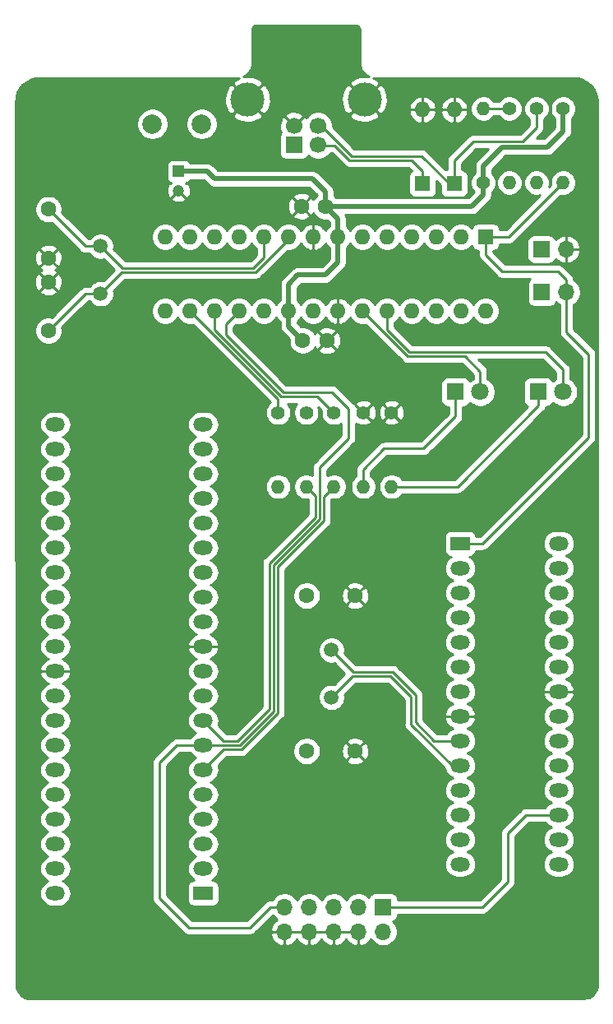
<source format=gbr>
%TF.GenerationSoftware,KiCad,Pcbnew,(5.1.9)-1*%
%TF.CreationDate,2021-05-05T00:19:16+02:00*%
%TF.ProjectId,flashpad,666c6173-6870-4616-942e-6b696361645f,rev?*%
%TF.SameCoordinates,Original*%
%TF.FileFunction,Copper,L1,Top*%
%TF.FilePolarity,Positive*%
%FSLAX46Y46*%
G04 Gerber Fmt 4.6, Leading zero omitted, Abs format (unit mm)*
G04 Created by KiCad (PCBNEW (5.1.9)-1) date 2021-05-05 00:19:16*
%MOMM*%
%LPD*%
G01*
G04 APERTURE LIST*
%TA.AperFunction,ComponentPad*%
%ADD10C,3.500000*%
%TD*%
%TA.AperFunction,ComponentPad*%
%ADD11C,1.700000*%
%TD*%
%TA.AperFunction,ComponentPad*%
%ADD12R,1.700000X1.700000*%
%TD*%
%TA.AperFunction,ComponentPad*%
%ADD13O,2.000000X1.440000*%
%TD*%
%TA.AperFunction,ComponentPad*%
%ADD14R,2.000000X1.440000*%
%TD*%
%TA.AperFunction,ComponentPad*%
%ADD15C,1.500000*%
%TD*%
%TA.AperFunction,ComponentPad*%
%ADD16O,1.600000X1.600000*%
%TD*%
%TA.AperFunction,ComponentPad*%
%ADD17R,1.600000X1.600000*%
%TD*%
%TA.AperFunction,ComponentPad*%
%ADD18O,1.400000X1.400000*%
%TD*%
%TA.AperFunction,ComponentPad*%
%ADD19C,1.400000*%
%TD*%
%TA.AperFunction,ComponentPad*%
%ADD20C,1.800000*%
%TD*%
%TA.AperFunction,ComponentPad*%
%ADD21R,1.800000X1.800000*%
%TD*%
%TA.AperFunction,ComponentPad*%
%ADD22O,1.700000X1.700000*%
%TD*%
%TA.AperFunction,ComponentPad*%
%ADD23C,1.600000*%
%TD*%
%TA.AperFunction,ComponentPad*%
%ADD24C,2.000000*%
%TD*%
%TA.AperFunction,ComponentPad*%
%ADD25C,1.200000*%
%TD*%
%TA.AperFunction,ComponentPad*%
%ADD26R,1.200000X1.200000*%
%TD*%
%TA.AperFunction,Conductor*%
%ADD27C,0.500000*%
%TD*%
%TA.AperFunction,Conductor*%
%ADD28C,0.250000*%
%TD*%
%TA.AperFunction,Conductor*%
%ADD29C,0.100000*%
%TD*%
G04 APERTURE END LIST*
D10*
%TO.P,USB1,5*%
%TO.N,GND*%
X132796800Y-60009200D03*
X120756800Y-60009200D03*
D11*
%TO.P,USB1,4*%
X125526800Y-62719200D03*
%TO.P,USB1,3*%
%TO.N,Net-(D2-Pad1)*%
X128026800Y-62719200D03*
%TO.P,USB1,2*%
%TO.N,Net-(D1-Pad1)*%
X128026800Y-64719200D03*
D12*
%TO.P,USB1,1*%
%TO.N,VCC*%
X125526800Y-64719200D03*
%TD*%
D13*
%TO.P,U3,15*%
%TO.N,Net-(U3-Pad15)*%
X152806400Y-138734800D03*
%TO.P,U3,14*%
%TO.N,Net-(U3-Pad14)*%
X142646400Y-138734800D03*
%TO.P,U3,16*%
%TO.N,Net-(U3-Pad16)*%
X152806400Y-136194800D03*
%TO.P,U3,13*%
%TO.N,Net-(U3-Pad13)*%
X142646400Y-136194800D03*
%TO.P,U3,17*%
%TO.N,MOSI*%
X152806400Y-133654800D03*
%TO.P,U3,12*%
%TO.N,Net-(U3-Pad12)*%
X142646400Y-133654800D03*
%TO.P,U3,18*%
%TO.N,MISO*%
X152806400Y-131114800D03*
%TO.P,U3,11*%
%TO.N,Net-(U3-Pad11)*%
X142646400Y-131114800D03*
%TO.P,U3,19*%
%TO.N,SCK*%
X152806400Y-128574800D03*
%TO.P,U3,10*%
%TO.N,XTAL2_2*%
X142646400Y-128574800D03*
%TO.P,U3,20*%
%TO.N,+5V*%
X152806400Y-126034800D03*
%TO.P,U3,9*%
%TO.N,XTAL2_1*%
X142646400Y-126034800D03*
%TO.P,U3,21*%
%TO.N,Net-(U3-Pad21)*%
X152806400Y-123494800D03*
%TO.P,U3,8*%
%TO.N,GND*%
X142646400Y-123494800D03*
%TO.P,U3,22*%
X152806400Y-120954800D03*
%TO.P,U3,7*%
%TO.N,+5V*%
X142646400Y-120954800D03*
%TO.P,U3,23*%
%TO.N,Net-(U3-Pad23)*%
X152806400Y-118414800D03*
%TO.P,U3,6*%
%TO.N,Net-(U3-Pad6)*%
X142646400Y-118414800D03*
%TO.P,U3,24*%
%TO.N,Net-(U3-Pad24)*%
X152806400Y-115874800D03*
%TO.P,U3,5*%
%TO.N,Net-(U3-Pad5)*%
X142646400Y-115874800D03*
%TO.P,U3,25*%
%TO.N,Net-(U3-Pad25)*%
X152806400Y-113334800D03*
%TO.P,U3,4*%
%TO.N,Net-(U3-Pad4)*%
X142646400Y-113334800D03*
%TO.P,U3,26*%
%TO.N,Net-(U3-Pad26)*%
X152806400Y-110794800D03*
%TO.P,U3,3*%
%TO.N,Net-(U3-Pad3)*%
X142646400Y-110794800D03*
%TO.P,U3,27*%
%TO.N,Net-(U3-Pad27)*%
X152806400Y-108254800D03*
%TO.P,U3,2*%
%TO.N,Net-(U3-Pad2)*%
X142646400Y-108254800D03*
%TO.P,U3,28*%
%TO.N,Net-(U3-Pad28)*%
X152806400Y-105714800D03*
D14*
%TO.P,U3,1*%
%TO.N,RESET*%
X142646400Y-105714800D03*
%TD*%
D15*
%TO.P,X1,2*%
%TO.N,XTAL1_2*%
X105613200Y-75130000D03*
%TO.P,X1,1*%
%TO.N,XTAL1_1*%
X105613200Y-80010000D03*
%TD*%
D16*
%TO.P,U1,28*%
%TO.N,Net-(U1-Pad28)*%
X145288000Y-81788000D03*
%TO.P,U1,14*%
%TO.N,D-*%
X112268000Y-74168000D03*
%TO.P,U1,27*%
%TO.N,Net-(U1-Pad27)*%
X142748000Y-81788000D03*
%TO.P,U1,13*%
%TO.N,Net-(U1-Pad13)*%
X114808000Y-74168000D03*
%TO.P,U1,26*%
%TO.N,Net-(U1-Pad26)*%
X140208000Y-81788000D03*
%TO.P,U1,12*%
%TO.N,Net-(U1-Pad12)*%
X117348000Y-74168000D03*
%TO.P,U1,25*%
%TO.N,Net-(JP2-Pad1)*%
X137668000Y-81788000D03*
%TO.P,U1,11*%
%TO.N,Net-(U1-Pad11)*%
X119888000Y-74168000D03*
%TO.P,U1,24*%
%TO.N,LED2*%
X135128000Y-81788000D03*
%TO.P,U1,10*%
%TO.N,XTAL1_2*%
X122428000Y-74168000D03*
%TO.P,U1,23*%
%TO.N,LED1*%
X132588000Y-81788000D03*
%TO.P,U1,9*%
%TO.N,XTAL1_1*%
X124968000Y-74168000D03*
%TO.P,U1,22*%
%TO.N,GND*%
X130048000Y-81788000D03*
%TO.P,U1,8*%
X127508000Y-74168000D03*
%TO.P,U1,21*%
%TO.N,Net-(U1-Pad21)*%
X127508000Y-81788000D03*
%TO.P,U1,7*%
%TO.N,+5V*%
X130048000Y-74168000D03*
%TO.P,U1,20*%
X124968000Y-81788000D03*
%TO.P,U1,6*%
%TO.N,Net-(U1-Pad6)*%
X132588000Y-74168000D03*
%TO.P,U1,19*%
%TO.N,Net-(R4-Pad1)*%
X122428000Y-81788000D03*
%TO.P,U1,5*%
%TO.N,Net-(U1-Pad5)*%
X135128000Y-74168000D03*
%TO.P,U1,18*%
%TO.N,MISO*%
X119888000Y-81788000D03*
%TO.P,U1,4*%
%TO.N,D+*%
X137668000Y-74168000D03*
%TO.P,U1,17*%
%TO.N,Net-(R3-Pad1)*%
X117348000Y-81788000D03*
%TO.P,U1,3*%
%TO.N,Net-(U1-Pad3)*%
X140208000Y-74168000D03*
%TO.P,U1,16*%
%TO.N,Net-(R2-Pad1)*%
X114808000Y-81788000D03*
%TO.P,U1,2*%
%TO.N,Net-(U1-Pad2)*%
X142748000Y-74168000D03*
%TO.P,U1,15*%
%TO.N,D+*%
X112268000Y-81788000D03*
D17*
%TO.P,U1,1*%
%TO.N,RESET*%
X145288000Y-74168000D03*
%TD*%
D13*
%TO.P,U2,21*%
%TO.N,Net-(U2-Pad21)*%
X100939600Y-93472000D03*
%TO.P,U2,20*%
%TO.N,Net-(U2-Pad20)*%
X116179600Y-93472000D03*
%TO.P,U2,22*%
%TO.N,Net-(U2-Pad22)*%
X100939600Y-96012000D03*
%TO.P,U2,19*%
%TO.N,Net-(U2-Pad19)*%
X116179600Y-96012000D03*
%TO.P,U2,23*%
%TO.N,Net-(U2-Pad23)*%
X100939600Y-98552000D03*
%TO.P,U2,18*%
%TO.N,Net-(U2-Pad18)*%
X116179600Y-98552000D03*
%TO.P,U2,24*%
%TO.N,Net-(U2-Pad24)*%
X100939600Y-101092000D03*
%TO.P,U2,17*%
%TO.N,Net-(U2-Pad17)*%
X116179600Y-101092000D03*
%TO.P,U2,25*%
%TO.N,Net-(U2-Pad25)*%
X100939600Y-103632000D03*
%TO.P,U2,16*%
%TO.N,Net-(U2-Pad16)*%
X116179600Y-103632000D03*
%TO.P,U2,26*%
%TO.N,Net-(U2-Pad26)*%
X100939600Y-106172000D03*
%TO.P,U2,15*%
%TO.N,Net-(U2-Pad15)*%
X116179600Y-106172000D03*
%TO.P,U2,27*%
%TO.N,Net-(U2-Pad27)*%
X100939600Y-108712000D03*
%TO.P,U2,14*%
%TO.N,Net-(U2-Pad14)*%
X116179600Y-108712000D03*
%TO.P,U2,28*%
%TO.N,Net-(U2-Pad28)*%
X100939600Y-111252000D03*
%TO.P,U2,13*%
%TO.N,XTAL2_1*%
X116179600Y-111252000D03*
%TO.P,U2,29*%
%TO.N,Net-(U2-Pad29)*%
X100939600Y-113792000D03*
%TO.P,U2,12*%
%TO.N,XTAL2_2*%
X116179600Y-113792000D03*
%TO.P,U2,30*%
%TO.N,+5V*%
X100939600Y-116332000D03*
%TO.P,U2,11*%
%TO.N,GND*%
X116179600Y-116332000D03*
%TO.P,U2,31*%
X100939600Y-118872000D03*
%TO.P,U2,10*%
%TO.N,+5V*%
X116179600Y-118872000D03*
%TO.P,U2,32*%
%TO.N,Net-(U2-Pad32)*%
X100939600Y-121412000D03*
%TO.P,U2,9*%
%TO.N,RESET*%
X116179600Y-121412000D03*
%TO.P,U2,33*%
%TO.N,Net-(U2-Pad33)*%
X100939600Y-123952000D03*
%TO.P,U2,8*%
%TO.N,SCK*%
X116179600Y-123952000D03*
%TO.P,U2,34*%
%TO.N,Net-(U2-Pad34)*%
X100939600Y-126492000D03*
%TO.P,U2,7*%
%TO.N,MISO*%
X116179600Y-126492000D03*
%TO.P,U2,35*%
%TO.N,Net-(U2-Pad35)*%
X100939600Y-129032000D03*
%TO.P,U2,6*%
%TO.N,MOSI*%
X116179600Y-129032000D03*
%TO.P,U2,36*%
%TO.N,Net-(U2-Pad36)*%
X100939600Y-131572000D03*
%TO.P,U2,5*%
%TO.N,Net-(U2-Pad5)*%
X116179600Y-131572000D03*
%TO.P,U2,37*%
%TO.N,Net-(U2-Pad37)*%
X100939600Y-134112000D03*
%TO.P,U2,4*%
%TO.N,Net-(U2-Pad4)*%
X116179600Y-134112000D03*
%TO.P,U2,38*%
%TO.N,Net-(U2-Pad38)*%
X100939600Y-136652000D03*
%TO.P,U2,3*%
%TO.N,Net-(U2-Pad3)*%
X116179600Y-136652000D03*
%TO.P,U2,39*%
%TO.N,Net-(U2-Pad39)*%
X100939600Y-139192000D03*
%TO.P,U2,2*%
%TO.N,Net-(U2-Pad2)*%
X116179600Y-139192000D03*
%TO.P,U2,40*%
%TO.N,Net-(U2-Pad40)*%
X100939600Y-141732000D03*
D14*
%TO.P,U2,1*%
%TO.N,Net-(U2-Pad1)*%
X116179600Y-141732000D03*
%TD*%
D18*
%TO.P,R10,2*%
%TO.N,Net-(LED2-Pad1)*%
X135585200Y-99872800D03*
D19*
%TO.P,R10,1*%
%TO.N,GND*%
X135585200Y-92252800D03*
%TD*%
D20*
%TO.P,ACT,2*%
%TO.N,LED2*%
X153263600Y-90119200D03*
D21*
%TO.P,ACT,1*%
%TO.N,Net-(LED2-Pad1)*%
X150723600Y-90119200D03*
%TD*%
D22*
%TO.P,AVR,10*%
%TO.N,GND*%
X124561600Y-145694400D03*
%TO.P,AVR,9*%
%TO.N,MISO*%
X124561600Y-143154400D03*
%TO.P,AVR,8*%
%TO.N,GND*%
X127101600Y-145694400D03*
%TO.P,AVR,7*%
%TO.N,SCK*%
X127101600Y-143154400D03*
%TO.P,AVR,6*%
%TO.N,GND*%
X129641600Y-145694400D03*
%TO.P,AVR,5*%
%TO.N,RESET*%
X129641600Y-143154400D03*
%TO.P,AVR,4*%
%TO.N,GND*%
X132181600Y-145694400D03*
%TO.P,AVR,3*%
%TO.N,Net-(J1-Pad3)*%
X132181600Y-143154400D03*
%TO.P,AVR,2*%
%TO.N,+5V*%
X134721600Y-145694400D03*
D12*
%TO.P,AVR,1*%
%TO.N,MOSI*%
X134721600Y-143154400D03*
%TD*%
D20*
%TO.P,PWR,2*%
%TO.N,LED1*%
X144729200Y-90119200D03*
D21*
%TO.P,PWR,1*%
%TO.N,Net-(LED1-Pad1)*%
X142189200Y-90119200D03*
%TD*%
D22*
%TO.P,JP2,2*%
%TO.N,GND*%
X153568400Y-75438000D03*
D12*
%TO.P,JP2,1*%
%TO.N,Net-(JP2-Pad1)*%
X151028400Y-75438000D03*
%TD*%
D22*
%TO.P,JP1,2*%
%TO.N,RESET*%
X153619200Y-79857600D03*
D12*
%TO.P,JP1,1*%
%TO.N,Net-(JP1-Pad1)*%
X151079200Y-79857600D03*
%TD*%
D19*
%TO.P,R9,1*%
%TO.N,GND*%
X132689600Y-92252800D03*
D18*
%TO.P,R9,2*%
%TO.N,Net-(LED1-Pad1)*%
X132689600Y-99872800D03*
%TD*%
D19*
%TO.P,R4,1*%
%TO.N,Net-(R4-Pad1)*%
X126796800Y-92252800D03*
D18*
%TO.P,R4,2*%
%TO.N,SCK*%
X126796800Y-99872800D03*
%TD*%
D19*
%TO.P,R3,1*%
%TO.N,Net-(R3-Pad1)*%
X129641600Y-92252800D03*
D18*
%TO.P,R3,2*%
%TO.N,MOSI*%
X129641600Y-99872800D03*
%TD*%
D19*
%TO.P,R2,1*%
%TO.N,Net-(R2-Pad1)*%
X123901200Y-92252800D03*
D18*
%TO.P,R2,2*%
%TO.N,Net-(JP1-Pad1)*%
X123901200Y-99872800D03*
%TD*%
D19*
%TO.P,R1,1*%
%TO.N,+5V*%
X153263600Y-60960000D03*
D18*
%TO.P,R1,2*%
%TO.N,RESET*%
X153263600Y-68580000D03*
%TD*%
D23*
%TO.P,C9,1*%
%TO.N,+5V*%
X126441200Y-84836000D03*
%TO.P,C9,2*%
%TO.N,GND*%
X128941200Y-84836000D03*
%TD*%
%TO.P,C8,1*%
%TO.N,+5V*%
X128778000Y-71018400D03*
%TO.P,C8,2*%
%TO.N,GND*%
X126278000Y-71018400D03*
%TD*%
%TO.P,C2,2*%
%TO.N,GND*%
X100228400Y-76323200D03*
%TO.P,C2,1*%
%TO.N,XTAL1_2*%
X100228400Y-71323200D03*
%TD*%
%TO.P,C1,2*%
%TO.N,GND*%
X100228400Y-78820000D03*
%TO.P,C1,1*%
%TO.N,XTAL1_1*%
X100228400Y-83820000D03*
%TD*%
D15*
%TO.P,X2,2*%
%TO.N,XTAL2_2*%
X129387600Y-121567600D03*
%TO.P,X2,1*%
%TO.N,XTAL2_1*%
X129387600Y-116687600D03*
%TD*%
D18*
%TO.P,R7,2*%
%TO.N,D-*%
X147726400Y-68580000D03*
D19*
%TO.P,R7,1*%
%TO.N,Net-(D1-Pad1)*%
X147726400Y-60960000D03*
%TD*%
D18*
%TO.P,R6,2*%
%TO.N,D+*%
X150520400Y-68580000D03*
D19*
%TO.P,R6,1*%
%TO.N,Net-(D2-Pad1)*%
X150520400Y-60960000D03*
%TD*%
D18*
%TO.P,R5,2*%
%TO.N,Net-(D1-Pad1)*%
X145034000Y-60960000D03*
D19*
%TO.P,R5,1*%
%TO.N,+5V*%
X145034000Y-68580000D03*
%TD*%
D24*
%TO.P,F1,2*%
%TO.N,VCC*%
X116027200Y-62544800D03*
%TO.P,F1,1*%
%TO.N,+5V*%
X110947200Y-62534800D03*
%TD*%
D16*
%TO.P,D2,2*%
%TO.N,GND*%
X142036800Y-61061600D03*
D17*
%TO.P,D2,1*%
%TO.N,Net-(D2-Pad1)*%
X142036800Y-68681600D03*
%TD*%
D16*
%TO.P,D1,2*%
%TO.N,GND*%
X138785600Y-61061600D03*
D17*
%TO.P,D1,1*%
%TO.N,Net-(D1-Pad1)*%
X138785600Y-68681600D03*
%TD*%
D23*
%TO.P,C11,2*%
%TO.N,GND*%
X131847600Y-127101600D03*
%TO.P,C11,1*%
%TO.N,XTAL2_2*%
X126847600Y-127101600D03*
%TD*%
%TO.P,C10,2*%
%TO.N,GND*%
X131847600Y-111099600D03*
%TO.P,C10,1*%
%TO.N,XTAL2_1*%
X126847600Y-111099600D03*
%TD*%
D25*
%TO.P,C3,2*%
%TO.N,GND*%
X113639600Y-69411600D03*
D26*
%TO.P,C3,1*%
%TO.N,+5V*%
X113639600Y-67411600D03*
%TD*%
D27*
%TO.N,+5V*%
X145034000Y-68580000D02*
X145034000Y-66852800D01*
X145034000Y-66852800D02*
X146964400Y-64922400D01*
X146964400Y-64922400D02*
X151638000Y-64922400D01*
X153263600Y-63296800D02*
X153263600Y-60960000D01*
X151638000Y-64922400D02*
X153263600Y-63296800D01*
X124968000Y-83362800D02*
X126441200Y-84836000D01*
X124968000Y-81788000D02*
X124968000Y-83362800D01*
X130048000Y-72288400D02*
X128778000Y-71018400D01*
X130048000Y-74168000D02*
X130048000Y-72288400D01*
X124968000Y-81788000D02*
X124968000Y-79044800D01*
X124968000Y-79044800D02*
X125933200Y-78079600D01*
X125933200Y-78079600D02*
X128778000Y-78079600D01*
X130048000Y-76809600D02*
X130048000Y-74168000D01*
X128778000Y-78079600D02*
X130048000Y-76809600D01*
X145034000Y-69850000D02*
X145034000Y-68580000D01*
X143865600Y-71018400D02*
X145034000Y-69850000D01*
X128778000Y-71018400D02*
X143865600Y-71018400D01*
X113639600Y-67411600D02*
X116586000Y-67411600D01*
X116586000Y-67411600D02*
X117348000Y-68173600D01*
X117348000Y-68173600D02*
X127457200Y-68173600D01*
X128778000Y-69494400D02*
X128778000Y-71018400D01*
X127457200Y-68173600D02*
X128778000Y-69494400D01*
D28*
%TO.N,Net-(D1-Pad1)*%
X145034000Y-60960000D02*
X147726400Y-60960000D01*
X138785600Y-67411600D02*
X138785600Y-68681600D01*
X137660810Y-66286810D02*
X138785600Y-67411600D01*
X128026800Y-64770000D02*
X129743200Y-64770000D01*
X131260010Y-66286810D02*
X132936410Y-66286810D01*
X129743200Y-64770000D02*
X131260010Y-66286810D01*
X132936410Y-66286810D02*
X137660810Y-66286810D01*
%TO.N,Net-(D2-Pad1)*%
X142036800Y-68681600D02*
X142036800Y-66294000D01*
X142036800Y-66294000D02*
X143983410Y-64347390D01*
X143983410Y-64347390D02*
X149114210Y-64347390D01*
X150520400Y-62941200D02*
X150520400Y-60960000D01*
X149114210Y-64347390D02*
X150520400Y-62941200D01*
X141528800Y-68681600D02*
X142036800Y-68681600D01*
X138684000Y-65836800D02*
X141528800Y-68681600D01*
X131446410Y-65836800D02*
X138684000Y-65836800D01*
X128379610Y-62770000D02*
X131446410Y-65836800D01*
X128026800Y-62770000D02*
X128379610Y-62770000D01*
%TO.N,RESET*%
X142646400Y-105714800D02*
X144983200Y-105714800D01*
X144983200Y-105714800D02*
X155905200Y-94792800D01*
X155905200Y-94792800D02*
X155905200Y-86258400D01*
X153619200Y-83972400D02*
X153619200Y-79857600D01*
X155905200Y-86258400D02*
X153619200Y-83972400D01*
X153619200Y-79857600D02*
X153619200Y-78587600D01*
X153619200Y-78587600D02*
X152755600Y-77724000D01*
X152755600Y-77724000D02*
X147015200Y-77724000D01*
X145288000Y-75996800D02*
X145288000Y-74168000D01*
X147015200Y-77724000D02*
X145288000Y-75996800D01*
X147675600Y-74168000D02*
X153263600Y-68580000D01*
X145288000Y-74168000D02*
X147675600Y-74168000D01*
%TO.N,MOSI*%
X129641600Y-99872800D02*
X128618410Y-100895990D01*
X128618410Y-100895990D02*
X128618409Y-103412001D01*
X123894009Y-123173201D02*
X120125200Y-126942010D01*
X123894010Y-108136400D02*
X123894009Y-123173201D01*
X128618409Y-103412001D02*
X123894010Y-108136400D01*
X118269590Y-126942010D02*
X116179600Y-129032000D01*
X120125200Y-126942010D02*
X118269590Y-126942010D01*
X134721600Y-143154400D02*
X144983200Y-143154400D01*
X144983200Y-143154400D02*
X147574000Y-140563600D01*
X147574000Y-140563600D02*
X147574000Y-135534400D01*
X149453600Y-133654800D02*
X152806400Y-133654800D01*
X147574000Y-135534400D02*
X149453600Y-133654800D01*
%TO.N,SCK*%
X126796800Y-99872800D02*
X127718390Y-100794390D01*
X127718390Y-100794390D02*
X127718390Y-103039200D01*
X127718390Y-103039200D02*
X122993990Y-107763600D01*
X122993990Y-107763600D02*
X122993990Y-122800400D01*
X122993990Y-122800400D02*
X119752400Y-126041990D01*
X118269590Y-126041990D02*
X116179600Y-123952000D01*
X119752400Y-126041990D02*
X118269590Y-126041990D01*
%TO.N,MISO*%
X119888000Y-81788000D02*
X118543210Y-83132790D01*
X118543210Y-83132790D02*
X118543210Y-84250390D01*
X118543210Y-84250390D02*
X124419210Y-90126390D01*
X124419210Y-90126390D02*
X129445590Y-90126390D01*
X129445590Y-90126390D02*
X131165600Y-91846400D01*
X131165600Y-91846400D02*
X131165600Y-94894400D01*
X131165600Y-94894400D02*
X128168400Y-97891600D01*
X128168400Y-97891600D02*
X128168400Y-103225600D01*
X128168400Y-103225600D02*
X123444000Y-107950000D01*
X123444000Y-107950000D02*
X123444000Y-122986800D01*
X119938800Y-126492000D02*
X116179600Y-126492000D01*
X123444000Y-122986800D02*
X119938800Y-126492000D01*
X124561600Y-143154400D02*
X123088400Y-143154400D01*
X123088400Y-143154400D02*
X120954800Y-145288000D01*
X120954800Y-145288000D02*
X114706400Y-145288000D01*
X114706400Y-145288000D02*
X111658400Y-142240000D01*
X111658400Y-142240000D02*
X111658400Y-128270000D01*
X113436400Y-126492000D02*
X116179600Y-126492000D01*
X111658400Y-128270000D02*
X113436400Y-126492000D01*
%TO.N,Net-(LED1-Pad1)*%
X142189200Y-92659200D02*
X142189200Y-90119200D01*
X132689600Y-99872800D02*
X132689600Y-98094800D01*
X134823200Y-95961200D02*
X138887200Y-95961200D01*
X132689600Y-98094800D02*
X134823200Y-95961200D01*
X138887200Y-95961200D02*
X142189200Y-92659200D01*
%TO.N,LED1*%
X144729200Y-90119200D02*
X144729200Y-88036400D01*
X144729200Y-88036400D02*
X143154400Y-86461600D01*
X137261600Y-86461600D02*
X132588000Y-81788000D01*
X143154400Y-86461600D02*
X137261600Y-86461600D01*
%TO.N,LED2*%
X135128000Y-81788000D02*
X135128000Y-83691590D01*
X135128000Y-83691590D02*
X137440810Y-86004400D01*
X142399590Y-86011590D02*
X151441990Y-86011590D01*
X142392400Y-86004400D02*
X142399590Y-86011590D01*
X137440810Y-86004400D02*
X142392400Y-86004400D01*
X153263600Y-87833200D02*
X153263600Y-90119200D01*
X151441990Y-86011590D02*
X153263600Y-87833200D01*
%TO.N,Net-(LED2-Pad1)*%
X150723600Y-91541600D02*
X150723600Y-90119200D01*
X142392400Y-99872800D02*
X150723600Y-91541600D01*
X135585200Y-99872800D02*
X142392400Y-99872800D01*
%TO.N,Net-(R2-Pad1)*%
X123901200Y-90881200D02*
X114808000Y-81788000D01*
X123901200Y-92252800D02*
X123901200Y-90881200D01*
%TO.N,Net-(R3-Pad1)*%
X117348000Y-81788000D02*
X117348000Y-83691590D01*
X117348000Y-83691590D02*
X124232810Y-90576400D01*
X127965200Y-90576400D02*
X129641600Y-92252800D01*
X124232810Y-90576400D02*
X127965200Y-90576400D01*
%TO.N,XTAL1_1*%
X124968000Y-74398010D02*
X124968000Y-74168000D01*
X121547601Y-77818409D02*
X124968000Y-74398010D01*
%TO.N,XTAL1_2*%
X122428000Y-76301600D02*
X122428000Y-74168000D01*
X121361200Y-77368400D02*
X122428000Y-76301600D01*
%TO.N,XTAL2_1*%
X129387600Y-116687600D02*
X131622800Y-118922800D01*
X131622800Y-118922800D02*
X135686800Y-118922800D01*
X135686800Y-118922800D02*
X138074400Y-121310400D01*
X139954000Y-126034800D02*
X142646400Y-126034800D01*
X138074400Y-123444000D02*
X138074400Y-124155200D01*
X138074400Y-121310400D02*
X138074400Y-123444000D01*
X138074400Y-124155200D02*
X139954000Y-126034800D01*
%TO.N,Net-(U3-Pad11)*%
X142798800Y-131622800D02*
X142568790Y-131622800D01*
%TO.N,XTAL1_1*%
X107804790Y-77818410D02*
X108501610Y-77818410D01*
X105613200Y-80010000D02*
X107804790Y-77818410D01*
X108501610Y-77818410D02*
X121547601Y-77818409D01*
X104038400Y-80010000D02*
X100228400Y-83820000D01*
X105613200Y-80010000D02*
X104038400Y-80010000D01*
%TO.N,XTAL1_2*%
X107851600Y-77368400D02*
X108508800Y-77368400D01*
X105613200Y-75130000D02*
X107851600Y-77368400D01*
X108508800Y-77368400D02*
X121361200Y-77368400D01*
X104035200Y-75130000D02*
X100228400Y-71323200D01*
X105613200Y-75130000D02*
X104035200Y-75130000D01*
%TO.N,XTAL2_2*%
X137617200Y-121489610D02*
X135500400Y-119372810D01*
X131582390Y-119372810D02*
X129387600Y-121567600D01*
X135500400Y-119372810D02*
X131582390Y-119372810D01*
X142646400Y-128574800D02*
X141857590Y-128574800D01*
X137617200Y-124334410D02*
X137617200Y-123698000D01*
X141857590Y-128574800D02*
X137617200Y-124334410D01*
X137617200Y-123698000D02*
X137617200Y-121489610D01*
%TD*%
%TO.N,GND*%
X131946215Y-52423201D02*
X132037459Y-52432147D01*
X132094260Y-52449297D01*
X132146655Y-52477156D01*
X132192640Y-52514660D01*
X132230464Y-52560382D01*
X132258686Y-52612577D01*
X132276233Y-52669261D01*
X132285599Y-52758378D01*
X132285602Y-56217118D01*
X132288374Y-56245266D01*
X132288333Y-56251172D01*
X132289229Y-56260315D01*
X132308919Y-56447657D01*
X132320914Y-56506091D01*
X132332086Y-56564657D01*
X132334741Y-56573452D01*
X132390444Y-56753402D01*
X132413554Y-56808378D01*
X132435896Y-56863677D01*
X132440209Y-56871789D01*
X132529804Y-57037492D01*
X132563143Y-57086919D01*
X132595808Y-57136837D01*
X132601615Y-57143956D01*
X132721689Y-57289101D01*
X132763985Y-57331103D01*
X132805734Y-57373735D01*
X132812813Y-57379591D01*
X132958793Y-57498649D01*
X133008451Y-57531641D01*
X133057673Y-57565345D01*
X133065755Y-57569715D01*
X133232079Y-57658151D01*
X133252007Y-57666365D01*
X132888809Y-57616438D01*
X132420237Y-57644464D01*
X131966136Y-57763365D01*
X131543957Y-57968573D01*
X131390949Y-58070810D01*
X131216926Y-58426498D01*
X132796800Y-60006372D01*
X134376674Y-58426498D01*
X134202651Y-58070810D01*
X133797477Y-57833787D01*
X133662091Y-57786966D01*
X133844591Y-57804860D01*
X133844599Y-57804860D01*
X133876481Y-57808000D01*
X154349014Y-57808000D01*
X154844810Y-57856613D01*
X155290758Y-57991253D01*
X155702058Y-58209945D01*
X156063052Y-58504365D01*
X156359984Y-58863293D01*
X156581546Y-59273063D01*
X156719294Y-59718057D01*
X156771209Y-60211989D01*
X156821983Y-151097989D01*
X156791769Y-151406135D01*
X156711576Y-151671744D01*
X156581317Y-151916727D01*
X156405957Y-152131739D01*
X156192172Y-152308597D01*
X155948111Y-152440561D01*
X155683061Y-152522608D01*
X155376775Y-152554800D01*
X98380986Y-152554800D01*
X98072665Y-152524569D01*
X97807056Y-152444376D01*
X97562073Y-152314117D01*
X97347061Y-152138757D01*
X97170203Y-151924972D01*
X97038239Y-151680911D01*
X96956192Y-151415861D01*
X96923988Y-151109458D01*
X96907398Y-121412000D01*
X99300054Y-121412000D01*
X99326177Y-121677234D01*
X99403543Y-121932276D01*
X99529179Y-122167323D01*
X99698256Y-122373344D01*
X99904277Y-122542421D01*
X100139324Y-122668057D01*
X100185288Y-122682000D01*
X100139324Y-122695943D01*
X99904277Y-122821579D01*
X99698256Y-122990656D01*
X99529179Y-123196677D01*
X99403543Y-123431724D01*
X99326177Y-123686766D01*
X99300054Y-123952000D01*
X99326177Y-124217234D01*
X99403543Y-124472276D01*
X99529179Y-124707323D01*
X99698256Y-124913344D01*
X99904277Y-125082421D01*
X100139324Y-125208057D01*
X100185288Y-125222000D01*
X100139324Y-125235943D01*
X99904277Y-125361579D01*
X99698256Y-125530656D01*
X99529179Y-125736677D01*
X99403543Y-125971724D01*
X99326177Y-126226766D01*
X99300054Y-126492000D01*
X99326177Y-126757234D01*
X99403543Y-127012276D01*
X99529179Y-127247323D01*
X99698256Y-127453344D01*
X99904277Y-127622421D01*
X100139324Y-127748057D01*
X100185288Y-127762000D01*
X100139324Y-127775943D01*
X99904277Y-127901579D01*
X99698256Y-128070656D01*
X99529179Y-128276677D01*
X99403543Y-128511724D01*
X99326177Y-128766766D01*
X99300054Y-129032000D01*
X99326177Y-129297234D01*
X99403543Y-129552276D01*
X99529179Y-129787323D01*
X99698256Y-129993344D01*
X99904277Y-130162421D01*
X100139324Y-130288057D01*
X100185288Y-130302000D01*
X100139324Y-130315943D01*
X99904277Y-130441579D01*
X99698256Y-130610656D01*
X99529179Y-130816677D01*
X99403543Y-131051724D01*
X99326177Y-131306766D01*
X99300054Y-131572000D01*
X99326177Y-131837234D01*
X99403543Y-132092276D01*
X99529179Y-132327323D01*
X99698256Y-132533344D01*
X99904277Y-132702421D01*
X100139324Y-132828057D01*
X100185288Y-132842000D01*
X100139324Y-132855943D01*
X99904277Y-132981579D01*
X99698256Y-133150656D01*
X99529179Y-133356677D01*
X99403543Y-133591724D01*
X99326177Y-133846766D01*
X99300054Y-134112000D01*
X99326177Y-134377234D01*
X99403543Y-134632276D01*
X99529179Y-134867323D01*
X99698256Y-135073344D01*
X99904277Y-135242421D01*
X100139324Y-135368057D01*
X100185288Y-135382000D01*
X100139324Y-135395943D01*
X99904277Y-135521579D01*
X99698256Y-135690656D01*
X99529179Y-135896677D01*
X99403543Y-136131724D01*
X99326177Y-136386766D01*
X99300054Y-136652000D01*
X99326177Y-136917234D01*
X99403543Y-137172276D01*
X99529179Y-137407323D01*
X99698256Y-137613344D01*
X99904277Y-137782421D01*
X100139324Y-137908057D01*
X100185288Y-137922000D01*
X100139324Y-137935943D01*
X99904277Y-138061579D01*
X99698256Y-138230656D01*
X99529179Y-138436677D01*
X99403543Y-138671724D01*
X99326177Y-138926766D01*
X99300054Y-139192000D01*
X99326177Y-139457234D01*
X99403543Y-139712276D01*
X99529179Y-139947323D01*
X99698256Y-140153344D01*
X99904277Y-140322421D01*
X100139324Y-140448057D01*
X100185288Y-140462000D01*
X100139324Y-140475943D01*
X99904277Y-140601579D01*
X99698256Y-140770656D01*
X99529179Y-140976677D01*
X99403543Y-141211724D01*
X99326177Y-141466766D01*
X99300054Y-141732000D01*
X99326177Y-141997234D01*
X99403543Y-142252276D01*
X99529179Y-142487323D01*
X99698256Y-142693344D01*
X99904277Y-142862421D01*
X100139324Y-142988057D01*
X100394366Y-143065423D01*
X100593137Y-143085000D01*
X101286063Y-143085000D01*
X101484834Y-143065423D01*
X101739876Y-142988057D01*
X101974923Y-142862421D01*
X102180944Y-142693344D01*
X102350021Y-142487323D01*
X102475657Y-142252276D01*
X102553023Y-141997234D01*
X102579146Y-141732000D01*
X102553023Y-141466766D01*
X102475657Y-141211724D01*
X102350021Y-140976677D01*
X102180944Y-140770656D01*
X101974923Y-140601579D01*
X101739876Y-140475943D01*
X101693912Y-140462000D01*
X101739876Y-140448057D01*
X101974923Y-140322421D01*
X102180944Y-140153344D01*
X102350021Y-139947323D01*
X102475657Y-139712276D01*
X102553023Y-139457234D01*
X102579146Y-139192000D01*
X102553023Y-138926766D01*
X102475657Y-138671724D01*
X102350021Y-138436677D01*
X102180944Y-138230656D01*
X101974923Y-138061579D01*
X101739876Y-137935943D01*
X101693912Y-137922000D01*
X101739876Y-137908057D01*
X101974923Y-137782421D01*
X102180944Y-137613344D01*
X102350021Y-137407323D01*
X102475657Y-137172276D01*
X102553023Y-136917234D01*
X102579146Y-136652000D01*
X102553023Y-136386766D01*
X102475657Y-136131724D01*
X102350021Y-135896677D01*
X102180944Y-135690656D01*
X101974923Y-135521579D01*
X101739876Y-135395943D01*
X101693912Y-135382000D01*
X101739876Y-135368057D01*
X101974923Y-135242421D01*
X102180944Y-135073344D01*
X102350021Y-134867323D01*
X102475657Y-134632276D01*
X102553023Y-134377234D01*
X102579146Y-134112000D01*
X102553023Y-133846766D01*
X102475657Y-133591724D01*
X102350021Y-133356677D01*
X102180944Y-133150656D01*
X101974923Y-132981579D01*
X101739876Y-132855943D01*
X101693912Y-132842000D01*
X101739876Y-132828057D01*
X101974923Y-132702421D01*
X102180944Y-132533344D01*
X102350021Y-132327323D01*
X102475657Y-132092276D01*
X102553023Y-131837234D01*
X102579146Y-131572000D01*
X102553023Y-131306766D01*
X102475657Y-131051724D01*
X102350021Y-130816677D01*
X102180944Y-130610656D01*
X101974923Y-130441579D01*
X101739876Y-130315943D01*
X101693912Y-130302000D01*
X101739876Y-130288057D01*
X101974923Y-130162421D01*
X102180944Y-129993344D01*
X102350021Y-129787323D01*
X102475657Y-129552276D01*
X102553023Y-129297234D01*
X102579146Y-129032000D01*
X102553023Y-128766766D01*
X102475657Y-128511724D01*
X102350021Y-128276677D01*
X102180944Y-128070656D01*
X101974923Y-127901579D01*
X101739876Y-127775943D01*
X101693912Y-127762000D01*
X101739876Y-127748057D01*
X101974923Y-127622421D01*
X102180944Y-127453344D01*
X102350021Y-127247323D01*
X102475657Y-127012276D01*
X102553023Y-126757234D01*
X102579146Y-126492000D01*
X102553023Y-126226766D01*
X102475657Y-125971724D01*
X102350021Y-125736677D01*
X102180944Y-125530656D01*
X101974923Y-125361579D01*
X101739876Y-125235943D01*
X101693912Y-125222000D01*
X101739876Y-125208057D01*
X101974923Y-125082421D01*
X102180944Y-124913344D01*
X102350021Y-124707323D01*
X102475657Y-124472276D01*
X102553023Y-124217234D01*
X102579146Y-123952000D01*
X102553023Y-123686766D01*
X102475657Y-123431724D01*
X102350021Y-123196677D01*
X102180944Y-122990656D01*
X101974923Y-122821579D01*
X101739876Y-122695943D01*
X101693912Y-122682000D01*
X101739876Y-122668057D01*
X101974923Y-122542421D01*
X102180944Y-122373344D01*
X102350021Y-122167323D01*
X102475657Y-121932276D01*
X102553023Y-121677234D01*
X102579146Y-121412000D01*
X102553023Y-121146766D01*
X102475657Y-120891724D01*
X102350021Y-120656677D01*
X102180944Y-120450656D01*
X101974923Y-120281579D01*
X101739876Y-120155943D01*
X101682503Y-120138539D01*
X101739219Y-120121243D01*
X101972950Y-119995867D01*
X102177730Y-119827301D01*
X102345690Y-119622023D01*
X102470375Y-119387922D01*
X102546993Y-119133995D01*
X102555628Y-119085631D01*
X102414348Y-118874000D01*
X100941600Y-118874000D01*
X100941600Y-118894000D01*
X100937600Y-118894000D01*
X100937600Y-118874000D01*
X99464852Y-118874000D01*
X99323572Y-119085631D01*
X99332207Y-119133995D01*
X99408825Y-119387922D01*
X99533510Y-119622023D01*
X99701470Y-119827301D01*
X99906250Y-119995867D01*
X100139981Y-120121243D01*
X100196697Y-120138539D01*
X100139324Y-120155943D01*
X99904277Y-120281579D01*
X99698256Y-120450656D01*
X99529179Y-120656677D01*
X99403543Y-120891724D01*
X99326177Y-121146766D01*
X99300054Y-121412000D01*
X96907398Y-121412000D01*
X96891789Y-93472000D01*
X99300054Y-93472000D01*
X99326177Y-93737234D01*
X99403543Y-93992276D01*
X99529179Y-94227323D01*
X99698256Y-94433344D01*
X99904277Y-94602421D01*
X100139324Y-94728057D01*
X100185288Y-94742000D01*
X100139324Y-94755943D01*
X99904277Y-94881579D01*
X99698256Y-95050656D01*
X99529179Y-95256677D01*
X99403543Y-95491724D01*
X99326177Y-95746766D01*
X99300054Y-96012000D01*
X99326177Y-96277234D01*
X99403543Y-96532276D01*
X99529179Y-96767323D01*
X99698256Y-96973344D01*
X99904277Y-97142421D01*
X100139324Y-97268057D01*
X100185288Y-97282000D01*
X100139324Y-97295943D01*
X99904277Y-97421579D01*
X99698256Y-97590656D01*
X99529179Y-97796677D01*
X99403543Y-98031724D01*
X99326177Y-98286766D01*
X99300054Y-98552000D01*
X99326177Y-98817234D01*
X99403543Y-99072276D01*
X99529179Y-99307323D01*
X99698256Y-99513344D01*
X99904277Y-99682421D01*
X100139324Y-99808057D01*
X100185288Y-99822000D01*
X100139324Y-99835943D01*
X99904277Y-99961579D01*
X99698256Y-100130656D01*
X99529179Y-100336677D01*
X99403543Y-100571724D01*
X99326177Y-100826766D01*
X99300054Y-101092000D01*
X99326177Y-101357234D01*
X99403543Y-101612276D01*
X99529179Y-101847323D01*
X99698256Y-102053344D01*
X99904277Y-102222421D01*
X100139324Y-102348057D01*
X100185288Y-102362000D01*
X100139324Y-102375943D01*
X99904277Y-102501579D01*
X99698256Y-102670656D01*
X99529179Y-102876677D01*
X99403543Y-103111724D01*
X99326177Y-103366766D01*
X99300054Y-103632000D01*
X99326177Y-103897234D01*
X99403543Y-104152276D01*
X99529179Y-104387323D01*
X99698256Y-104593344D01*
X99904277Y-104762421D01*
X100139324Y-104888057D01*
X100185288Y-104902000D01*
X100139324Y-104915943D01*
X99904277Y-105041579D01*
X99698256Y-105210656D01*
X99529179Y-105416677D01*
X99403543Y-105651724D01*
X99326177Y-105906766D01*
X99300054Y-106172000D01*
X99326177Y-106437234D01*
X99403543Y-106692276D01*
X99529179Y-106927323D01*
X99698256Y-107133344D01*
X99904277Y-107302421D01*
X100139324Y-107428057D01*
X100185288Y-107442000D01*
X100139324Y-107455943D01*
X99904277Y-107581579D01*
X99698256Y-107750656D01*
X99529179Y-107956677D01*
X99403543Y-108191724D01*
X99326177Y-108446766D01*
X99300054Y-108712000D01*
X99326177Y-108977234D01*
X99403543Y-109232276D01*
X99529179Y-109467323D01*
X99698256Y-109673344D01*
X99904277Y-109842421D01*
X100139324Y-109968057D01*
X100185288Y-109982000D01*
X100139324Y-109995943D01*
X99904277Y-110121579D01*
X99698256Y-110290656D01*
X99529179Y-110496677D01*
X99403543Y-110731724D01*
X99326177Y-110986766D01*
X99300054Y-111252000D01*
X99326177Y-111517234D01*
X99403543Y-111772276D01*
X99529179Y-112007323D01*
X99698256Y-112213344D01*
X99904277Y-112382421D01*
X100139324Y-112508057D01*
X100185288Y-112522000D01*
X100139324Y-112535943D01*
X99904277Y-112661579D01*
X99698256Y-112830656D01*
X99529179Y-113036677D01*
X99403543Y-113271724D01*
X99326177Y-113526766D01*
X99300054Y-113792000D01*
X99326177Y-114057234D01*
X99403543Y-114312276D01*
X99529179Y-114547323D01*
X99698256Y-114753344D01*
X99904277Y-114922421D01*
X100139324Y-115048057D01*
X100185288Y-115062000D01*
X100139324Y-115075943D01*
X99904277Y-115201579D01*
X99698256Y-115370656D01*
X99529179Y-115576677D01*
X99403543Y-115811724D01*
X99326177Y-116066766D01*
X99300054Y-116332000D01*
X99326177Y-116597234D01*
X99403543Y-116852276D01*
X99529179Y-117087323D01*
X99698256Y-117293344D01*
X99904277Y-117462421D01*
X100139324Y-117588057D01*
X100196697Y-117605461D01*
X100139981Y-117622757D01*
X99906250Y-117748133D01*
X99701470Y-117916699D01*
X99533510Y-118121977D01*
X99408825Y-118356078D01*
X99332207Y-118610005D01*
X99323572Y-118658369D01*
X99464852Y-118870000D01*
X100937600Y-118870000D01*
X100937600Y-118850000D01*
X100941600Y-118850000D01*
X100941600Y-118870000D01*
X102414348Y-118870000D01*
X102555628Y-118658369D01*
X102546993Y-118610005D01*
X102470375Y-118356078D01*
X102345690Y-118121977D01*
X102177730Y-117916699D01*
X101972950Y-117748133D01*
X101739219Y-117622757D01*
X101682503Y-117605461D01*
X101739876Y-117588057D01*
X101974923Y-117462421D01*
X102180944Y-117293344D01*
X102350021Y-117087323D01*
X102475657Y-116852276D01*
X102553023Y-116597234D01*
X102579146Y-116332000D01*
X102553023Y-116066766D01*
X102475657Y-115811724D01*
X102350021Y-115576677D01*
X102180944Y-115370656D01*
X101974923Y-115201579D01*
X101739876Y-115075943D01*
X101693912Y-115062000D01*
X101739876Y-115048057D01*
X101974923Y-114922421D01*
X102180944Y-114753344D01*
X102350021Y-114547323D01*
X102475657Y-114312276D01*
X102553023Y-114057234D01*
X102579146Y-113792000D01*
X102553023Y-113526766D01*
X102475657Y-113271724D01*
X102350021Y-113036677D01*
X102180944Y-112830656D01*
X101974923Y-112661579D01*
X101739876Y-112535943D01*
X101693912Y-112522000D01*
X101739876Y-112508057D01*
X101974923Y-112382421D01*
X102180944Y-112213344D01*
X102350021Y-112007323D01*
X102475657Y-111772276D01*
X102553023Y-111517234D01*
X102579146Y-111252000D01*
X102553023Y-110986766D01*
X102475657Y-110731724D01*
X102350021Y-110496677D01*
X102180944Y-110290656D01*
X101974923Y-110121579D01*
X101739876Y-109995943D01*
X101693912Y-109982000D01*
X101739876Y-109968057D01*
X101974923Y-109842421D01*
X102180944Y-109673344D01*
X102350021Y-109467323D01*
X102475657Y-109232276D01*
X102553023Y-108977234D01*
X102579146Y-108712000D01*
X102553023Y-108446766D01*
X102475657Y-108191724D01*
X102350021Y-107956677D01*
X102180944Y-107750656D01*
X101974923Y-107581579D01*
X101739876Y-107455943D01*
X101693912Y-107442000D01*
X101739876Y-107428057D01*
X101974923Y-107302421D01*
X102180944Y-107133344D01*
X102350021Y-106927323D01*
X102475657Y-106692276D01*
X102553023Y-106437234D01*
X102579146Y-106172000D01*
X102553023Y-105906766D01*
X102475657Y-105651724D01*
X102350021Y-105416677D01*
X102180944Y-105210656D01*
X101974923Y-105041579D01*
X101739876Y-104915943D01*
X101693912Y-104902000D01*
X101739876Y-104888057D01*
X101974923Y-104762421D01*
X102180944Y-104593344D01*
X102350021Y-104387323D01*
X102475657Y-104152276D01*
X102553023Y-103897234D01*
X102579146Y-103632000D01*
X102553023Y-103366766D01*
X102475657Y-103111724D01*
X102350021Y-102876677D01*
X102180944Y-102670656D01*
X101974923Y-102501579D01*
X101739876Y-102375943D01*
X101693912Y-102362000D01*
X101739876Y-102348057D01*
X101974923Y-102222421D01*
X102180944Y-102053344D01*
X102350021Y-101847323D01*
X102475657Y-101612276D01*
X102553023Y-101357234D01*
X102579146Y-101092000D01*
X102553023Y-100826766D01*
X102475657Y-100571724D01*
X102350021Y-100336677D01*
X102180944Y-100130656D01*
X101974923Y-99961579D01*
X101739876Y-99835943D01*
X101693912Y-99822000D01*
X101739876Y-99808057D01*
X101974923Y-99682421D01*
X102180944Y-99513344D01*
X102350021Y-99307323D01*
X102475657Y-99072276D01*
X102553023Y-98817234D01*
X102579146Y-98552000D01*
X102553023Y-98286766D01*
X102475657Y-98031724D01*
X102350021Y-97796677D01*
X102180944Y-97590656D01*
X101974923Y-97421579D01*
X101739876Y-97295943D01*
X101693912Y-97282000D01*
X101739876Y-97268057D01*
X101974923Y-97142421D01*
X102180944Y-96973344D01*
X102350021Y-96767323D01*
X102475657Y-96532276D01*
X102553023Y-96277234D01*
X102579146Y-96012000D01*
X102553023Y-95746766D01*
X102475657Y-95491724D01*
X102350021Y-95256677D01*
X102180944Y-95050656D01*
X101974923Y-94881579D01*
X101739876Y-94755943D01*
X101693912Y-94742000D01*
X101739876Y-94728057D01*
X101974923Y-94602421D01*
X102180944Y-94433344D01*
X102350021Y-94227323D01*
X102475657Y-93992276D01*
X102553023Y-93737234D01*
X102579146Y-93472000D01*
X114540054Y-93472000D01*
X114566177Y-93737234D01*
X114643543Y-93992276D01*
X114769179Y-94227323D01*
X114938256Y-94433344D01*
X115144277Y-94602421D01*
X115379324Y-94728057D01*
X115425288Y-94742000D01*
X115379324Y-94755943D01*
X115144277Y-94881579D01*
X114938256Y-95050656D01*
X114769179Y-95256677D01*
X114643543Y-95491724D01*
X114566177Y-95746766D01*
X114540054Y-96012000D01*
X114566177Y-96277234D01*
X114643543Y-96532276D01*
X114769179Y-96767323D01*
X114938256Y-96973344D01*
X115144277Y-97142421D01*
X115379324Y-97268057D01*
X115425288Y-97282000D01*
X115379324Y-97295943D01*
X115144277Y-97421579D01*
X114938256Y-97590656D01*
X114769179Y-97796677D01*
X114643543Y-98031724D01*
X114566177Y-98286766D01*
X114540054Y-98552000D01*
X114566177Y-98817234D01*
X114643543Y-99072276D01*
X114769179Y-99307323D01*
X114938256Y-99513344D01*
X115144277Y-99682421D01*
X115379324Y-99808057D01*
X115425288Y-99822000D01*
X115379324Y-99835943D01*
X115144277Y-99961579D01*
X114938256Y-100130656D01*
X114769179Y-100336677D01*
X114643543Y-100571724D01*
X114566177Y-100826766D01*
X114540054Y-101092000D01*
X114566177Y-101357234D01*
X114643543Y-101612276D01*
X114769179Y-101847323D01*
X114938256Y-102053344D01*
X115144277Y-102222421D01*
X115379324Y-102348057D01*
X115425288Y-102362000D01*
X115379324Y-102375943D01*
X115144277Y-102501579D01*
X114938256Y-102670656D01*
X114769179Y-102876677D01*
X114643543Y-103111724D01*
X114566177Y-103366766D01*
X114540054Y-103632000D01*
X114566177Y-103897234D01*
X114643543Y-104152276D01*
X114769179Y-104387323D01*
X114938256Y-104593344D01*
X115144277Y-104762421D01*
X115379324Y-104888057D01*
X115425288Y-104902000D01*
X115379324Y-104915943D01*
X115144277Y-105041579D01*
X114938256Y-105210656D01*
X114769179Y-105416677D01*
X114643543Y-105651724D01*
X114566177Y-105906766D01*
X114540054Y-106172000D01*
X114566177Y-106437234D01*
X114643543Y-106692276D01*
X114769179Y-106927323D01*
X114938256Y-107133344D01*
X115144277Y-107302421D01*
X115379324Y-107428057D01*
X115425288Y-107442000D01*
X115379324Y-107455943D01*
X115144277Y-107581579D01*
X114938256Y-107750656D01*
X114769179Y-107956677D01*
X114643543Y-108191724D01*
X114566177Y-108446766D01*
X114540054Y-108712000D01*
X114566177Y-108977234D01*
X114643543Y-109232276D01*
X114769179Y-109467323D01*
X114938256Y-109673344D01*
X115144277Y-109842421D01*
X115379324Y-109968057D01*
X115425288Y-109982000D01*
X115379324Y-109995943D01*
X115144277Y-110121579D01*
X114938256Y-110290656D01*
X114769179Y-110496677D01*
X114643543Y-110731724D01*
X114566177Y-110986766D01*
X114540054Y-111252000D01*
X114566177Y-111517234D01*
X114643543Y-111772276D01*
X114769179Y-112007323D01*
X114938256Y-112213344D01*
X115144277Y-112382421D01*
X115379324Y-112508057D01*
X115425288Y-112522000D01*
X115379324Y-112535943D01*
X115144277Y-112661579D01*
X114938256Y-112830656D01*
X114769179Y-113036677D01*
X114643543Y-113271724D01*
X114566177Y-113526766D01*
X114540054Y-113792000D01*
X114566177Y-114057234D01*
X114643543Y-114312276D01*
X114769179Y-114547323D01*
X114938256Y-114753344D01*
X115144277Y-114922421D01*
X115379324Y-115048057D01*
X115436697Y-115065461D01*
X115379981Y-115082757D01*
X115146250Y-115208133D01*
X114941470Y-115376699D01*
X114773510Y-115581977D01*
X114648825Y-115816078D01*
X114572207Y-116070005D01*
X114563572Y-116118369D01*
X114704852Y-116330000D01*
X116177600Y-116330000D01*
X116177600Y-116310000D01*
X116181600Y-116310000D01*
X116181600Y-116330000D01*
X117654348Y-116330000D01*
X117795628Y-116118369D01*
X117786993Y-116070005D01*
X117710375Y-115816078D01*
X117585690Y-115581977D01*
X117417730Y-115376699D01*
X117212950Y-115208133D01*
X116979219Y-115082757D01*
X116922503Y-115065461D01*
X116979876Y-115048057D01*
X117214923Y-114922421D01*
X117420944Y-114753344D01*
X117590021Y-114547323D01*
X117715657Y-114312276D01*
X117793023Y-114057234D01*
X117819146Y-113792000D01*
X117793023Y-113526766D01*
X117715657Y-113271724D01*
X117590021Y-113036677D01*
X117420944Y-112830656D01*
X117214923Y-112661579D01*
X116979876Y-112535943D01*
X116933912Y-112522000D01*
X116979876Y-112508057D01*
X117214923Y-112382421D01*
X117420944Y-112213344D01*
X117590021Y-112007323D01*
X117715657Y-111772276D01*
X117793023Y-111517234D01*
X117819146Y-111252000D01*
X117793023Y-110986766D01*
X117715657Y-110731724D01*
X117590021Y-110496677D01*
X117420944Y-110290656D01*
X117214923Y-110121579D01*
X116979876Y-109995943D01*
X116933912Y-109982000D01*
X116979876Y-109968057D01*
X117214923Y-109842421D01*
X117420944Y-109673344D01*
X117590021Y-109467323D01*
X117715657Y-109232276D01*
X117793023Y-108977234D01*
X117819146Y-108712000D01*
X117793023Y-108446766D01*
X117715657Y-108191724D01*
X117590021Y-107956677D01*
X117420944Y-107750656D01*
X117214923Y-107581579D01*
X116979876Y-107455943D01*
X116933912Y-107442000D01*
X116979876Y-107428057D01*
X117214923Y-107302421D01*
X117420944Y-107133344D01*
X117590021Y-106927323D01*
X117715657Y-106692276D01*
X117793023Y-106437234D01*
X117819146Y-106172000D01*
X117793023Y-105906766D01*
X117715657Y-105651724D01*
X117590021Y-105416677D01*
X117420944Y-105210656D01*
X117214923Y-105041579D01*
X116979876Y-104915943D01*
X116933912Y-104902000D01*
X116979876Y-104888057D01*
X117214923Y-104762421D01*
X117420944Y-104593344D01*
X117590021Y-104387323D01*
X117715657Y-104152276D01*
X117793023Y-103897234D01*
X117819146Y-103632000D01*
X117793023Y-103366766D01*
X117715657Y-103111724D01*
X117590021Y-102876677D01*
X117420944Y-102670656D01*
X117214923Y-102501579D01*
X116979876Y-102375943D01*
X116933912Y-102362000D01*
X116979876Y-102348057D01*
X117214923Y-102222421D01*
X117420944Y-102053344D01*
X117590021Y-101847323D01*
X117715657Y-101612276D01*
X117793023Y-101357234D01*
X117819146Y-101092000D01*
X117793023Y-100826766D01*
X117715657Y-100571724D01*
X117590021Y-100336677D01*
X117420944Y-100130656D01*
X117214923Y-99961579D01*
X116979876Y-99835943D01*
X116933912Y-99822000D01*
X116979876Y-99808057D01*
X117104374Y-99741511D01*
X122568200Y-99741511D01*
X122568200Y-100004089D01*
X122619426Y-100261622D01*
X122719911Y-100504212D01*
X122865791Y-100722538D01*
X123051462Y-100908209D01*
X123269788Y-101054089D01*
X123512378Y-101154574D01*
X123769911Y-101205800D01*
X124032489Y-101205800D01*
X124290022Y-101154574D01*
X124532612Y-101054089D01*
X124750938Y-100908209D01*
X124936609Y-100722538D01*
X125082489Y-100504212D01*
X125182974Y-100261622D01*
X125234200Y-100004089D01*
X125234200Y-99741511D01*
X125182974Y-99483978D01*
X125082489Y-99241388D01*
X124936609Y-99023062D01*
X124750938Y-98837391D01*
X124532612Y-98691511D01*
X124290022Y-98591026D01*
X124032489Y-98539800D01*
X123769911Y-98539800D01*
X123512378Y-98591026D01*
X123269788Y-98691511D01*
X123051462Y-98837391D01*
X122865791Y-99023062D01*
X122719911Y-99241388D01*
X122619426Y-99483978D01*
X122568200Y-99741511D01*
X117104374Y-99741511D01*
X117214923Y-99682421D01*
X117420944Y-99513344D01*
X117590021Y-99307323D01*
X117715657Y-99072276D01*
X117793023Y-98817234D01*
X117819146Y-98552000D01*
X117793023Y-98286766D01*
X117715657Y-98031724D01*
X117590021Y-97796677D01*
X117420944Y-97590656D01*
X117214923Y-97421579D01*
X116979876Y-97295943D01*
X116933912Y-97282000D01*
X116979876Y-97268057D01*
X117214923Y-97142421D01*
X117420944Y-96973344D01*
X117590021Y-96767323D01*
X117715657Y-96532276D01*
X117793023Y-96277234D01*
X117819146Y-96012000D01*
X117793023Y-95746766D01*
X117715657Y-95491724D01*
X117590021Y-95256677D01*
X117420944Y-95050656D01*
X117214923Y-94881579D01*
X116979876Y-94755943D01*
X116933912Y-94742000D01*
X116979876Y-94728057D01*
X117214923Y-94602421D01*
X117420944Y-94433344D01*
X117590021Y-94227323D01*
X117715657Y-93992276D01*
X117793023Y-93737234D01*
X117819146Y-93472000D01*
X117793023Y-93206766D01*
X117715657Y-92951724D01*
X117590021Y-92716677D01*
X117420944Y-92510656D01*
X117214923Y-92341579D01*
X116979876Y-92215943D01*
X116724834Y-92138577D01*
X116526063Y-92119000D01*
X115833137Y-92119000D01*
X115634366Y-92138577D01*
X115379324Y-92215943D01*
X115144277Y-92341579D01*
X114938256Y-92510656D01*
X114769179Y-92716677D01*
X114643543Y-92951724D01*
X114566177Y-93206766D01*
X114540054Y-93472000D01*
X102579146Y-93472000D01*
X102553023Y-93206766D01*
X102475657Y-92951724D01*
X102350021Y-92716677D01*
X102180944Y-92510656D01*
X101974923Y-92341579D01*
X101739876Y-92215943D01*
X101484834Y-92138577D01*
X101286063Y-92119000D01*
X100593137Y-92119000D01*
X100394366Y-92138577D01*
X100139324Y-92215943D01*
X99904277Y-92341579D01*
X99698256Y-92510656D01*
X99529179Y-92716677D01*
X99403543Y-92951724D01*
X99326177Y-93206766D01*
X99300054Y-93472000D01*
X96891789Y-93472000D01*
X96884111Y-79727700D01*
X99323528Y-79727700D01*
X99383647Y-79986106D01*
X99627375Y-80128503D01*
X99894199Y-80220614D01*
X100173867Y-80258901D01*
X100455630Y-80241891D01*
X100728661Y-80170240D01*
X100982468Y-80046699D01*
X101073153Y-79986106D01*
X101133272Y-79727700D01*
X100228400Y-78822828D01*
X99323528Y-79727700D01*
X96884111Y-79727700D01*
X96883573Y-78765467D01*
X98789499Y-78765467D01*
X98806509Y-79047230D01*
X98878160Y-79320261D01*
X99001701Y-79574068D01*
X99062294Y-79664753D01*
X99320700Y-79724872D01*
X100225572Y-78820000D01*
X100231228Y-78820000D01*
X101136100Y-79724872D01*
X101394506Y-79664753D01*
X101536903Y-79421025D01*
X101629014Y-79154201D01*
X101667301Y-78874533D01*
X101650291Y-78592770D01*
X101578640Y-78319739D01*
X101455099Y-78065932D01*
X101394506Y-77975247D01*
X101136100Y-77915128D01*
X100231228Y-78820000D01*
X100225572Y-78820000D01*
X99320700Y-77915128D01*
X99062294Y-77975247D01*
X98919897Y-78218975D01*
X98827786Y-78485799D01*
X98789499Y-78765467D01*
X96883573Y-78765467D01*
X96882717Y-77230900D01*
X99323528Y-77230900D01*
X99383647Y-77489306D01*
X99521963Y-77570117D01*
X99474332Y-77593301D01*
X99383647Y-77653894D01*
X99323528Y-77912300D01*
X100228400Y-78817172D01*
X101133272Y-77912300D01*
X101073153Y-77653894D01*
X100934837Y-77573083D01*
X100982468Y-77549899D01*
X101073153Y-77489306D01*
X101133272Y-77230900D01*
X100228400Y-76326028D01*
X99323528Y-77230900D01*
X96882717Y-77230900D01*
X96882179Y-76268667D01*
X98789499Y-76268667D01*
X98806509Y-76550430D01*
X98878160Y-76823461D01*
X99001701Y-77077268D01*
X99062294Y-77167953D01*
X99320700Y-77228072D01*
X100225572Y-76323200D01*
X100231228Y-76323200D01*
X101136100Y-77228072D01*
X101394506Y-77167953D01*
X101536903Y-76924225D01*
X101629014Y-76657401D01*
X101667301Y-76377733D01*
X101650291Y-76095970D01*
X101578640Y-75822939D01*
X101455099Y-75569132D01*
X101394506Y-75478447D01*
X101136100Y-75418328D01*
X100231228Y-76323200D01*
X100225572Y-76323200D01*
X99320700Y-75418328D01*
X99062294Y-75478447D01*
X98919897Y-75722175D01*
X98827786Y-75988999D01*
X98789499Y-76268667D01*
X96882179Y-76268667D01*
X96881703Y-75415500D01*
X99323528Y-75415500D01*
X100228400Y-76320372D01*
X101133272Y-75415500D01*
X101073153Y-75157094D01*
X100829425Y-75014697D01*
X100562601Y-74922586D01*
X100282933Y-74884299D01*
X100001170Y-74901309D01*
X99728139Y-74972960D01*
X99474332Y-75096501D01*
X99383647Y-75157094D01*
X99323528Y-75415500D01*
X96881703Y-75415500D01*
X96879337Y-71182062D01*
X98795400Y-71182062D01*
X98795400Y-71464338D01*
X98850469Y-71741191D01*
X98958492Y-72001980D01*
X99115316Y-72236684D01*
X99314916Y-72436284D01*
X99549620Y-72593108D01*
X99810409Y-72701131D01*
X100087262Y-72756200D01*
X100369538Y-72756200D01*
X100552946Y-72719718D01*
X103472885Y-75639659D01*
X103496620Y-75668580D01*
X103612040Y-75763303D01*
X103743723Y-75833689D01*
X103791583Y-75848207D01*
X103886606Y-75877032D01*
X104035199Y-75891667D01*
X104072431Y-75888000D01*
X104456359Y-75888000D01*
X104538954Y-76011611D01*
X104731589Y-76204246D01*
X104958104Y-76355599D01*
X105209794Y-76459852D01*
X105476986Y-76513000D01*
X105749414Y-76513000D01*
X105895224Y-76483997D01*
X106981226Y-77570000D01*
X105895224Y-78656003D01*
X105749414Y-78627000D01*
X105476986Y-78627000D01*
X105209794Y-78680148D01*
X104958104Y-78784401D01*
X104731589Y-78935754D01*
X104538954Y-79128389D01*
X104456359Y-79252000D01*
X104075632Y-79252000D01*
X104038400Y-79248333D01*
X104001168Y-79252000D01*
X103889806Y-79262968D01*
X103746923Y-79306311D01*
X103615240Y-79376697D01*
X103499820Y-79471420D01*
X103476085Y-79500341D01*
X100552946Y-82423482D01*
X100369538Y-82387000D01*
X100087262Y-82387000D01*
X99810409Y-82442069D01*
X99549620Y-82550092D01*
X99314916Y-82706916D01*
X99115316Y-82906516D01*
X98958492Y-83141220D01*
X98850469Y-83402009D01*
X98795400Y-83678862D01*
X98795400Y-83961138D01*
X98850469Y-84237991D01*
X98958492Y-84498780D01*
X99115316Y-84733484D01*
X99314916Y-84933084D01*
X99549620Y-85089908D01*
X99810409Y-85197931D01*
X100087262Y-85253000D01*
X100369538Y-85253000D01*
X100646391Y-85197931D01*
X100907180Y-85089908D01*
X101141884Y-84933084D01*
X101341484Y-84733484D01*
X101498308Y-84498780D01*
X101606331Y-84237991D01*
X101661400Y-83961138D01*
X101661400Y-83678862D01*
X101624918Y-83495454D01*
X103473511Y-81646862D01*
X110835000Y-81646862D01*
X110835000Y-81929138D01*
X110890069Y-82205991D01*
X110998092Y-82466780D01*
X111154916Y-82701484D01*
X111354516Y-82901084D01*
X111589220Y-83057908D01*
X111850009Y-83165931D01*
X112126862Y-83221000D01*
X112409138Y-83221000D01*
X112685991Y-83165931D01*
X112946780Y-83057908D01*
X113181484Y-82901084D01*
X113381084Y-82701484D01*
X113537908Y-82466780D01*
X113538000Y-82466558D01*
X113538092Y-82466780D01*
X113694916Y-82701484D01*
X113894516Y-82901084D01*
X114129220Y-83057908D01*
X114390009Y-83165931D01*
X114666862Y-83221000D01*
X114949138Y-83221000D01*
X115132546Y-83184518D01*
X123119773Y-91171747D01*
X123051462Y-91217391D01*
X122865791Y-91403062D01*
X122719911Y-91621388D01*
X122619426Y-91863978D01*
X122568200Y-92121511D01*
X122568200Y-92384089D01*
X122619426Y-92641622D01*
X122719911Y-92884212D01*
X122865791Y-93102538D01*
X123051462Y-93288209D01*
X123269788Y-93434089D01*
X123512378Y-93534574D01*
X123769911Y-93585800D01*
X124032489Y-93585800D01*
X124290022Y-93534574D01*
X124532612Y-93434089D01*
X124750938Y-93288209D01*
X124936609Y-93102538D01*
X125082489Y-92884212D01*
X125182974Y-92641622D01*
X125234200Y-92384089D01*
X125234200Y-92121511D01*
X125182974Y-91863978D01*
X125082489Y-91621388D01*
X124936609Y-91403062D01*
X124867947Y-91334400D01*
X125830053Y-91334400D01*
X125761391Y-91403062D01*
X125615511Y-91621388D01*
X125515026Y-91863978D01*
X125463800Y-92121511D01*
X125463800Y-92384089D01*
X125515026Y-92641622D01*
X125615511Y-92884212D01*
X125761391Y-93102538D01*
X125947062Y-93288209D01*
X126165388Y-93434089D01*
X126407978Y-93534574D01*
X126665511Y-93585800D01*
X126928089Y-93585800D01*
X127185622Y-93534574D01*
X127428212Y-93434089D01*
X127646538Y-93288209D01*
X127832209Y-93102538D01*
X127978089Y-92884212D01*
X128078574Y-92641622D01*
X128129800Y-92384089D01*
X128129800Y-92121511D01*
X128078574Y-91863978D01*
X128006284Y-91689457D01*
X128330125Y-92013298D01*
X128308600Y-92121511D01*
X128308600Y-92384089D01*
X128359826Y-92641622D01*
X128460311Y-92884212D01*
X128606191Y-93102538D01*
X128791862Y-93288209D01*
X129010188Y-93434089D01*
X129252778Y-93534574D01*
X129510311Y-93585800D01*
X129772889Y-93585800D01*
X130030422Y-93534574D01*
X130273012Y-93434089D01*
X130407600Y-93344160D01*
X130407601Y-94580425D01*
X127658751Y-97329276D01*
X127629820Y-97353020D01*
X127535097Y-97468441D01*
X127464711Y-97600124D01*
X127443017Y-97671640D01*
X127421368Y-97743007D01*
X127406733Y-97891600D01*
X127410400Y-97928832D01*
X127410400Y-98684133D01*
X127185622Y-98591026D01*
X126928089Y-98539800D01*
X126665511Y-98539800D01*
X126407978Y-98591026D01*
X126165388Y-98691511D01*
X125947062Y-98837391D01*
X125761391Y-99023062D01*
X125615511Y-99241388D01*
X125515026Y-99483978D01*
X125463800Y-99741511D01*
X125463800Y-100004089D01*
X125515026Y-100261622D01*
X125615511Y-100504212D01*
X125761391Y-100722538D01*
X125947062Y-100908209D01*
X126165388Y-101054089D01*
X126407978Y-101154574D01*
X126665511Y-101205800D01*
X126928089Y-101205800D01*
X126960390Y-101199375D01*
X126960391Y-102725225D01*
X122484342Y-107201276D01*
X122455410Y-107225020D01*
X122360687Y-107340441D01*
X122290301Y-107472124D01*
X122273703Y-107526841D01*
X122246958Y-107615007D01*
X122232323Y-107763600D01*
X122235990Y-107800832D01*
X122235991Y-122486425D01*
X119438428Y-125283990D01*
X118583564Y-125283990D01*
X117728735Y-124429162D01*
X117793023Y-124217234D01*
X117819146Y-123952000D01*
X117793023Y-123686766D01*
X117715657Y-123431724D01*
X117590021Y-123196677D01*
X117420944Y-122990656D01*
X117214923Y-122821579D01*
X116979876Y-122695943D01*
X116933912Y-122682000D01*
X116979876Y-122668057D01*
X117214923Y-122542421D01*
X117420944Y-122373344D01*
X117590021Y-122167323D01*
X117715657Y-121932276D01*
X117793023Y-121677234D01*
X117819146Y-121412000D01*
X117793023Y-121146766D01*
X117715657Y-120891724D01*
X117590021Y-120656677D01*
X117420944Y-120450656D01*
X117214923Y-120281579D01*
X116979876Y-120155943D01*
X116933912Y-120142000D01*
X116979876Y-120128057D01*
X117214923Y-120002421D01*
X117420944Y-119833344D01*
X117590021Y-119627323D01*
X117715657Y-119392276D01*
X117793023Y-119137234D01*
X117819146Y-118872000D01*
X117793023Y-118606766D01*
X117715657Y-118351724D01*
X117590021Y-118116677D01*
X117420944Y-117910656D01*
X117214923Y-117741579D01*
X116979876Y-117615943D01*
X116922503Y-117598539D01*
X116979219Y-117581243D01*
X117212950Y-117455867D01*
X117417730Y-117287301D01*
X117585690Y-117082023D01*
X117710375Y-116847922D01*
X117786993Y-116593995D01*
X117795628Y-116545631D01*
X117654348Y-116334000D01*
X116181600Y-116334000D01*
X116181600Y-116354000D01*
X116177600Y-116354000D01*
X116177600Y-116334000D01*
X114704852Y-116334000D01*
X114563572Y-116545631D01*
X114572207Y-116593995D01*
X114648825Y-116847922D01*
X114773510Y-117082023D01*
X114941470Y-117287301D01*
X115146250Y-117455867D01*
X115379981Y-117581243D01*
X115436697Y-117598539D01*
X115379324Y-117615943D01*
X115144277Y-117741579D01*
X114938256Y-117910656D01*
X114769179Y-118116677D01*
X114643543Y-118351724D01*
X114566177Y-118606766D01*
X114540054Y-118872000D01*
X114566177Y-119137234D01*
X114643543Y-119392276D01*
X114769179Y-119627323D01*
X114938256Y-119833344D01*
X115144277Y-120002421D01*
X115379324Y-120128057D01*
X115425288Y-120142000D01*
X115379324Y-120155943D01*
X115144277Y-120281579D01*
X114938256Y-120450656D01*
X114769179Y-120656677D01*
X114643543Y-120891724D01*
X114566177Y-121146766D01*
X114540054Y-121412000D01*
X114566177Y-121677234D01*
X114643543Y-121932276D01*
X114769179Y-122167323D01*
X114938256Y-122373344D01*
X115144277Y-122542421D01*
X115379324Y-122668057D01*
X115425288Y-122682000D01*
X115379324Y-122695943D01*
X115144277Y-122821579D01*
X114938256Y-122990656D01*
X114769179Y-123196677D01*
X114643543Y-123431724D01*
X114566177Y-123686766D01*
X114540054Y-123952000D01*
X114566177Y-124217234D01*
X114643543Y-124472276D01*
X114769179Y-124707323D01*
X114938256Y-124913344D01*
X115144277Y-125082421D01*
X115379324Y-125208057D01*
X115425288Y-125222000D01*
X115379324Y-125235943D01*
X115144277Y-125361579D01*
X114938256Y-125530656D01*
X114771376Y-125734000D01*
X113473632Y-125734000D01*
X113436400Y-125730333D01*
X113399168Y-125734000D01*
X113287806Y-125744968D01*
X113144923Y-125788311D01*
X113013240Y-125858697D01*
X112897820Y-125953420D01*
X112874085Y-125982341D01*
X111148747Y-127707681D01*
X111119821Y-127731420D01*
X111049751Y-127816800D01*
X111025097Y-127846841D01*
X110954712Y-127978523D01*
X110911368Y-128121407D01*
X110896733Y-128270000D01*
X110900401Y-128307242D01*
X110900400Y-142202768D01*
X110896733Y-142240000D01*
X110900400Y-142277231D01*
X110911368Y-142388593D01*
X110954711Y-142531476D01*
X111025097Y-142663159D01*
X111119820Y-142778580D01*
X111148752Y-142802324D01*
X114144081Y-145797654D01*
X114167820Y-145826580D01*
X114283240Y-145921303D01*
X114414923Y-145991689D01*
X114557806Y-146035032D01*
X114706400Y-146049667D01*
X114743632Y-146046000D01*
X120917568Y-146046000D01*
X120954800Y-146049667D01*
X120992032Y-146046000D01*
X121103394Y-146035032D01*
X121246277Y-145991689D01*
X121364742Y-145928368D01*
X123097172Y-145928368D01*
X123170955Y-146209568D01*
X123298180Y-146470971D01*
X123473958Y-146702530D01*
X123691533Y-146895347D01*
X123942544Y-147042013D01*
X124217345Y-147136891D01*
X124327632Y-147158828D01*
X124559600Y-147019148D01*
X124559600Y-145696400D01*
X124563600Y-145696400D01*
X124563600Y-147019148D01*
X124795568Y-147158828D01*
X124905855Y-147136891D01*
X125180656Y-147042013D01*
X125431667Y-146895347D01*
X125649242Y-146702530D01*
X125825020Y-146470971D01*
X125831600Y-146457451D01*
X125838180Y-146470971D01*
X126013958Y-146702530D01*
X126231533Y-146895347D01*
X126482544Y-147042013D01*
X126757345Y-147136891D01*
X126867632Y-147158828D01*
X127099600Y-147019148D01*
X127099600Y-145696400D01*
X127103600Y-145696400D01*
X127103600Y-147019148D01*
X127335568Y-147158828D01*
X127445855Y-147136891D01*
X127720656Y-147042013D01*
X127971667Y-146895347D01*
X128189242Y-146702530D01*
X128365020Y-146470971D01*
X128371600Y-146457451D01*
X128378180Y-146470971D01*
X128553958Y-146702530D01*
X128771533Y-146895347D01*
X129022544Y-147042013D01*
X129297345Y-147136891D01*
X129407632Y-147158828D01*
X129639600Y-147019148D01*
X129639600Y-145696400D01*
X129643600Y-145696400D01*
X129643600Y-147019148D01*
X129875568Y-147158828D01*
X129985855Y-147136891D01*
X130260656Y-147042013D01*
X130511667Y-146895347D01*
X130729242Y-146702530D01*
X130905020Y-146470971D01*
X130911600Y-146457451D01*
X130918180Y-146470971D01*
X131093958Y-146702530D01*
X131311533Y-146895347D01*
X131562544Y-147042013D01*
X131837345Y-147136891D01*
X131947632Y-147158828D01*
X132179600Y-147019148D01*
X132179600Y-145696400D01*
X129643600Y-145696400D01*
X129639600Y-145696400D01*
X127103600Y-145696400D01*
X127099600Y-145696400D01*
X124563600Y-145696400D01*
X124559600Y-145696400D01*
X123236851Y-145696400D01*
X123097172Y-145928368D01*
X121364742Y-145928368D01*
X121377960Y-145921303D01*
X121493380Y-145826580D01*
X121517124Y-145797648D01*
X123331707Y-143983066D01*
X123409678Y-144099758D01*
X123616242Y-144306322D01*
X123800775Y-144429623D01*
X123691533Y-144493453D01*
X123473958Y-144686270D01*
X123298180Y-144917829D01*
X123170955Y-145179232D01*
X123097172Y-145460432D01*
X123236851Y-145692400D01*
X124559600Y-145692400D01*
X124559600Y-145672400D01*
X124563600Y-145672400D01*
X124563600Y-145692400D01*
X127099600Y-145692400D01*
X127099600Y-145672400D01*
X127103600Y-145672400D01*
X127103600Y-145692400D01*
X129639600Y-145692400D01*
X129639600Y-145672400D01*
X129643600Y-145672400D01*
X129643600Y-145692400D01*
X132179600Y-145692400D01*
X132179600Y-145672400D01*
X132183600Y-145672400D01*
X132183600Y-145692400D01*
X132203600Y-145692400D01*
X132203600Y-145696400D01*
X132183600Y-145696400D01*
X132183600Y-147019148D01*
X132415568Y-147158828D01*
X132525855Y-147136891D01*
X132800656Y-147042013D01*
X133051667Y-146895347D01*
X133269242Y-146702530D01*
X133445020Y-146470971D01*
X133450026Y-146460685D01*
X133569678Y-146639758D01*
X133776242Y-146846322D01*
X134019136Y-147008618D01*
X134289025Y-147120410D01*
X134575537Y-147177400D01*
X134867663Y-147177400D01*
X135154175Y-147120410D01*
X135424064Y-147008618D01*
X135666958Y-146846322D01*
X135873522Y-146639758D01*
X136035818Y-146396864D01*
X136147610Y-146126975D01*
X136204600Y-145840463D01*
X136204600Y-145548337D01*
X136147610Y-145261825D01*
X136035818Y-144991936D01*
X135873522Y-144749042D01*
X135739447Y-144614967D01*
X135815010Y-144592045D01*
X135924977Y-144533266D01*
X136021364Y-144454164D01*
X136100466Y-144357777D01*
X136159245Y-144247810D01*
X136195440Y-144128490D01*
X136207662Y-144004400D01*
X136207662Y-143912400D01*
X144945968Y-143912400D01*
X144983200Y-143916067D01*
X145020432Y-143912400D01*
X145131794Y-143901432D01*
X145274677Y-143858089D01*
X145406360Y-143787703D01*
X145521780Y-143692980D01*
X145545523Y-143664049D01*
X148083660Y-141125914D01*
X148112580Y-141102180D01*
X148207303Y-140986760D01*
X148277689Y-140855077D01*
X148321032Y-140712194D01*
X148332000Y-140600832D01*
X148332000Y-140600823D01*
X148335666Y-140563601D01*
X148332000Y-140526379D01*
X148332000Y-135848372D01*
X149767574Y-134412800D01*
X151398176Y-134412800D01*
X151565056Y-134616144D01*
X151771077Y-134785221D01*
X152006124Y-134910857D01*
X152052088Y-134924800D01*
X152006124Y-134938743D01*
X151771077Y-135064379D01*
X151565056Y-135233456D01*
X151395979Y-135439477D01*
X151270343Y-135674524D01*
X151192977Y-135929566D01*
X151166854Y-136194800D01*
X151192977Y-136460034D01*
X151270343Y-136715076D01*
X151395979Y-136950123D01*
X151565056Y-137156144D01*
X151771077Y-137325221D01*
X152006124Y-137450857D01*
X152052088Y-137464800D01*
X152006124Y-137478743D01*
X151771077Y-137604379D01*
X151565056Y-137773456D01*
X151395979Y-137979477D01*
X151270343Y-138214524D01*
X151192977Y-138469566D01*
X151166854Y-138734800D01*
X151192977Y-139000034D01*
X151270343Y-139255076D01*
X151395979Y-139490123D01*
X151565056Y-139696144D01*
X151771077Y-139865221D01*
X152006124Y-139990857D01*
X152261166Y-140068223D01*
X152459937Y-140087800D01*
X153152863Y-140087800D01*
X153351634Y-140068223D01*
X153606676Y-139990857D01*
X153841723Y-139865221D01*
X154047744Y-139696144D01*
X154216821Y-139490123D01*
X154342457Y-139255076D01*
X154419823Y-139000034D01*
X154445946Y-138734800D01*
X154419823Y-138469566D01*
X154342457Y-138214524D01*
X154216821Y-137979477D01*
X154047744Y-137773456D01*
X153841723Y-137604379D01*
X153606676Y-137478743D01*
X153560712Y-137464800D01*
X153606676Y-137450857D01*
X153841723Y-137325221D01*
X154047744Y-137156144D01*
X154216821Y-136950123D01*
X154342457Y-136715076D01*
X154419823Y-136460034D01*
X154445946Y-136194800D01*
X154419823Y-135929566D01*
X154342457Y-135674524D01*
X154216821Y-135439477D01*
X154047744Y-135233456D01*
X153841723Y-135064379D01*
X153606676Y-134938743D01*
X153560712Y-134924800D01*
X153606676Y-134910857D01*
X153841723Y-134785221D01*
X154047744Y-134616144D01*
X154216821Y-134410123D01*
X154342457Y-134175076D01*
X154419823Y-133920034D01*
X154445946Y-133654800D01*
X154419823Y-133389566D01*
X154342457Y-133134524D01*
X154216821Y-132899477D01*
X154047744Y-132693456D01*
X153841723Y-132524379D01*
X153606676Y-132398743D01*
X153560712Y-132384800D01*
X153606676Y-132370857D01*
X153841723Y-132245221D01*
X154047744Y-132076144D01*
X154216821Y-131870123D01*
X154342457Y-131635076D01*
X154419823Y-131380034D01*
X154445946Y-131114800D01*
X154419823Y-130849566D01*
X154342457Y-130594524D01*
X154216821Y-130359477D01*
X154047744Y-130153456D01*
X153841723Y-129984379D01*
X153606676Y-129858743D01*
X153560712Y-129844800D01*
X153606676Y-129830857D01*
X153841723Y-129705221D01*
X154047744Y-129536144D01*
X154216821Y-129330123D01*
X154342457Y-129095076D01*
X154419823Y-128840034D01*
X154445946Y-128574800D01*
X154419823Y-128309566D01*
X154342457Y-128054524D01*
X154216821Y-127819477D01*
X154047744Y-127613456D01*
X153841723Y-127444379D01*
X153606676Y-127318743D01*
X153560712Y-127304800D01*
X153606676Y-127290857D01*
X153841723Y-127165221D01*
X154047744Y-126996144D01*
X154216821Y-126790123D01*
X154342457Y-126555076D01*
X154419823Y-126300034D01*
X154445946Y-126034800D01*
X154419823Y-125769566D01*
X154342457Y-125514524D01*
X154216821Y-125279477D01*
X154047744Y-125073456D01*
X153841723Y-124904379D01*
X153606676Y-124778743D01*
X153560712Y-124764800D01*
X153606676Y-124750857D01*
X153841723Y-124625221D01*
X154047744Y-124456144D01*
X154216821Y-124250123D01*
X154342457Y-124015076D01*
X154419823Y-123760034D01*
X154445946Y-123494800D01*
X154419823Y-123229566D01*
X154342457Y-122974524D01*
X154216821Y-122739477D01*
X154047744Y-122533456D01*
X153841723Y-122364379D01*
X153606676Y-122238743D01*
X153549303Y-122221339D01*
X153606019Y-122204043D01*
X153839750Y-122078667D01*
X154044530Y-121910101D01*
X154212490Y-121704823D01*
X154337175Y-121470722D01*
X154413793Y-121216795D01*
X154422428Y-121168431D01*
X154281148Y-120956800D01*
X152808400Y-120956800D01*
X152808400Y-120976800D01*
X152804400Y-120976800D01*
X152804400Y-120956800D01*
X151331652Y-120956800D01*
X151190372Y-121168431D01*
X151199007Y-121216795D01*
X151275625Y-121470722D01*
X151400310Y-121704823D01*
X151568270Y-121910101D01*
X151773050Y-122078667D01*
X152006781Y-122204043D01*
X152063497Y-122221339D01*
X152006124Y-122238743D01*
X151771077Y-122364379D01*
X151565056Y-122533456D01*
X151395979Y-122739477D01*
X151270343Y-122974524D01*
X151192977Y-123229566D01*
X151166854Y-123494800D01*
X151192977Y-123760034D01*
X151270343Y-124015076D01*
X151395979Y-124250123D01*
X151565056Y-124456144D01*
X151771077Y-124625221D01*
X152006124Y-124750857D01*
X152052088Y-124764800D01*
X152006124Y-124778743D01*
X151771077Y-124904379D01*
X151565056Y-125073456D01*
X151395979Y-125279477D01*
X151270343Y-125514524D01*
X151192977Y-125769566D01*
X151166854Y-126034800D01*
X151192977Y-126300034D01*
X151270343Y-126555076D01*
X151395979Y-126790123D01*
X151565056Y-126996144D01*
X151771077Y-127165221D01*
X152006124Y-127290857D01*
X152052088Y-127304800D01*
X152006124Y-127318743D01*
X151771077Y-127444379D01*
X151565056Y-127613456D01*
X151395979Y-127819477D01*
X151270343Y-128054524D01*
X151192977Y-128309566D01*
X151166854Y-128574800D01*
X151192977Y-128840034D01*
X151270343Y-129095076D01*
X151395979Y-129330123D01*
X151565056Y-129536144D01*
X151771077Y-129705221D01*
X152006124Y-129830857D01*
X152052088Y-129844800D01*
X152006124Y-129858743D01*
X151771077Y-129984379D01*
X151565056Y-130153456D01*
X151395979Y-130359477D01*
X151270343Y-130594524D01*
X151192977Y-130849566D01*
X151166854Y-131114800D01*
X151192977Y-131380034D01*
X151270343Y-131635076D01*
X151395979Y-131870123D01*
X151565056Y-132076144D01*
X151771077Y-132245221D01*
X152006124Y-132370857D01*
X152052088Y-132384800D01*
X152006124Y-132398743D01*
X151771077Y-132524379D01*
X151565056Y-132693456D01*
X151398176Y-132896800D01*
X149490832Y-132896800D01*
X149453600Y-132893133D01*
X149416368Y-132896800D01*
X149305006Y-132907768D01*
X149162123Y-132951111D01*
X149030440Y-133021497D01*
X148915020Y-133116220D01*
X148891285Y-133145141D01*
X147064347Y-134972081D01*
X147035421Y-134995820D01*
X146979156Y-135064379D01*
X146940697Y-135111241D01*
X146870312Y-135242923D01*
X146826968Y-135385807D01*
X146812333Y-135534400D01*
X146816001Y-135571642D01*
X146816000Y-140249626D01*
X144669228Y-142396400D01*
X136207662Y-142396400D01*
X136207662Y-142304400D01*
X136195440Y-142180310D01*
X136159245Y-142060990D01*
X136100466Y-141951023D01*
X136021364Y-141854636D01*
X135924977Y-141775534D01*
X135815010Y-141716755D01*
X135695690Y-141680560D01*
X135571600Y-141668338D01*
X133871600Y-141668338D01*
X133747510Y-141680560D01*
X133628190Y-141716755D01*
X133518223Y-141775534D01*
X133421836Y-141854636D01*
X133342734Y-141951023D01*
X133283955Y-142060990D01*
X133261033Y-142136553D01*
X133126958Y-142002478D01*
X132884064Y-141840182D01*
X132614175Y-141728390D01*
X132327663Y-141671400D01*
X132035537Y-141671400D01*
X131749025Y-141728390D01*
X131479136Y-141840182D01*
X131236242Y-142002478D01*
X131029678Y-142209042D01*
X130911600Y-142385759D01*
X130793522Y-142209042D01*
X130586958Y-142002478D01*
X130344064Y-141840182D01*
X130074175Y-141728390D01*
X129787663Y-141671400D01*
X129495537Y-141671400D01*
X129209025Y-141728390D01*
X128939136Y-141840182D01*
X128696242Y-142002478D01*
X128489678Y-142209042D01*
X128371600Y-142385759D01*
X128253522Y-142209042D01*
X128046958Y-142002478D01*
X127804064Y-141840182D01*
X127534175Y-141728390D01*
X127247663Y-141671400D01*
X126955537Y-141671400D01*
X126669025Y-141728390D01*
X126399136Y-141840182D01*
X126156242Y-142002478D01*
X125949678Y-142209042D01*
X125831600Y-142385759D01*
X125713522Y-142209042D01*
X125506958Y-142002478D01*
X125264064Y-141840182D01*
X124994175Y-141728390D01*
X124707663Y-141671400D01*
X124415537Y-141671400D01*
X124129025Y-141728390D01*
X123859136Y-141840182D01*
X123616242Y-142002478D01*
X123409678Y-142209042D01*
X123284490Y-142396400D01*
X123125631Y-142396400D01*
X123088399Y-142392733D01*
X122939806Y-142407368D01*
X122796923Y-142450711D01*
X122665240Y-142521097D01*
X122549820Y-142615820D01*
X122526081Y-142644746D01*
X120640828Y-144530000D01*
X115020373Y-144530000D01*
X112416400Y-141926028D01*
X112416400Y-128583972D01*
X113750374Y-127250000D01*
X114771376Y-127250000D01*
X114938256Y-127453344D01*
X115144277Y-127622421D01*
X115379324Y-127748057D01*
X115425288Y-127762000D01*
X115379324Y-127775943D01*
X115144277Y-127901579D01*
X114938256Y-128070656D01*
X114769179Y-128276677D01*
X114643543Y-128511724D01*
X114566177Y-128766766D01*
X114540054Y-129032000D01*
X114566177Y-129297234D01*
X114643543Y-129552276D01*
X114769179Y-129787323D01*
X114938256Y-129993344D01*
X115144277Y-130162421D01*
X115379324Y-130288057D01*
X115425288Y-130302000D01*
X115379324Y-130315943D01*
X115144277Y-130441579D01*
X114938256Y-130610656D01*
X114769179Y-130816677D01*
X114643543Y-131051724D01*
X114566177Y-131306766D01*
X114540054Y-131572000D01*
X114566177Y-131837234D01*
X114643543Y-132092276D01*
X114769179Y-132327323D01*
X114938256Y-132533344D01*
X115144277Y-132702421D01*
X115379324Y-132828057D01*
X115425288Y-132842000D01*
X115379324Y-132855943D01*
X115144277Y-132981579D01*
X114938256Y-133150656D01*
X114769179Y-133356677D01*
X114643543Y-133591724D01*
X114566177Y-133846766D01*
X114540054Y-134112000D01*
X114566177Y-134377234D01*
X114643543Y-134632276D01*
X114769179Y-134867323D01*
X114938256Y-135073344D01*
X115144277Y-135242421D01*
X115379324Y-135368057D01*
X115425288Y-135382000D01*
X115379324Y-135395943D01*
X115144277Y-135521579D01*
X114938256Y-135690656D01*
X114769179Y-135896677D01*
X114643543Y-136131724D01*
X114566177Y-136386766D01*
X114540054Y-136652000D01*
X114566177Y-136917234D01*
X114643543Y-137172276D01*
X114769179Y-137407323D01*
X114938256Y-137613344D01*
X115144277Y-137782421D01*
X115379324Y-137908057D01*
X115425288Y-137922000D01*
X115379324Y-137935943D01*
X115144277Y-138061579D01*
X114938256Y-138230656D01*
X114769179Y-138436677D01*
X114643543Y-138671724D01*
X114566177Y-138926766D01*
X114540054Y-139192000D01*
X114566177Y-139457234D01*
X114643543Y-139712276D01*
X114769179Y-139947323D01*
X114938256Y-140153344D01*
X115144277Y-140322421D01*
X115244400Y-140375938D01*
X115179600Y-140375938D01*
X115055510Y-140388160D01*
X114936190Y-140424355D01*
X114826223Y-140483134D01*
X114729836Y-140562236D01*
X114650734Y-140658623D01*
X114591955Y-140768590D01*
X114555760Y-140887910D01*
X114543538Y-141012000D01*
X114543538Y-142452000D01*
X114555760Y-142576090D01*
X114591955Y-142695410D01*
X114650734Y-142805377D01*
X114729836Y-142901764D01*
X114826223Y-142980866D01*
X114936190Y-143039645D01*
X115055510Y-143075840D01*
X115179600Y-143088062D01*
X117179600Y-143088062D01*
X117303690Y-143075840D01*
X117423010Y-143039645D01*
X117532977Y-142980866D01*
X117629364Y-142901764D01*
X117708466Y-142805377D01*
X117767245Y-142695410D01*
X117803440Y-142576090D01*
X117815662Y-142452000D01*
X117815662Y-141012000D01*
X117803440Y-140887910D01*
X117767245Y-140768590D01*
X117708466Y-140658623D01*
X117629364Y-140562236D01*
X117532977Y-140483134D01*
X117423010Y-140424355D01*
X117303690Y-140388160D01*
X117179600Y-140375938D01*
X117114800Y-140375938D01*
X117214923Y-140322421D01*
X117420944Y-140153344D01*
X117590021Y-139947323D01*
X117715657Y-139712276D01*
X117793023Y-139457234D01*
X117819146Y-139192000D01*
X117793023Y-138926766D01*
X117715657Y-138671724D01*
X117590021Y-138436677D01*
X117420944Y-138230656D01*
X117214923Y-138061579D01*
X116979876Y-137935943D01*
X116933912Y-137922000D01*
X116979876Y-137908057D01*
X117214923Y-137782421D01*
X117420944Y-137613344D01*
X117590021Y-137407323D01*
X117715657Y-137172276D01*
X117793023Y-136917234D01*
X117819146Y-136652000D01*
X117793023Y-136386766D01*
X117715657Y-136131724D01*
X117590021Y-135896677D01*
X117420944Y-135690656D01*
X117214923Y-135521579D01*
X116979876Y-135395943D01*
X116933912Y-135382000D01*
X116979876Y-135368057D01*
X117214923Y-135242421D01*
X117420944Y-135073344D01*
X117590021Y-134867323D01*
X117715657Y-134632276D01*
X117793023Y-134377234D01*
X117819146Y-134112000D01*
X117793023Y-133846766D01*
X117715657Y-133591724D01*
X117590021Y-133356677D01*
X117420944Y-133150656D01*
X117214923Y-132981579D01*
X116979876Y-132855943D01*
X116933912Y-132842000D01*
X116979876Y-132828057D01*
X117214923Y-132702421D01*
X117420944Y-132533344D01*
X117590021Y-132327323D01*
X117715657Y-132092276D01*
X117793023Y-131837234D01*
X117819146Y-131572000D01*
X117793023Y-131306766D01*
X117715657Y-131051724D01*
X117590021Y-130816677D01*
X117420944Y-130610656D01*
X117214923Y-130441579D01*
X116979876Y-130315943D01*
X116933912Y-130302000D01*
X116979876Y-130288057D01*
X117214923Y-130162421D01*
X117420944Y-129993344D01*
X117590021Y-129787323D01*
X117715657Y-129552276D01*
X117793023Y-129297234D01*
X117819146Y-129032000D01*
X117793023Y-128766766D01*
X117728735Y-128554838D01*
X118583564Y-127700010D01*
X120087968Y-127700010D01*
X120125200Y-127703677D01*
X120162432Y-127700010D01*
X120273794Y-127689042D01*
X120416677Y-127645699D01*
X120548360Y-127575313D01*
X120663780Y-127480590D01*
X120687524Y-127451658D01*
X121178720Y-126960462D01*
X125414600Y-126960462D01*
X125414600Y-127242738D01*
X125469669Y-127519591D01*
X125577692Y-127780380D01*
X125734516Y-128015084D01*
X125934116Y-128214684D01*
X126168820Y-128371508D01*
X126429609Y-128479531D01*
X126706462Y-128534600D01*
X126988738Y-128534600D01*
X127265591Y-128479531D01*
X127526380Y-128371508D01*
X127761084Y-128214684D01*
X127960684Y-128015084D01*
X127964548Y-128009300D01*
X130942728Y-128009300D01*
X131002847Y-128267706D01*
X131246575Y-128410103D01*
X131513399Y-128502214D01*
X131793067Y-128540501D01*
X132074830Y-128523491D01*
X132347861Y-128451840D01*
X132601668Y-128328299D01*
X132692353Y-128267706D01*
X132752472Y-128009300D01*
X131847600Y-127104428D01*
X130942728Y-128009300D01*
X127964548Y-128009300D01*
X128117508Y-127780380D01*
X128225531Y-127519591D01*
X128280600Y-127242738D01*
X128280600Y-127047067D01*
X130408699Y-127047067D01*
X130425709Y-127328830D01*
X130497360Y-127601861D01*
X130620901Y-127855668D01*
X130681494Y-127946353D01*
X130939900Y-128006472D01*
X131844772Y-127101600D01*
X131850428Y-127101600D01*
X132755300Y-128006472D01*
X133013706Y-127946353D01*
X133156103Y-127702625D01*
X133248214Y-127435801D01*
X133286501Y-127156133D01*
X133269491Y-126874370D01*
X133197840Y-126601339D01*
X133074299Y-126347532D01*
X133013706Y-126256847D01*
X132755300Y-126196728D01*
X131850428Y-127101600D01*
X131844772Y-127101600D01*
X130939900Y-126196728D01*
X130681494Y-126256847D01*
X130539097Y-126500575D01*
X130446986Y-126767399D01*
X130408699Y-127047067D01*
X128280600Y-127047067D01*
X128280600Y-126960462D01*
X128225531Y-126683609D01*
X128117508Y-126422820D01*
X127964549Y-126193900D01*
X130942728Y-126193900D01*
X131847600Y-127098772D01*
X132752472Y-126193900D01*
X132692353Y-125935494D01*
X132448625Y-125793097D01*
X132181801Y-125700986D01*
X131902133Y-125662699D01*
X131620370Y-125679709D01*
X131347339Y-125751360D01*
X131093532Y-125874901D01*
X131002847Y-125935494D01*
X130942728Y-126193900D01*
X127964549Y-126193900D01*
X127960684Y-126188116D01*
X127761084Y-125988516D01*
X127526380Y-125831692D01*
X127265591Y-125723669D01*
X126988738Y-125668600D01*
X126706462Y-125668600D01*
X126429609Y-125723669D01*
X126168820Y-125831692D01*
X125934116Y-125988516D01*
X125734516Y-126188116D01*
X125577692Y-126422820D01*
X125469669Y-126683609D01*
X125414600Y-126960462D01*
X121178720Y-126960462D01*
X124403673Y-123735511D01*
X124432588Y-123711781D01*
X124456318Y-123682866D01*
X124456323Y-123682861D01*
X124527312Y-123596361D01*
X124597697Y-123464679D01*
X124641041Y-123321795D01*
X124655676Y-123173201D01*
X124652008Y-123135959D01*
X124652008Y-116551386D01*
X128004600Y-116551386D01*
X128004600Y-116823814D01*
X128057748Y-117091006D01*
X128162001Y-117342696D01*
X128313354Y-117569211D01*
X128505989Y-117761846D01*
X128732504Y-117913199D01*
X128984194Y-118017452D01*
X129251386Y-118070600D01*
X129523814Y-118070600D01*
X129669624Y-118041597D01*
X130755626Y-119127600D01*
X129669624Y-120213603D01*
X129523814Y-120184600D01*
X129251386Y-120184600D01*
X128984194Y-120237748D01*
X128732504Y-120342001D01*
X128505989Y-120493354D01*
X128313354Y-120685989D01*
X128162001Y-120912504D01*
X128057748Y-121164194D01*
X128004600Y-121431386D01*
X128004600Y-121703814D01*
X128057748Y-121971006D01*
X128162001Y-122222696D01*
X128313354Y-122449211D01*
X128505989Y-122641846D01*
X128732504Y-122793199D01*
X128984194Y-122897452D01*
X129251386Y-122950600D01*
X129523814Y-122950600D01*
X129791006Y-122897452D01*
X130042696Y-122793199D01*
X130269211Y-122641846D01*
X130461846Y-122449211D01*
X130613199Y-122222696D01*
X130717452Y-121971006D01*
X130770600Y-121703814D01*
X130770600Y-121431386D01*
X130741597Y-121285576D01*
X131896364Y-120130810D01*
X135186428Y-120130810D01*
X136859201Y-121803585D01*
X136859200Y-123660768D01*
X136859200Y-124297178D01*
X136855533Y-124334410D01*
X136870168Y-124483003D01*
X136913511Y-124625886D01*
X136983897Y-124757569D01*
X137078620Y-124872990D01*
X137107552Y-124896734D01*
X141031024Y-128820207D01*
X141032977Y-128840034D01*
X141110343Y-129095076D01*
X141235979Y-129330123D01*
X141405056Y-129536144D01*
X141611077Y-129705221D01*
X141846124Y-129830857D01*
X141892088Y-129844800D01*
X141846124Y-129858743D01*
X141611077Y-129984379D01*
X141405056Y-130153456D01*
X141235979Y-130359477D01*
X141110343Y-130594524D01*
X141032977Y-130849566D01*
X141006854Y-131114800D01*
X141032977Y-131380034D01*
X141110343Y-131635076D01*
X141235979Y-131870123D01*
X141405056Y-132076144D01*
X141611077Y-132245221D01*
X141846124Y-132370857D01*
X141892088Y-132384800D01*
X141846124Y-132398743D01*
X141611077Y-132524379D01*
X141405056Y-132693456D01*
X141235979Y-132899477D01*
X141110343Y-133134524D01*
X141032977Y-133389566D01*
X141006854Y-133654800D01*
X141032977Y-133920034D01*
X141110343Y-134175076D01*
X141235979Y-134410123D01*
X141405056Y-134616144D01*
X141611077Y-134785221D01*
X141846124Y-134910857D01*
X141892088Y-134924800D01*
X141846124Y-134938743D01*
X141611077Y-135064379D01*
X141405056Y-135233456D01*
X141235979Y-135439477D01*
X141110343Y-135674524D01*
X141032977Y-135929566D01*
X141006854Y-136194800D01*
X141032977Y-136460034D01*
X141110343Y-136715076D01*
X141235979Y-136950123D01*
X141405056Y-137156144D01*
X141611077Y-137325221D01*
X141846124Y-137450857D01*
X141892088Y-137464800D01*
X141846124Y-137478743D01*
X141611077Y-137604379D01*
X141405056Y-137773456D01*
X141235979Y-137979477D01*
X141110343Y-138214524D01*
X141032977Y-138469566D01*
X141006854Y-138734800D01*
X141032977Y-139000034D01*
X141110343Y-139255076D01*
X141235979Y-139490123D01*
X141405056Y-139696144D01*
X141611077Y-139865221D01*
X141846124Y-139990857D01*
X142101166Y-140068223D01*
X142299937Y-140087800D01*
X142992863Y-140087800D01*
X143191634Y-140068223D01*
X143446676Y-139990857D01*
X143681723Y-139865221D01*
X143887744Y-139696144D01*
X144056821Y-139490123D01*
X144182457Y-139255076D01*
X144259823Y-139000034D01*
X144285946Y-138734800D01*
X144259823Y-138469566D01*
X144182457Y-138214524D01*
X144056821Y-137979477D01*
X143887744Y-137773456D01*
X143681723Y-137604379D01*
X143446676Y-137478743D01*
X143400712Y-137464800D01*
X143446676Y-137450857D01*
X143681723Y-137325221D01*
X143887744Y-137156144D01*
X144056821Y-136950123D01*
X144182457Y-136715076D01*
X144259823Y-136460034D01*
X144285946Y-136194800D01*
X144259823Y-135929566D01*
X144182457Y-135674524D01*
X144056821Y-135439477D01*
X143887744Y-135233456D01*
X143681723Y-135064379D01*
X143446676Y-134938743D01*
X143400712Y-134924800D01*
X143446676Y-134910857D01*
X143681723Y-134785221D01*
X143887744Y-134616144D01*
X144056821Y-134410123D01*
X144182457Y-134175076D01*
X144259823Y-133920034D01*
X144285946Y-133654800D01*
X144259823Y-133389566D01*
X144182457Y-133134524D01*
X144056821Y-132899477D01*
X143887744Y-132693456D01*
X143681723Y-132524379D01*
X143446676Y-132398743D01*
X143400712Y-132384800D01*
X143446676Y-132370857D01*
X143681723Y-132245221D01*
X143887744Y-132076144D01*
X144056821Y-131870123D01*
X144182457Y-131635076D01*
X144259823Y-131380034D01*
X144285946Y-131114800D01*
X144259823Y-130849566D01*
X144182457Y-130594524D01*
X144056821Y-130359477D01*
X143887744Y-130153456D01*
X143681723Y-129984379D01*
X143446676Y-129858743D01*
X143400712Y-129844800D01*
X143446676Y-129830857D01*
X143681723Y-129705221D01*
X143887744Y-129536144D01*
X144056821Y-129330123D01*
X144182457Y-129095076D01*
X144259823Y-128840034D01*
X144285946Y-128574800D01*
X144259823Y-128309566D01*
X144182457Y-128054524D01*
X144056821Y-127819477D01*
X143887744Y-127613456D01*
X143681723Y-127444379D01*
X143446676Y-127318743D01*
X143400712Y-127304800D01*
X143446676Y-127290857D01*
X143681723Y-127165221D01*
X143887744Y-126996144D01*
X144056821Y-126790123D01*
X144182457Y-126555076D01*
X144259823Y-126300034D01*
X144285946Y-126034800D01*
X144259823Y-125769566D01*
X144182457Y-125514524D01*
X144056821Y-125279477D01*
X143887744Y-125073456D01*
X143681723Y-124904379D01*
X143446676Y-124778743D01*
X143389303Y-124761339D01*
X143446019Y-124744043D01*
X143679750Y-124618667D01*
X143884530Y-124450101D01*
X144052490Y-124244823D01*
X144177175Y-124010722D01*
X144253793Y-123756795D01*
X144262428Y-123708431D01*
X144121148Y-123496800D01*
X142648400Y-123496800D01*
X142648400Y-123516800D01*
X142644400Y-123516800D01*
X142644400Y-123496800D01*
X141171652Y-123496800D01*
X141030372Y-123708431D01*
X141039007Y-123756795D01*
X141115625Y-124010722D01*
X141240310Y-124244823D01*
X141408270Y-124450101D01*
X141613050Y-124618667D01*
X141846781Y-124744043D01*
X141903497Y-124761339D01*
X141846124Y-124778743D01*
X141611077Y-124904379D01*
X141405056Y-125073456D01*
X141238176Y-125276800D01*
X140267974Y-125276800D01*
X138832400Y-123841228D01*
X138832400Y-121347621D01*
X138836066Y-121310399D01*
X138832400Y-121273177D01*
X138832400Y-121273168D01*
X138821432Y-121161806D01*
X138778089Y-121018923D01*
X138707703Y-120887240D01*
X138612980Y-120771820D01*
X138584060Y-120748086D01*
X136249123Y-118413151D01*
X136225380Y-118384220D01*
X136109960Y-118289497D01*
X135978277Y-118219111D01*
X135835394Y-118175768D01*
X135724032Y-118164800D01*
X135686800Y-118161133D01*
X135649568Y-118164800D01*
X131936774Y-118164800D01*
X130741597Y-116969624D01*
X130770600Y-116823814D01*
X130770600Y-116551386D01*
X130717452Y-116284194D01*
X130613199Y-116032504D01*
X130461846Y-115805989D01*
X130269211Y-115613354D01*
X130042696Y-115462001D01*
X129791006Y-115357748D01*
X129523814Y-115304600D01*
X129251386Y-115304600D01*
X128984194Y-115357748D01*
X128732504Y-115462001D01*
X128505989Y-115613354D01*
X128313354Y-115805989D01*
X128162001Y-116032504D01*
X128057748Y-116284194D01*
X128004600Y-116551386D01*
X124652008Y-116551386D01*
X124652009Y-110958462D01*
X125414600Y-110958462D01*
X125414600Y-111240738D01*
X125469669Y-111517591D01*
X125577692Y-111778380D01*
X125734516Y-112013084D01*
X125934116Y-112212684D01*
X126168820Y-112369508D01*
X126429609Y-112477531D01*
X126706462Y-112532600D01*
X126988738Y-112532600D01*
X127265591Y-112477531D01*
X127526380Y-112369508D01*
X127761084Y-112212684D01*
X127960684Y-112013084D01*
X127964548Y-112007300D01*
X130942728Y-112007300D01*
X131002847Y-112265706D01*
X131246575Y-112408103D01*
X131513399Y-112500214D01*
X131793067Y-112538501D01*
X132074830Y-112521491D01*
X132347861Y-112449840D01*
X132601668Y-112326299D01*
X132692353Y-112265706D01*
X132752472Y-112007300D01*
X131847600Y-111102428D01*
X130942728Y-112007300D01*
X127964548Y-112007300D01*
X128117508Y-111778380D01*
X128225531Y-111517591D01*
X128280600Y-111240738D01*
X128280600Y-111045067D01*
X130408699Y-111045067D01*
X130425709Y-111326830D01*
X130497360Y-111599861D01*
X130620901Y-111853668D01*
X130681494Y-111944353D01*
X130939900Y-112004472D01*
X131844772Y-111099600D01*
X131850428Y-111099600D01*
X132755300Y-112004472D01*
X133013706Y-111944353D01*
X133156103Y-111700625D01*
X133248214Y-111433801D01*
X133286501Y-111154133D01*
X133269491Y-110872370D01*
X133197840Y-110599339D01*
X133074299Y-110345532D01*
X133013706Y-110254847D01*
X132755300Y-110194728D01*
X131850428Y-111099600D01*
X131844772Y-111099600D01*
X130939900Y-110194728D01*
X130681494Y-110254847D01*
X130539097Y-110498575D01*
X130446986Y-110765399D01*
X130408699Y-111045067D01*
X128280600Y-111045067D01*
X128280600Y-110958462D01*
X128225531Y-110681609D01*
X128117508Y-110420820D01*
X127964549Y-110191900D01*
X130942728Y-110191900D01*
X131847600Y-111096772D01*
X132752472Y-110191900D01*
X132692353Y-109933494D01*
X132448625Y-109791097D01*
X132181801Y-109698986D01*
X131902133Y-109660699D01*
X131620370Y-109677709D01*
X131347339Y-109749360D01*
X131093532Y-109872901D01*
X131002847Y-109933494D01*
X130942728Y-110191900D01*
X127964549Y-110191900D01*
X127960684Y-110186116D01*
X127761084Y-109986516D01*
X127526380Y-109829692D01*
X127265591Y-109721669D01*
X126988738Y-109666600D01*
X126706462Y-109666600D01*
X126429609Y-109721669D01*
X126168820Y-109829692D01*
X125934116Y-109986516D01*
X125734516Y-110186116D01*
X125577692Y-110420820D01*
X125469669Y-110681609D01*
X125414600Y-110958462D01*
X124652009Y-110958462D01*
X124652010Y-108450372D01*
X129128073Y-103974311D01*
X129156988Y-103950581D01*
X129180718Y-103921666D01*
X129180722Y-103921662D01*
X129251712Y-103835161D01*
X129322097Y-103703479D01*
X129365441Y-103560595D01*
X129380076Y-103412002D01*
X129376408Y-103374760D01*
X129376410Y-101209963D01*
X129402097Y-101184275D01*
X129510311Y-101205800D01*
X129772889Y-101205800D01*
X130030422Y-101154574D01*
X130273012Y-101054089D01*
X130491338Y-100908209D01*
X130677009Y-100722538D01*
X130822889Y-100504212D01*
X130923374Y-100261622D01*
X130974600Y-100004089D01*
X130974600Y-99741511D01*
X130923374Y-99483978D01*
X130822889Y-99241388D01*
X130677009Y-99023062D01*
X130491338Y-98837391D01*
X130273012Y-98691511D01*
X130030422Y-98591026D01*
X129772889Y-98539800D01*
X129510311Y-98539800D01*
X129252778Y-98591026D01*
X129010188Y-98691511D01*
X128926400Y-98747496D01*
X128926400Y-98205572D01*
X131675259Y-95456715D01*
X131704180Y-95432980D01*
X131798903Y-95317560D01*
X131869289Y-95185877D01*
X131912632Y-95042994D01*
X131923600Y-94931632D01*
X131927267Y-94894400D01*
X131923600Y-94857168D01*
X131923600Y-93349113D01*
X132130643Y-93470048D01*
X132378856Y-93555706D01*
X132639011Y-93591294D01*
X132901110Y-93575445D01*
X133155081Y-93508767D01*
X133391164Y-93393823D01*
X133475290Y-93337612D01*
X133523419Y-93089447D01*
X134751381Y-93089447D01*
X134799510Y-93337612D01*
X135026243Y-93470048D01*
X135274456Y-93555706D01*
X135534611Y-93591294D01*
X135796710Y-93575445D01*
X136050681Y-93508767D01*
X136286764Y-93393823D01*
X136370890Y-93337612D01*
X136419019Y-93089447D01*
X135585200Y-92255628D01*
X134751381Y-93089447D01*
X133523419Y-93089447D01*
X132689600Y-92255628D01*
X132675458Y-92269771D01*
X132672630Y-92266943D01*
X132686772Y-92252800D01*
X132692428Y-92252800D01*
X133526247Y-93086619D01*
X133774412Y-93038490D01*
X133906848Y-92811757D01*
X133992506Y-92563544D01*
X134028094Y-92303389D01*
X134021976Y-92202211D01*
X134246706Y-92202211D01*
X134262555Y-92464310D01*
X134329233Y-92718281D01*
X134444177Y-92954364D01*
X134500388Y-93038490D01*
X134748553Y-93086619D01*
X135582372Y-92252800D01*
X135588028Y-92252800D01*
X136421847Y-93086619D01*
X136670012Y-93038490D01*
X136802448Y-92811757D01*
X136888106Y-92563544D01*
X136923694Y-92303389D01*
X136907845Y-92041290D01*
X136841167Y-91787319D01*
X136726223Y-91551236D01*
X136670012Y-91467110D01*
X136421847Y-91418981D01*
X135588028Y-92252800D01*
X135582372Y-92252800D01*
X134748553Y-91418981D01*
X134500388Y-91467110D01*
X134367952Y-91693843D01*
X134282294Y-91942056D01*
X134246706Y-92202211D01*
X134021976Y-92202211D01*
X134012245Y-92041290D01*
X133945567Y-91787319D01*
X133830623Y-91551236D01*
X133774412Y-91467110D01*
X133526247Y-91418981D01*
X132692428Y-92252800D01*
X132686772Y-92252800D01*
X131852953Y-91418981D01*
X131801917Y-91428879D01*
X131798903Y-91423240D01*
X131793087Y-91416153D01*
X131855781Y-91416153D01*
X132689600Y-92249972D01*
X133523419Y-91416153D01*
X134751381Y-91416153D01*
X135585200Y-92249972D01*
X136419019Y-91416153D01*
X136370890Y-91167988D01*
X136144157Y-91035552D01*
X135895944Y-90949894D01*
X135635789Y-90914306D01*
X135373690Y-90930155D01*
X135119719Y-90996833D01*
X134883636Y-91111777D01*
X134799510Y-91167988D01*
X134751381Y-91416153D01*
X133523419Y-91416153D01*
X133475290Y-91167988D01*
X133248557Y-91035552D01*
X133000344Y-90949894D01*
X132740189Y-90914306D01*
X132478090Y-90930155D01*
X132224119Y-90996833D01*
X131988036Y-91111777D01*
X131903910Y-91167988D01*
X131855781Y-91416153D01*
X131793087Y-91416153D01*
X131704180Y-91307820D01*
X131675260Y-91284086D01*
X130007913Y-89616741D01*
X129984170Y-89587810D01*
X129868750Y-89493087D01*
X129737067Y-89422701D01*
X129594184Y-89379358D01*
X129482822Y-89368390D01*
X129445590Y-89364723D01*
X129408358Y-89368390D01*
X124733184Y-89368390D01*
X119301210Y-83936418D01*
X119301210Y-83446762D01*
X119563454Y-83184518D01*
X119746862Y-83221000D01*
X120029138Y-83221000D01*
X120305991Y-83165931D01*
X120566780Y-83057908D01*
X120801484Y-82901084D01*
X121001084Y-82701484D01*
X121157908Y-82466780D01*
X121158000Y-82466558D01*
X121158092Y-82466780D01*
X121314916Y-82701484D01*
X121514516Y-82901084D01*
X121749220Y-83057908D01*
X122010009Y-83165931D01*
X122286862Y-83221000D01*
X122569138Y-83221000D01*
X122845991Y-83165931D01*
X123106780Y-83057908D01*
X123341484Y-82901084D01*
X123541084Y-82701484D01*
X123697908Y-82466780D01*
X123698000Y-82466558D01*
X123698092Y-82466780D01*
X123854916Y-82701484D01*
X124054516Y-82901084D01*
X124085001Y-82921453D01*
X124085001Y-83319424D01*
X124080729Y-83362800D01*
X124097777Y-83535898D01*
X124122406Y-83617087D01*
X124148269Y-83702344D01*
X124230261Y-83855742D01*
X124340605Y-83990196D01*
X124374299Y-84017848D01*
X125015353Y-84658903D01*
X125008200Y-84694862D01*
X125008200Y-84977138D01*
X125063269Y-85253991D01*
X125171292Y-85514780D01*
X125328116Y-85749484D01*
X125527716Y-85949084D01*
X125762420Y-86105908D01*
X126023209Y-86213931D01*
X126300062Y-86269000D01*
X126582338Y-86269000D01*
X126859191Y-86213931D01*
X127119980Y-86105908D01*
X127354684Y-85949084D01*
X127554284Y-85749484D01*
X127558148Y-85743700D01*
X128036328Y-85743700D01*
X128096447Y-86002106D01*
X128340175Y-86144503D01*
X128606999Y-86236614D01*
X128886667Y-86274901D01*
X129168430Y-86257891D01*
X129441461Y-86186240D01*
X129695268Y-86062699D01*
X129785953Y-86002106D01*
X129846072Y-85743700D01*
X128941200Y-84838828D01*
X128036328Y-85743700D01*
X127558148Y-85743700D01*
X127691869Y-85543573D01*
X127714501Y-85590068D01*
X127775094Y-85680753D01*
X128033500Y-85740872D01*
X128938372Y-84836000D01*
X128944028Y-84836000D01*
X129848900Y-85740872D01*
X130107306Y-85680753D01*
X130249703Y-85437025D01*
X130341814Y-85170201D01*
X130380101Y-84890533D01*
X130363091Y-84608770D01*
X130291440Y-84335739D01*
X130167899Y-84081932D01*
X130107306Y-83991247D01*
X129848900Y-83931128D01*
X128944028Y-84836000D01*
X128938372Y-84836000D01*
X128033500Y-83931128D01*
X127775094Y-83991247D01*
X127693511Y-84130885D01*
X127558149Y-83928300D01*
X128036328Y-83928300D01*
X128941200Y-84833172D01*
X129846072Y-83928300D01*
X129785953Y-83669894D01*
X129542225Y-83527497D01*
X129275401Y-83435386D01*
X128995733Y-83397099D01*
X128713970Y-83414109D01*
X128440939Y-83485760D01*
X128187132Y-83609301D01*
X128096447Y-83669894D01*
X128036328Y-83928300D01*
X127558149Y-83928300D01*
X127554284Y-83922516D01*
X127354684Y-83722916D01*
X127119980Y-83566092D01*
X126859191Y-83458069D01*
X126582338Y-83403000D01*
X126300062Y-83403000D01*
X126264103Y-83410153D01*
X125851000Y-82997051D01*
X125851000Y-82921453D01*
X125881484Y-82901084D01*
X126081084Y-82701484D01*
X126237908Y-82466780D01*
X126238000Y-82466558D01*
X126238092Y-82466780D01*
X126394916Y-82701484D01*
X126594516Y-82901084D01*
X126829220Y-83057908D01*
X127090009Y-83165931D01*
X127366862Y-83221000D01*
X127649138Y-83221000D01*
X127925991Y-83165931D01*
X128186780Y-83057908D01*
X128421484Y-82901084D01*
X128621084Y-82701484D01*
X128777908Y-82466780D01*
X128784538Y-82450774D01*
X128827213Y-82538445D01*
X128997075Y-82762189D01*
X129207323Y-82948496D01*
X129449878Y-83090205D01*
X129715418Y-83181871D01*
X129821854Y-83203044D01*
X130046000Y-83062748D01*
X130046000Y-81790000D01*
X130026000Y-81790000D01*
X130026000Y-81786000D01*
X130046000Y-81786000D01*
X130046000Y-80513252D01*
X130050000Y-80513252D01*
X130050000Y-81786000D01*
X130070000Y-81786000D01*
X130070000Y-81790000D01*
X130050000Y-81790000D01*
X130050000Y-83062748D01*
X130274146Y-83203044D01*
X130380582Y-83181871D01*
X130646122Y-83090205D01*
X130888677Y-82948496D01*
X131098925Y-82762189D01*
X131268787Y-82538445D01*
X131311462Y-82450774D01*
X131318092Y-82466780D01*
X131474916Y-82701484D01*
X131674516Y-82901084D01*
X131909220Y-83057908D01*
X132170009Y-83165931D01*
X132446862Y-83221000D01*
X132729138Y-83221000D01*
X132912546Y-83184518D01*
X136699285Y-86971259D01*
X136723020Y-87000180D01*
X136838440Y-87094903D01*
X136970123Y-87165289D01*
X137084211Y-87199897D01*
X137113006Y-87208632D01*
X137261600Y-87223267D01*
X137298832Y-87219600D01*
X142840428Y-87219600D01*
X143971201Y-88350375D01*
X143971201Y-88781955D01*
X143751969Y-88928441D01*
X143683309Y-88997101D01*
X143676845Y-88975790D01*
X143618066Y-88865823D01*
X143538964Y-88769436D01*
X143442577Y-88690334D01*
X143332610Y-88631555D01*
X143213290Y-88595360D01*
X143089200Y-88583138D01*
X141289200Y-88583138D01*
X141165110Y-88595360D01*
X141045790Y-88631555D01*
X140935823Y-88690334D01*
X140839436Y-88769436D01*
X140760334Y-88865823D01*
X140701555Y-88975790D01*
X140665360Y-89095110D01*
X140653138Y-89219200D01*
X140653138Y-91019200D01*
X140665360Y-91143290D01*
X140701555Y-91262610D01*
X140760334Y-91372577D01*
X140839436Y-91468964D01*
X140935823Y-91548066D01*
X141045790Y-91606845D01*
X141165110Y-91643040D01*
X141289200Y-91655262D01*
X141431200Y-91655262D01*
X141431200Y-92345226D01*
X138573228Y-95203200D01*
X134860431Y-95203200D01*
X134823199Y-95199533D01*
X134674606Y-95214168D01*
X134531723Y-95257511D01*
X134400040Y-95327897D01*
X134284620Y-95422620D01*
X134260881Y-95451546D01*
X132179947Y-97532481D01*
X132151021Y-97556220D01*
X132067930Y-97657466D01*
X132056297Y-97671641D01*
X131985912Y-97803323D01*
X131942568Y-97946207D01*
X131927933Y-98094800D01*
X131931601Y-98132042D01*
X131931601Y-98776094D01*
X131839862Y-98837391D01*
X131654191Y-99023062D01*
X131508311Y-99241388D01*
X131407826Y-99483978D01*
X131356600Y-99741511D01*
X131356600Y-100004089D01*
X131407826Y-100261622D01*
X131508311Y-100504212D01*
X131654191Y-100722538D01*
X131839862Y-100908209D01*
X132058188Y-101054089D01*
X132300778Y-101154574D01*
X132558311Y-101205800D01*
X132820889Y-101205800D01*
X133078422Y-101154574D01*
X133321012Y-101054089D01*
X133539338Y-100908209D01*
X133725009Y-100722538D01*
X133870889Y-100504212D01*
X133971374Y-100261622D01*
X134022600Y-100004089D01*
X134022600Y-99741511D01*
X133971374Y-99483978D01*
X133870889Y-99241388D01*
X133725009Y-99023062D01*
X133539338Y-98837391D01*
X133447600Y-98776094D01*
X133447600Y-98408772D01*
X135137173Y-96719200D01*
X138849968Y-96719200D01*
X138887200Y-96722867D01*
X138924432Y-96719200D01*
X139035794Y-96708232D01*
X139178677Y-96664889D01*
X139310360Y-96594503D01*
X139425780Y-96499780D01*
X139449524Y-96470848D01*
X142698860Y-93221514D01*
X142727780Y-93197780D01*
X142822503Y-93082360D01*
X142892889Y-92950677D01*
X142936232Y-92807794D01*
X142947200Y-92696432D01*
X142947200Y-92696431D01*
X142950867Y-92659201D01*
X142947200Y-92621969D01*
X142947200Y-91655262D01*
X143089200Y-91655262D01*
X143213290Y-91643040D01*
X143332610Y-91606845D01*
X143442577Y-91548066D01*
X143538964Y-91468964D01*
X143618066Y-91372577D01*
X143676845Y-91262610D01*
X143683309Y-91241299D01*
X143751969Y-91309959D01*
X144003052Y-91477727D01*
X144282040Y-91593288D01*
X144578213Y-91652200D01*
X144880187Y-91652200D01*
X145176360Y-91593288D01*
X145455348Y-91477727D01*
X145706431Y-91309959D01*
X145919959Y-91096431D01*
X146087727Y-90845348D01*
X146203288Y-90566360D01*
X146262200Y-90270187D01*
X146262200Y-89968213D01*
X146203288Y-89672040D01*
X146087727Y-89393052D01*
X145919959Y-89141969D01*
X145706431Y-88928441D01*
X145487200Y-88781956D01*
X145487200Y-88073632D01*
X145490867Y-88036400D01*
X145476232Y-87887806D01*
X145459667Y-87833200D01*
X145432889Y-87744923D01*
X145362503Y-87613240D01*
X145267780Y-87497820D01*
X145238859Y-87474085D01*
X144534363Y-86769590D01*
X151128018Y-86769590D01*
X152505600Y-88147174D01*
X152505600Y-88781956D01*
X152286369Y-88928441D01*
X152217709Y-88997101D01*
X152211245Y-88975790D01*
X152152466Y-88865823D01*
X152073364Y-88769436D01*
X151976977Y-88690334D01*
X151867010Y-88631555D01*
X151747690Y-88595360D01*
X151623600Y-88583138D01*
X149823600Y-88583138D01*
X149699510Y-88595360D01*
X149580190Y-88631555D01*
X149470223Y-88690334D01*
X149373836Y-88769436D01*
X149294734Y-88865823D01*
X149235955Y-88975790D01*
X149199760Y-89095110D01*
X149187538Y-89219200D01*
X149187538Y-91019200D01*
X149199760Y-91143290D01*
X149235955Y-91262610D01*
X149294734Y-91372577D01*
X149373836Y-91468964D01*
X149470223Y-91548066D01*
X149580190Y-91606845D01*
X149584941Y-91608286D01*
X142078428Y-99114800D01*
X136681906Y-99114800D01*
X136620609Y-99023062D01*
X136434938Y-98837391D01*
X136216612Y-98691511D01*
X135974022Y-98591026D01*
X135716489Y-98539800D01*
X135453911Y-98539800D01*
X135196378Y-98591026D01*
X134953788Y-98691511D01*
X134735462Y-98837391D01*
X134549791Y-99023062D01*
X134403911Y-99241388D01*
X134303426Y-99483978D01*
X134252200Y-99741511D01*
X134252200Y-100004089D01*
X134303426Y-100261622D01*
X134403911Y-100504212D01*
X134549791Y-100722538D01*
X134735462Y-100908209D01*
X134953788Y-101054089D01*
X135196378Y-101154574D01*
X135453911Y-101205800D01*
X135716489Y-101205800D01*
X135974022Y-101154574D01*
X136216612Y-101054089D01*
X136434938Y-100908209D01*
X136620609Y-100722538D01*
X136681906Y-100630800D01*
X142355168Y-100630800D01*
X142392400Y-100634467D01*
X142429632Y-100630800D01*
X142540994Y-100619832D01*
X142683877Y-100576489D01*
X142815560Y-100506103D01*
X142930980Y-100411380D01*
X142954724Y-100382448D01*
X151233255Y-92103918D01*
X151262180Y-92080180D01*
X151356903Y-91964760D01*
X151427289Y-91833077D01*
X151470632Y-91690194D01*
X151474072Y-91655262D01*
X151623600Y-91655262D01*
X151747690Y-91643040D01*
X151867010Y-91606845D01*
X151976977Y-91548066D01*
X152073364Y-91468964D01*
X152152466Y-91372577D01*
X152211245Y-91262610D01*
X152217709Y-91241299D01*
X152286369Y-91309959D01*
X152537452Y-91477727D01*
X152816440Y-91593288D01*
X153112613Y-91652200D01*
X153414587Y-91652200D01*
X153710760Y-91593288D01*
X153989748Y-91477727D01*
X154240831Y-91309959D01*
X154454359Y-91096431D01*
X154622127Y-90845348D01*
X154737688Y-90566360D01*
X154796600Y-90270187D01*
X154796600Y-89968213D01*
X154737688Y-89672040D01*
X154622127Y-89393052D01*
X154454359Y-89141969D01*
X154240831Y-88928441D01*
X154021600Y-88781956D01*
X154021600Y-87870432D01*
X154025267Y-87833200D01*
X154010632Y-87684606D01*
X153967289Y-87541724D01*
X153967289Y-87541723D01*
X153896903Y-87410040D01*
X153802180Y-87294620D01*
X153773260Y-87270886D01*
X152004313Y-85501941D01*
X151980570Y-85473010D01*
X151865150Y-85378287D01*
X151733467Y-85307901D01*
X151590584Y-85264558D01*
X151479222Y-85253590D01*
X151441990Y-85249923D01*
X151404758Y-85253590D01*
X142502635Y-85253590D01*
X142429632Y-85246400D01*
X142392400Y-85242733D01*
X142355168Y-85246400D01*
X137754784Y-85246400D01*
X135886000Y-83377618D01*
X135886000Y-83004975D01*
X136041484Y-82901084D01*
X136241084Y-82701484D01*
X136397908Y-82466780D01*
X136398000Y-82466558D01*
X136398092Y-82466780D01*
X136554916Y-82701484D01*
X136754516Y-82901084D01*
X136989220Y-83057908D01*
X137250009Y-83165931D01*
X137526862Y-83221000D01*
X137809138Y-83221000D01*
X138085991Y-83165931D01*
X138346780Y-83057908D01*
X138581484Y-82901084D01*
X138781084Y-82701484D01*
X138937908Y-82466780D01*
X138938000Y-82466558D01*
X138938092Y-82466780D01*
X139094916Y-82701484D01*
X139294516Y-82901084D01*
X139529220Y-83057908D01*
X139790009Y-83165931D01*
X140066862Y-83221000D01*
X140349138Y-83221000D01*
X140625991Y-83165931D01*
X140886780Y-83057908D01*
X141121484Y-82901084D01*
X141321084Y-82701484D01*
X141477908Y-82466780D01*
X141478000Y-82466558D01*
X141478092Y-82466780D01*
X141634916Y-82701484D01*
X141834516Y-82901084D01*
X142069220Y-83057908D01*
X142330009Y-83165931D01*
X142606862Y-83221000D01*
X142889138Y-83221000D01*
X143165991Y-83165931D01*
X143426780Y-83057908D01*
X143661484Y-82901084D01*
X143861084Y-82701484D01*
X144017908Y-82466780D01*
X144018000Y-82466558D01*
X144018092Y-82466780D01*
X144174916Y-82701484D01*
X144374516Y-82901084D01*
X144609220Y-83057908D01*
X144870009Y-83165931D01*
X145146862Y-83221000D01*
X145429138Y-83221000D01*
X145705991Y-83165931D01*
X145966780Y-83057908D01*
X146201484Y-82901084D01*
X146401084Y-82701484D01*
X146557908Y-82466780D01*
X146665931Y-82205991D01*
X146721000Y-81929138D01*
X146721000Y-81646862D01*
X146665931Y-81370009D01*
X146557908Y-81109220D01*
X146401084Y-80874516D01*
X146201484Y-80674916D01*
X145966780Y-80518092D01*
X145705991Y-80410069D01*
X145429138Y-80355000D01*
X145146862Y-80355000D01*
X144870009Y-80410069D01*
X144609220Y-80518092D01*
X144374516Y-80674916D01*
X144174916Y-80874516D01*
X144018092Y-81109220D01*
X144018000Y-81109442D01*
X144017908Y-81109220D01*
X143861084Y-80874516D01*
X143661484Y-80674916D01*
X143426780Y-80518092D01*
X143165991Y-80410069D01*
X142889138Y-80355000D01*
X142606862Y-80355000D01*
X142330009Y-80410069D01*
X142069220Y-80518092D01*
X141834516Y-80674916D01*
X141634916Y-80874516D01*
X141478092Y-81109220D01*
X141478000Y-81109442D01*
X141477908Y-81109220D01*
X141321084Y-80874516D01*
X141121484Y-80674916D01*
X140886780Y-80518092D01*
X140625991Y-80410069D01*
X140349138Y-80355000D01*
X140066862Y-80355000D01*
X139790009Y-80410069D01*
X139529220Y-80518092D01*
X139294516Y-80674916D01*
X139094916Y-80874516D01*
X138938092Y-81109220D01*
X138938000Y-81109442D01*
X138937908Y-81109220D01*
X138781084Y-80874516D01*
X138581484Y-80674916D01*
X138346780Y-80518092D01*
X138085991Y-80410069D01*
X137809138Y-80355000D01*
X137526862Y-80355000D01*
X137250009Y-80410069D01*
X136989220Y-80518092D01*
X136754516Y-80674916D01*
X136554916Y-80874516D01*
X136398092Y-81109220D01*
X136398000Y-81109442D01*
X136397908Y-81109220D01*
X136241084Y-80874516D01*
X136041484Y-80674916D01*
X135806780Y-80518092D01*
X135545991Y-80410069D01*
X135269138Y-80355000D01*
X134986862Y-80355000D01*
X134710009Y-80410069D01*
X134449220Y-80518092D01*
X134214516Y-80674916D01*
X134014916Y-80874516D01*
X133858092Y-81109220D01*
X133858000Y-81109442D01*
X133857908Y-81109220D01*
X133701084Y-80874516D01*
X133501484Y-80674916D01*
X133266780Y-80518092D01*
X133005991Y-80410069D01*
X132729138Y-80355000D01*
X132446862Y-80355000D01*
X132170009Y-80410069D01*
X131909220Y-80518092D01*
X131674516Y-80674916D01*
X131474916Y-80874516D01*
X131318092Y-81109220D01*
X131311462Y-81125226D01*
X131268787Y-81037555D01*
X131098925Y-80813811D01*
X130888677Y-80627504D01*
X130646122Y-80485795D01*
X130380582Y-80394129D01*
X130274146Y-80372956D01*
X130050000Y-80513252D01*
X130046000Y-80513252D01*
X129821854Y-80372956D01*
X129715418Y-80394129D01*
X129449878Y-80485795D01*
X129207323Y-80627504D01*
X128997075Y-80813811D01*
X128827213Y-81037555D01*
X128784538Y-81125226D01*
X128777908Y-81109220D01*
X128621084Y-80874516D01*
X128421484Y-80674916D01*
X128186780Y-80518092D01*
X127925991Y-80410069D01*
X127649138Y-80355000D01*
X127366862Y-80355000D01*
X127090009Y-80410069D01*
X126829220Y-80518092D01*
X126594516Y-80674916D01*
X126394916Y-80874516D01*
X126238092Y-81109220D01*
X126238000Y-81109442D01*
X126237908Y-81109220D01*
X126081084Y-80874516D01*
X125881484Y-80674916D01*
X125851000Y-80654547D01*
X125851000Y-79410549D01*
X126298950Y-78962600D01*
X128734634Y-78962600D01*
X128778000Y-78966871D01*
X128821366Y-78962600D01*
X128821373Y-78962600D01*
X128951098Y-78949823D01*
X129117544Y-78899332D01*
X129270942Y-78817340D01*
X129405396Y-78706996D01*
X129433053Y-78673297D01*
X130641708Y-77464643D01*
X130675396Y-77436996D01*
X130785740Y-77302542D01*
X130867732Y-77149144D01*
X130918223Y-76982698D01*
X130931000Y-76852973D01*
X130931000Y-76852967D01*
X130935271Y-76809601D01*
X130931000Y-76766235D01*
X130931000Y-75301453D01*
X130961484Y-75281084D01*
X131161084Y-75081484D01*
X131317908Y-74846780D01*
X131318000Y-74846558D01*
X131318092Y-74846780D01*
X131474916Y-75081484D01*
X131674516Y-75281084D01*
X131909220Y-75437908D01*
X132170009Y-75545931D01*
X132446862Y-75601000D01*
X132729138Y-75601000D01*
X133005991Y-75545931D01*
X133266780Y-75437908D01*
X133501484Y-75281084D01*
X133701084Y-75081484D01*
X133857908Y-74846780D01*
X133858000Y-74846558D01*
X133858092Y-74846780D01*
X134014916Y-75081484D01*
X134214516Y-75281084D01*
X134449220Y-75437908D01*
X134710009Y-75545931D01*
X134986862Y-75601000D01*
X135269138Y-75601000D01*
X135545991Y-75545931D01*
X135806780Y-75437908D01*
X136041484Y-75281084D01*
X136241084Y-75081484D01*
X136397908Y-74846780D01*
X136398000Y-74846558D01*
X136398092Y-74846780D01*
X136554916Y-75081484D01*
X136754516Y-75281084D01*
X136989220Y-75437908D01*
X137250009Y-75545931D01*
X137526862Y-75601000D01*
X137809138Y-75601000D01*
X138085991Y-75545931D01*
X138346780Y-75437908D01*
X138581484Y-75281084D01*
X138781084Y-75081484D01*
X138937908Y-74846780D01*
X138938000Y-74846558D01*
X138938092Y-74846780D01*
X139094916Y-75081484D01*
X139294516Y-75281084D01*
X139529220Y-75437908D01*
X139790009Y-75545931D01*
X140066862Y-75601000D01*
X140349138Y-75601000D01*
X140625991Y-75545931D01*
X140886780Y-75437908D01*
X141121484Y-75281084D01*
X141321084Y-75081484D01*
X141477908Y-74846780D01*
X141478000Y-74846558D01*
X141478092Y-74846780D01*
X141634916Y-75081484D01*
X141834516Y-75281084D01*
X142069220Y-75437908D01*
X142330009Y-75545931D01*
X142606862Y-75601000D01*
X142889138Y-75601000D01*
X143165991Y-75545931D01*
X143426780Y-75437908D01*
X143661484Y-75281084D01*
X143861084Y-75081484D01*
X143862854Y-75078834D01*
X143864160Y-75092090D01*
X143900355Y-75211410D01*
X143959134Y-75321377D01*
X144038236Y-75417764D01*
X144134623Y-75496866D01*
X144244590Y-75555645D01*
X144363910Y-75591840D01*
X144488000Y-75604062D01*
X144530000Y-75604062D01*
X144530000Y-75959568D01*
X144526333Y-75996800D01*
X144530000Y-76034031D01*
X144540968Y-76145393D01*
X144584311Y-76288276D01*
X144654697Y-76419959D01*
X144749420Y-76535380D01*
X144778351Y-76559123D01*
X146452885Y-78233659D01*
X146476620Y-78262580D01*
X146592040Y-78357303D01*
X146723723Y-78427689D01*
X146866606Y-78471032D01*
X147015200Y-78485667D01*
X147052432Y-78482000D01*
X149871843Y-78482000D01*
X149779436Y-78557836D01*
X149700334Y-78654223D01*
X149641555Y-78764190D01*
X149605360Y-78883510D01*
X149593138Y-79007600D01*
X149593138Y-80707600D01*
X149605360Y-80831690D01*
X149641555Y-80951010D01*
X149700334Y-81060977D01*
X149779436Y-81157364D01*
X149875823Y-81236466D01*
X149985790Y-81295245D01*
X150105110Y-81331440D01*
X150229200Y-81343662D01*
X151929200Y-81343662D01*
X152053290Y-81331440D01*
X152172610Y-81295245D01*
X152282577Y-81236466D01*
X152378964Y-81157364D01*
X152458066Y-81060977D01*
X152516845Y-80951010D01*
X152539767Y-80875447D01*
X152673842Y-81009522D01*
X152861201Y-81134711D01*
X152861200Y-83935168D01*
X152857533Y-83972400D01*
X152861200Y-84009631D01*
X152872168Y-84120993D01*
X152915511Y-84263876D01*
X152985897Y-84395559D01*
X153080620Y-84510980D01*
X153109551Y-84534723D01*
X155147201Y-86572375D01*
X155147200Y-94478826D01*
X144669228Y-104956800D01*
X144278719Y-104956800D01*
X144270240Y-104870710D01*
X144234045Y-104751390D01*
X144175266Y-104641423D01*
X144096164Y-104545036D01*
X143999777Y-104465934D01*
X143889810Y-104407155D01*
X143770490Y-104370960D01*
X143646400Y-104358738D01*
X141646400Y-104358738D01*
X141522310Y-104370960D01*
X141402990Y-104407155D01*
X141293023Y-104465934D01*
X141196636Y-104545036D01*
X141117534Y-104641423D01*
X141058755Y-104751390D01*
X141022560Y-104870710D01*
X141010338Y-104994800D01*
X141010338Y-106434800D01*
X141022560Y-106558890D01*
X141058755Y-106678210D01*
X141117534Y-106788177D01*
X141196636Y-106884564D01*
X141293023Y-106963666D01*
X141402990Y-107022445D01*
X141522310Y-107058640D01*
X141646400Y-107070862D01*
X141711200Y-107070862D01*
X141611077Y-107124379D01*
X141405056Y-107293456D01*
X141235979Y-107499477D01*
X141110343Y-107734524D01*
X141032977Y-107989566D01*
X141006854Y-108254800D01*
X141032977Y-108520034D01*
X141110343Y-108775076D01*
X141235979Y-109010123D01*
X141405056Y-109216144D01*
X141611077Y-109385221D01*
X141846124Y-109510857D01*
X141892088Y-109524800D01*
X141846124Y-109538743D01*
X141611077Y-109664379D01*
X141405056Y-109833456D01*
X141235979Y-110039477D01*
X141110343Y-110274524D01*
X141032977Y-110529566D01*
X141006854Y-110794800D01*
X141032977Y-111060034D01*
X141110343Y-111315076D01*
X141235979Y-111550123D01*
X141405056Y-111756144D01*
X141611077Y-111925221D01*
X141846124Y-112050857D01*
X141892088Y-112064800D01*
X141846124Y-112078743D01*
X141611077Y-112204379D01*
X141405056Y-112373456D01*
X141235979Y-112579477D01*
X141110343Y-112814524D01*
X141032977Y-113069566D01*
X141006854Y-113334800D01*
X141032977Y-113600034D01*
X141110343Y-113855076D01*
X141235979Y-114090123D01*
X141405056Y-114296144D01*
X141611077Y-114465221D01*
X141846124Y-114590857D01*
X141892088Y-114604800D01*
X141846124Y-114618743D01*
X141611077Y-114744379D01*
X141405056Y-114913456D01*
X141235979Y-115119477D01*
X141110343Y-115354524D01*
X141032977Y-115609566D01*
X141006854Y-115874800D01*
X141032977Y-116140034D01*
X141110343Y-116395076D01*
X141235979Y-116630123D01*
X141405056Y-116836144D01*
X141611077Y-117005221D01*
X141846124Y-117130857D01*
X141892088Y-117144800D01*
X141846124Y-117158743D01*
X141611077Y-117284379D01*
X141405056Y-117453456D01*
X141235979Y-117659477D01*
X141110343Y-117894524D01*
X141032977Y-118149566D01*
X141006854Y-118414800D01*
X141032977Y-118680034D01*
X141110343Y-118935076D01*
X141235979Y-119170123D01*
X141405056Y-119376144D01*
X141611077Y-119545221D01*
X141846124Y-119670857D01*
X141892088Y-119684800D01*
X141846124Y-119698743D01*
X141611077Y-119824379D01*
X141405056Y-119993456D01*
X141235979Y-120199477D01*
X141110343Y-120434524D01*
X141032977Y-120689566D01*
X141006854Y-120954800D01*
X141032977Y-121220034D01*
X141110343Y-121475076D01*
X141235979Y-121710123D01*
X141405056Y-121916144D01*
X141611077Y-122085221D01*
X141846124Y-122210857D01*
X141903497Y-122228261D01*
X141846781Y-122245557D01*
X141613050Y-122370933D01*
X141408270Y-122539499D01*
X141240310Y-122744777D01*
X141115625Y-122978878D01*
X141039007Y-123232805D01*
X141030372Y-123281169D01*
X141171652Y-123492800D01*
X142644400Y-123492800D01*
X142644400Y-123472800D01*
X142648400Y-123472800D01*
X142648400Y-123492800D01*
X144121148Y-123492800D01*
X144262428Y-123281169D01*
X144253793Y-123232805D01*
X144177175Y-122978878D01*
X144052490Y-122744777D01*
X143884530Y-122539499D01*
X143679750Y-122370933D01*
X143446019Y-122245557D01*
X143389303Y-122228261D01*
X143446676Y-122210857D01*
X143681723Y-122085221D01*
X143887744Y-121916144D01*
X144056821Y-121710123D01*
X144182457Y-121475076D01*
X144259823Y-121220034D01*
X144285946Y-120954800D01*
X144259823Y-120689566D01*
X144182457Y-120434524D01*
X144056821Y-120199477D01*
X143887744Y-119993456D01*
X143681723Y-119824379D01*
X143446676Y-119698743D01*
X143400712Y-119684800D01*
X143446676Y-119670857D01*
X143681723Y-119545221D01*
X143887744Y-119376144D01*
X144056821Y-119170123D01*
X144182457Y-118935076D01*
X144259823Y-118680034D01*
X144285946Y-118414800D01*
X144259823Y-118149566D01*
X144182457Y-117894524D01*
X144056821Y-117659477D01*
X143887744Y-117453456D01*
X143681723Y-117284379D01*
X143446676Y-117158743D01*
X143400712Y-117144800D01*
X143446676Y-117130857D01*
X143681723Y-117005221D01*
X143887744Y-116836144D01*
X144056821Y-116630123D01*
X144182457Y-116395076D01*
X144259823Y-116140034D01*
X144285946Y-115874800D01*
X144259823Y-115609566D01*
X144182457Y-115354524D01*
X144056821Y-115119477D01*
X143887744Y-114913456D01*
X143681723Y-114744379D01*
X143446676Y-114618743D01*
X143400712Y-114604800D01*
X143446676Y-114590857D01*
X143681723Y-114465221D01*
X143887744Y-114296144D01*
X144056821Y-114090123D01*
X144182457Y-113855076D01*
X144259823Y-113600034D01*
X144285946Y-113334800D01*
X144259823Y-113069566D01*
X144182457Y-112814524D01*
X144056821Y-112579477D01*
X143887744Y-112373456D01*
X143681723Y-112204379D01*
X143446676Y-112078743D01*
X143400712Y-112064800D01*
X143446676Y-112050857D01*
X143681723Y-111925221D01*
X143887744Y-111756144D01*
X144056821Y-111550123D01*
X144182457Y-111315076D01*
X144259823Y-111060034D01*
X144285946Y-110794800D01*
X144259823Y-110529566D01*
X144182457Y-110274524D01*
X144056821Y-110039477D01*
X143887744Y-109833456D01*
X143681723Y-109664379D01*
X143446676Y-109538743D01*
X143400712Y-109524800D01*
X143446676Y-109510857D01*
X143681723Y-109385221D01*
X143887744Y-109216144D01*
X144056821Y-109010123D01*
X144182457Y-108775076D01*
X144259823Y-108520034D01*
X144285946Y-108254800D01*
X144259823Y-107989566D01*
X144182457Y-107734524D01*
X144056821Y-107499477D01*
X143887744Y-107293456D01*
X143681723Y-107124379D01*
X143581600Y-107070862D01*
X143646400Y-107070862D01*
X143770490Y-107058640D01*
X143889810Y-107022445D01*
X143999777Y-106963666D01*
X144096164Y-106884564D01*
X144175266Y-106788177D01*
X144234045Y-106678210D01*
X144270240Y-106558890D01*
X144278719Y-106472800D01*
X144945968Y-106472800D01*
X144983200Y-106476467D01*
X145020432Y-106472800D01*
X145131794Y-106461832D01*
X145274677Y-106418489D01*
X145406360Y-106348103D01*
X145521780Y-106253380D01*
X145545524Y-106224448D01*
X146055172Y-105714800D01*
X151166854Y-105714800D01*
X151192977Y-105980034D01*
X151270343Y-106235076D01*
X151395979Y-106470123D01*
X151565056Y-106676144D01*
X151771077Y-106845221D01*
X152006124Y-106970857D01*
X152052088Y-106984800D01*
X152006124Y-106998743D01*
X151771077Y-107124379D01*
X151565056Y-107293456D01*
X151395979Y-107499477D01*
X151270343Y-107734524D01*
X151192977Y-107989566D01*
X151166854Y-108254800D01*
X151192977Y-108520034D01*
X151270343Y-108775076D01*
X151395979Y-109010123D01*
X151565056Y-109216144D01*
X151771077Y-109385221D01*
X152006124Y-109510857D01*
X152052088Y-109524800D01*
X152006124Y-109538743D01*
X151771077Y-109664379D01*
X151565056Y-109833456D01*
X151395979Y-110039477D01*
X151270343Y-110274524D01*
X151192977Y-110529566D01*
X151166854Y-110794800D01*
X151192977Y-111060034D01*
X151270343Y-111315076D01*
X151395979Y-111550123D01*
X151565056Y-111756144D01*
X151771077Y-111925221D01*
X152006124Y-112050857D01*
X152052088Y-112064800D01*
X152006124Y-112078743D01*
X151771077Y-112204379D01*
X151565056Y-112373456D01*
X151395979Y-112579477D01*
X151270343Y-112814524D01*
X151192977Y-113069566D01*
X151166854Y-113334800D01*
X151192977Y-113600034D01*
X151270343Y-113855076D01*
X151395979Y-114090123D01*
X151565056Y-114296144D01*
X151771077Y-114465221D01*
X152006124Y-114590857D01*
X152052088Y-114604800D01*
X152006124Y-114618743D01*
X151771077Y-114744379D01*
X151565056Y-114913456D01*
X151395979Y-115119477D01*
X151270343Y-115354524D01*
X151192977Y-115609566D01*
X151166854Y-115874800D01*
X151192977Y-116140034D01*
X151270343Y-116395076D01*
X151395979Y-116630123D01*
X151565056Y-116836144D01*
X151771077Y-117005221D01*
X152006124Y-117130857D01*
X152052088Y-117144800D01*
X152006124Y-117158743D01*
X151771077Y-117284379D01*
X151565056Y-117453456D01*
X151395979Y-117659477D01*
X151270343Y-117894524D01*
X151192977Y-118149566D01*
X151166854Y-118414800D01*
X151192977Y-118680034D01*
X151270343Y-118935076D01*
X151395979Y-119170123D01*
X151565056Y-119376144D01*
X151771077Y-119545221D01*
X152006124Y-119670857D01*
X152063497Y-119688261D01*
X152006781Y-119705557D01*
X151773050Y-119830933D01*
X151568270Y-119999499D01*
X151400310Y-120204777D01*
X151275625Y-120438878D01*
X151199007Y-120692805D01*
X151190372Y-120741169D01*
X151331652Y-120952800D01*
X152804400Y-120952800D01*
X152804400Y-120932800D01*
X152808400Y-120932800D01*
X152808400Y-120952800D01*
X154281148Y-120952800D01*
X154422428Y-120741169D01*
X154413793Y-120692805D01*
X154337175Y-120438878D01*
X154212490Y-120204777D01*
X154044530Y-119999499D01*
X153839750Y-119830933D01*
X153606019Y-119705557D01*
X153549303Y-119688261D01*
X153606676Y-119670857D01*
X153841723Y-119545221D01*
X154047744Y-119376144D01*
X154216821Y-119170123D01*
X154342457Y-118935076D01*
X154419823Y-118680034D01*
X154445946Y-118414800D01*
X154419823Y-118149566D01*
X154342457Y-117894524D01*
X154216821Y-117659477D01*
X154047744Y-117453456D01*
X153841723Y-117284379D01*
X153606676Y-117158743D01*
X153560712Y-117144800D01*
X153606676Y-117130857D01*
X153841723Y-117005221D01*
X154047744Y-116836144D01*
X154216821Y-116630123D01*
X154342457Y-116395076D01*
X154419823Y-116140034D01*
X154445946Y-115874800D01*
X154419823Y-115609566D01*
X154342457Y-115354524D01*
X154216821Y-115119477D01*
X154047744Y-114913456D01*
X153841723Y-114744379D01*
X153606676Y-114618743D01*
X153560712Y-114604800D01*
X153606676Y-114590857D01*
X153841723Y-114465221D01*
X154047744Y-114296144D01*
X154216821Y-114090123D01*
X154342457Y-113855076D01*
X154419823Y-113600034D01*
X154445946Y-113334800D01*
X154419823Y-113069566D01*
X154342457Y-112814524D01*
X154216821Y-112579477D01*
X154047744Y-112373456D01*
X153841723Y-112204379D01*
X153606676Y-112078743D01*
X153560712Y-112064800D01*
X153606676Y-112050857D01*
X153841723Y-111925221D01*
X154047744Y-111756144D01*
X154216821Y-111550123D01*
X154342457Y-111315076D01*
X154419823Y-111060034D01*
X154445946Y-110794800D01*
X154419823Y-110529566D01*
X154342457Y-110274524D01*
X154216821Y-110039477D01*
X154047744Y-109833456D01*
X153841723Y-109664379D01*
X153606676Y-109538743D01*
X153560712Y-109524800D01*
X153606676Y-109510857D01*
X153841723Y-109385221D01*
X154047744Y-109216144D01*
X154216821Y-109010123D01*
X154342457Y-108775076D01*
X154419823Y-108520034D01*
X154445946Y-108254800D01*
X154419823Y-107989566D01*
X154342457Y-107734524D01*
X154216821Y-107499477D01*
X154047744Y-107293456D01*
X153841723Y-107124379D01*
X153606676Y-106998743D01*
X153560712Y-106984800D01*
X153606676Y-106970857D01*
X153841723Y-106845221D01*
X154047744Y-106676144D01*
X154216821Y-106470123D01*
X154342457Y-106235076D01*
X154419823Y-105980034D01*
X154445946Y-105714800D01*
X154419823Y-105449566D01*
X154342457Y-105194524D01*
X154216821Y-104959477D01*
X154047744Y-104753456D01*
X153841723Y-104584379D01*
X153606676Y-104458743D01*
X153351634Y-104381377D01*
X153152863Y-104361800D01*
X152459937Y-104361800D01*
X152261166Y-104381377D01*
X152006124Y-104458743D01*
X151771077Y-104584379D01*
X151565056Y-104753456D01*
X151395979Y-104959477D01*
X151270343Y-105194524D01*
X151192977Y-105449566D01*
X151166854Y-105714800D01*
X146055172Y-105714800D01*
X156414861Y-95355113D01*
X156443780Y-95331380D01*
X156538503Y-95215960D01*
X156608889Y-95084277D01*
X156652232Y-94941394D01*
X156663200Y-94830032D01*
X156663200Y-94830031D01*
X156666867Y-94792800D01*
X156663200Y-94755568D01*
X156663200Y-86295624D01*
X156666866Y-86258399D01*
X156663200Y-86221175D01*
X156663200Y-86221168D01*
X156652232Y-86109806D01*
X156608889Y-85966923D01*
X156538503Y-85835240D01*
X156443780Y-85719820D01*
X156414859Y-85696085D01*
X154377200Y-83658428D01*
X154377200Y-81134710D01*
X154564558Y-81009522D01*
X154771122Y-80802958D01*
X154933418Y-80560064D01*
X155045210Y-80290175D01*
X155102200Y-80003663D01*
X155102200Y-79711537D01*
X155045210Y-79425025D01*
X154933418Y-79155136D01*
X154771122Y-78912242D01*
X154564558Y-78705678D01*
X154380376Y-78582612D01*
X154366232Y-78439006D01*
X154349473Y-78383760D01*
X154322889Y-78296123D01*
X154252503Y-78164440D01*
X154157780Y-78049020D01*
X154128859Y-78025285D01*
X153317923Y-77214351D01*
X153294180Y-77185420D01*
X153178760Y-77090697D01*
X153047077Y-77020311D01*
X152904194Y-76976968D01*
X152792832Y-76966000D01*
X152755600Y-76962333D01*
X152718368Y-76966000D01*
X147329174Y-76966000D01*
X146046000Y-75682828D01*
X146046000Y-75604062D01*
X146088000Y-75604062D01*
X146212090Y-75591840D01*
X146331410Y-75555645D01*
X146441377Y-75496866D01*
X146537764Y-75417764D01*
X146616866Y-75321377D01*
X146675645Y-75211410D01*
X146711840Y-75092090D01*
X146724062Y-74968000D01*
X146724062Y-74926000D01*
X147638368Y-74926000D01*
X147675600Y-74929667D01*
X147712832Y-74926000D01*
X147824194Y-74915032D01*
X147967077Y-74871689D01*
X148098760Y-74801303D01*
X148214180Y-74706580D01*
X148237924Y-74677648D01*
X148327572Y-74588000D01*
X149542338Y-74588000D01*
X149542338Y-76288000D01*
X149554560Y-76412090D01*
X149590755Y-76531410D01*
X149649534Y-76641377D01*
X149728636Y-76737764D01*
X149825023Y-76816866D01*
X149934990Y-76875645D01*
X150054310Y-76911840D01*
X150178400Y-76924062D01*
X151878400Y-76924062D01*
X152002490Y-76911840D01*
X152121810Y-76875645D01*
X152231777Y-76816866D01*
X152328164Y-76737764D01*
X152407266Y-76641377D01*
X152466045Y-76531410D01*
X152489551Y-76453922D01*
X152698333Y-76638947D01*
X152949344Y-76785613D01*
X153224145Y-76880491D01*
X153334432Y-76902428D01*
X153566400Y-76762748D01*
X153566400Y-75440000D01*
X153570400Y-75440000D01*
X153570400Y-76762748D01*
X153802368Y-76902428D01*
X153912655Y-76880491D01*
X154187456Y-76785613D01*
X154438467Y-76638947D01*
X154656042Y-76446130D01*
X154831820Y-76214571D01*
X154959045Y-75953168D01*
X155032828Y-75671968D01*
X154893149Y-75440000D01*
X153570400Y-75440000D01*
X153566400Y-75440000D01*
X153546400Y-75440000D01*
X153546400Y-75436000D01*
X153566400Y-75436000D01*
X153566400Y-74113252D01*
X153570400Y-74113252D01*
X153570400Y-75436000D01*
X154893149Y-75436000D01*
X155032828Y-75204032D01*
X154959045Y-74922832D01*
X154831820Y-74661429D01*
X154656042Y-74429870D01*
X154438467Y-74237053D01*
X154187456Y-74090387D01*
X153912655Y-73995509D01*
X153802368Y-73973572D01*
X153570400Y-74113252D01*
X153566400Y-74113252D01*
X153334432Y-73973572D01*
X153224145Y-73995509D01*
X152949344Y-74090387D01*
X152698333Y-74237053D01*
X152489551Y-74422078D01*
X152466045Y-74344590D01*
X152407266Y-74234623D01*
X152328164Y-74138236D01*
X152231777Y-74059134D01*
X152121810Y-74000355D01*
X152002490Y-73964160D01*
X151878400Y-73951938D01*
X150178400Y-73951938D01*
X150054310Y-73964160D01*
X149934990Y-74000355D01*
X149825023Y-74059134D01*
X149728636Y-74138236D01*
X149649534Y-74234623D01*
X149590755Y-74344590D01*
X149554560Y-74463910D01*
X149542338Y-74588000D01*
X148327572Y-74588000D01*
X153024098Y-69891475D01*
X153132311Y-69913000D01*
X153394889Y-69913000D01*
X153652422Y-69861774D01*
X153895012Y-69761289D01*
X154113338Y-69615409D01*
X154299009Y-69429738D01*
X154444889Y-69211412D01*
X154545374Y-68968822D01*
X154596600Y-68711289D01*
X154596600Y-68448711D01*
X154545374Y-68191178D01*
X154444889Y-67948588D01*
X154299009Y-67730262D01*
X154113338Y-67544591D01*
X153895012Y-67398711D01*
X153652422Y-67298226D01*
X153394889Y-67247000D01*
X153132311Y-67247000D01*
X152874778Y-67298226D01*
X152632188Y-67398711D01*
X152413862Y-67544591D01*
X152228191Y-67730262D01*
X152082311Y-67948588D01*
X151981826Y-68191178D01*
X151930600Y-68448711D01*
X151930600Y-68711289D01*
X151952125Y-68819502D01*
X151801728Y-68969898D01*
X151802174Y-68968822D01*
X151853400Y-68711289D01*
X151853400Y-68448711D01*
X151802174Y-68191178D01*
X151701689Y-67948588D01*
X151555809Y-67730262D01*
X151370138Y-67544591D01*
X151151812Y-67398711D01*
X150909222Y-67298226D01*
X150651689Y-67247000D01*
X150389111Y-67247000D01*
X150131578Y-67298226D01*
X149888988Y-67398711D01*
X149670662Y-67544591D01*
X149484991Y-67730262D01*
X149339111Y-67948588D01*
X149238626Y-68191178D01*
X149187400Y-68448711D01*
X149187400Y-68711289D01*
X149238626Y-68968822D01*
X149339111Y-69211412D01*
X149484991Y-69429738D01*
X149670662Y-69615409D01*
X149888988Y-69761289D01*
X150131578Y-69861774D01*
X150389111Y-69913000D01*
X150651689Y-69913000D01*
X150909222Y-69861774D01*
X150910299Y-69861328D01*
X147361628Y-73410000D01*
X146724062Y-73410000D01*
X146724062Y-73368000D01*
X146711840Y-73243910D01*
X146675645Y-73124590D01*
X146616866Y-73014623D01*
X146537764Y-72918236D01*
X146441377Y-72839134D01*
X146331410Y-72780355D01*
X146212090Y-72744160D01*
X146088000Y-72731938D01*
X144488000Y-72731938D01*
X144363910Y-72744160D01*
X144244590Y-72780355D01*
X144134623Y-72839134D01*
X144038236Y-72918236D01*
X143959134Y-73014623D01*
X143900355Y-73124590D01*
X143864160Y-73243910D01*
X143862854Y-73257166D01*
X143861084Y-73254516D01*
X143661484Y-73054916D01*
X143426780Y-72898092D01*
X143165991Y-72790069D01*
X142889138Y-72735000D01*
X142606862Y-72735000D01*
X142330009Y-72790069D01*
X142069220Y-72898092D01*
X141834516Y-73054916D01*
X141634916Y-73254516D01*
X141478092Y-73489220D01*
X141478000Y-73489442D01*
X141477908Y-73489220D01*
X141321084Y-73254516D01*
X141121484Y-73054916D01*
X140886780Y-72898092D01*
X140625991Y-72790069D01*
X140349138Y-72735000D01*
X140066862Y-72735000D01*
X139790009Y-72790069D01*
X139529220Y-72898092D01*
X139294516Y-73054916D01*
X139094916Y-73254516D01*
X138938092Y-73489220D01*
X138938000Y-73489442D01*
X138937908Y-73489220D01*
X138781084Y-73254516D01*
X138581484Y-73054916D01*
X138346780Y-72898092D01*
X138085991Y-72790069D01*
X137809138Y-72735000D01*
X137526862Y-72735000D01*
X137250009Y-72790069D01*
X136989220Y-72898092D01*
X136754516Y-73054916D01*
X136554916Y-73254516D01*
X136398092Y-73489220D01*
X136398000Y-73489442D01*
X136397908Y-73489220D01*
X136241084Y-73254516D01*
X136041484Y-73054916D01*
X135806780Y-72898092D01*
X135545991Y-72790069D01*
X135269138Y-72735000D01*
X134986862Y-72735000D01*
X134710009Y-72790069D01*
X134449220Y-72898092D01*
X134214516Y-73054916D01*
X134014916Y-73254516D01*
X133858092Y-73489220D01*
X133858000Y-73489442D01*
X133857908Y-73489220D01*
X133701084Y-73254516D01*
X133501484Y-73054916D01*
X133266780Y-72898092D01*
X133005991Y-72790069D01*
X132729138Y-72735000D01*
X132446862Y-72735000D01*
X132170009Y-72790069D01*
X131909220Y-72898092D01*
X131674516Y-73054916D01*
X131474916Y-73254516D01*
X131318092Y-73489220D01*
X131318000Y-73489442D01*
X131317908Y-73489220D01*
X131161084Y-73254516D01*
X130961484Y-73054916D01*
X130931000Y-73034547D01*
X130931000Y-72331765D01*
X130935271Y-72288399D01*
X130931000Y-72245033D01*
X130931000Y-72245027D01*
X130918223Y-72115302D01*
X130867732Y-71948856D01*
X130842367Y-71901400D01*
X143822234Y-71901400D01*
X143865600Y-71905671D01*
X143908966Y-71901400D01*
X143908973Y-71901400D01*
X144038698Y-71888623D01*
X144205144Y-71838132D01*
X144358542Y-71756140D01*
X144492996Y-71645796D01*
X144520652Y-71612097D01*
X145627708Y-70505043D01*
X145661396Y-70477396D01*
X145771740Y-70342942D01*
X145853732Y-70189544D01*
X145904223Y-70023098D01*
X145917000Y-69893373D01*
X145917000Y-69893367D01*
X145921271Y-69850001D01*
X145917000Y-69806635D01*
X145917000Y-69582147D01*
X146069409Y-69429738D01*
X146215289Y-69211412D01*
X146315774Y-68968822D01*
X146367000Y-68711289D01*
X146367000Y-68448711D01*
X146393400Y-68448711D01*
X146393400Y-68711289D01*
X146444626Y-68968822D01*
X146545111Y-69211412D01*
X146690991Y-69429738D01*
X146876662Y-69615409D01*
X147094988Y-69761289D01*
X147337578Y-69861774D01*
X147595111Y-69913000D01*
X147857689Y-69913000D01*
X148115222Y-69861774D01*
X148357812Y-69761289D01*
X148576138Y-69615409D01*
X148761809Y-69429738D01*
X148907689Y-69211412D01*
X149008174Y-68968822D01*
X149059400Y-68711289D01*
X149059400Y-68448711D01*
X149008174Y-68191178D01*
X148907689Y-67948588D01*
X148761809Y-67730262D01*
X148576138Y-67544591D01*
X148357812Y-67398711D01*
X148115222Y-67298226D01*
X147857689Y-67247000D01*
X147595111Y-67247000D01*
X147337578Y-67298226D01*
X147094988Y-67398711D01*
X146876662Y-67544591D01*
X146690991Y-67730262D01*
X146545111Y-67948588D01*
X146444626Y-68191178D01*
X146393400Y-68448711D01*
X146367000Y-68448711D01*
X146315774Y-68191178D01*
X146215289Y-67948588D01*
X146069409Y-67730262D01*
X145917000Y-67577853D01*
X145917000Y-67218549D01*
X147330150Y-65805400D01*
X151594634Y-65805400D01*
X151638000Y-65809671D01*
X151681366Y-65805400D01*
X151681373Y-65805400D01*
X151811098Y-65792623D01*
X151977544Y-65742132D01*
X152130942Y-65660140D01*
X152265396Y-65549796D01*
X152293053Y-65516096D01*
X153857303Y-63951847D01*
X153890996Y-63924196D01*
X154001340Y-63789742D01*
X154083332Y-63636344D01*
X154098671Y-63585777D01*
X154133823Y-63469899D01*
X154150872Y-63296800D01*
X154146600Y-63253427D01*
X154146600Y-61962147D01*
X154299009Y-61809738D01*
X154444889Y-61591412D01*
X154545374Y-61348822D01*
X154596600Y-61091289D01*
X154596600Y-60828711D01*
X154545374Y-60571178D01*
X154444889Y-60328588D01*
X154299009Y-60110262D01*
X154113338Y-59924591D01*
X153895012Y-59778711D01*
X153652422Y-59678226D01*
X153394889Y-59627000D01*
X153132311Y-59627000D01*
X152874778Y-59678226D01*
X152632188Y-59778711D01*
X152413862Y-59924591D01*
X152228191Y-60110262D01*
X152082311Y-60328588D01*
X151981826Y-60571178D01*
X151930600Y-60828711D01*
X151930600Y-61091289D01*
X151981826Y-61348822D01*
X152082311Y-61591412D01*
X152228191Y-61809738D01*
X152380601Y-61962148D01*
X152380600Y-62931050D01*
X151272251Y-64039400D01*
X150494173Y-64039400D01*
X151030055Y-63503518D01*
X151058980Y-63479780D01*
X151153703Y-63364360D01*
X151224089Y-63232677D01*
X151267432Y-63089794D01*
X151278400Y-62978432D01*
X151278400Y-62978431D01*
X151282067Y-62941200D01*
X151278400Y-62903968D01*
X151278400Y-62056706D01*
X151370138Y-61995409D01*
X151555809Y-61809738D01*
X151701689Y-61591412D01*
X151802174Y-61348822D01*
X151853400Y-61091289D01*
X151853400Y-60828711D01*
X151802174Y-60571178D01*
X151701689Y-60328588D01*
X151555809Y-60110262D01*
X151370138Y-59924591D01*
X151151812Y-59778711D01*
X150909222Y-59678226D01*
X150651689Y-59627000D01*
X150389111Y-59627000D01*
X150131578Y-59678226D01*
X149888988Y-59778711D01*
X149670662Y-59924591D01*
X149484991Y-60110262D01*
X149339111Y-60328588D01*
X149238626Y-60571178D01*
X149187400Y-60828711D01*
X149187400Y-61091289D01*
X149238626Y-61348822D01*
X149339111Y-61591412D01*
X149484991Y-61809738D01*
X149670662Y-61995409D01*
X149762400Y-62056706D01*
X149762400Y-62627227D01*
X148800238Y-63589390D01*
X144020631Y-63589390D01*
X143983409Y-63585724D01*
X143946187Y-63589390D01*
X143946178Y-63589390D01*
X143834816Y-63600358D01*
X143691933Y-63643701D01*
X143560250Y-63714087D01*
X143444830Y-63808810D01*
X143421095Y-63837731D01*
X141527147Y-65731681D01*
X141498221Y-65755420D01*
X141431435Y-65836799D01*
X141403497Y-65870841D01*
X141333112Y-66002523D01*
X141289768Y-66145407D01*
X141275133Y-66294000D01*
X141278801Y-66331242D01*
X141278801Y-67245538D01*
X141236800Y-67245538D01*
X141171175Y-67252002D01*
X139246324Y-65327151D01*
X139222580Y-65298220D01*
X139107160Y-65203497D01*
X138975477Y-65133111D01*
X138832594Y-65089768D01*
X138721232Y-65078800D01*
X138684000Y-65075133D01*
X138646768Y-65078800D01*
X131760384Y-65078800D01*
X129509800Y-62828218D01*
X129509800Y-62573137D01*
X129452810Y-62286625D01*
X129341018Y-62016736D01*
X129178722Y-61773842D01*
X128996782Y-61591902D01*
X131216926Y-61591902D01*
X131390949Y-61947590D01*
X131796123Y-62184613D01*
X132239753Y-62338036D01*
X132704791Y-62401962D01*
X133173363Y-62373936D01*
X133627464Y-62255035D01*
X134049643Y-62049827D01*
X134202651Y-61947590D01*
X134376674Y-61591902D01*
X132796800Y-60012028D01*
X131216926Y-61591902D01*
X128996782Y-61591902D01*
X128972158Y-61567278D01*
X128729264Y-61404982D01*
X128459375Y-61293190D01*
X128172863Y-61236200D01*
X127880737Y-61236200D01*
X127594225Y-61293190D01*
X127324336Y-61404982D01*
X127081442Y-61567278D01*
X126874878Y-61773842D01*
X126780471Y-61915133D01*
X126733553Y-61844915D01*
X126470027Y-61778802D01*
X125529628Y-62719200D01*
X125543771Y-62733342D01*
X125540942Y-62736171D01*
X125526800Y-62722028D01*
X125512658Y-62736171D01*
X125509829Y-62733342D01*
X125523972Y-62719200D01*
X124583573Y-61778802D01*
X124320047Y-61844915D01*
X124172671Y-62097140D01*
X124077332Y-62373270D01*
X124037696Y-62662694D01*
X124055285Y-62954290D01*
X124129423Y-63236851D01*
X124221543Y-63426129D01*
X124147934Y-63515823D01*
X124089155Y-63625790D01*
X124052960Y-63745110D01*
X124040738Y-63869200D01*
X124040738Y-65569200D01*
X124052960Y-65693290D01*
X124089155Y-65812610D01*
X124147934Y-65922577D01*
X124227036Y-66018964D01*
X124323423Y-66098066D01*
X124433390Y-66156845D01*
X124552710Y-66193040D01*
X124676800Y-66205262D01*
X126376800Y-66205262D01*
X126500890Y-66193040D01*
X126620210Y-66156845D01*
X126730177Y-66098066D01*
X126826564Y-66018964D01*
X126905666Y-65922577D01*
X126964445Y-65812610D01*
X126978057Y-65767737D01*
X127081442Y-65871122D01*
X127324336Y-66033418D01*
X127594225Y-66145210D01*
X127880737Y-66202200D01*
X128172863Y-66202200D01*
X128459375Y-66145210D01*
X128729264Y-66033418D01*
X128972158Y-65871122D01*
X129178722Y-65664558D01*
X129269967Y-65528000D01*
X129429228Y-65528000D01*
X130697695Y-66796469D01*
X130721430Y-66825390D01*
X130836850Y-66920113D01*
X130968533Y-66990499D01*
X131111416Y-67033842D01*
X131222778Y-67044810D01*
X131222787Y-67044810D01*
X131260009Y-67048476D01*
X131297231Y-67044810D01*
X137346838Y-67044810D01*
X137646910Y-67344883D01*
X137632223Y-67352734D01*
X137535836Y-67431836D01*
X137456734Y-67528223D01*
X137397955Y-67638190D01*
X137361760Y-67757510D01*
X137349538Y-67881600D01*
X137349538Y-69481600D01*
X137361760Y-69605690D01*
X137397955Y-69725010D01*
X137456734Y-69834977D01*
X137535836Y-69931364D01*
X137632223Y-70010466D01*
X137742190Y-70069245D01*
X137861510Y-70105440D01*
X137985600Y-70117662D01*
X139585600Y-70117662D01*
X139709690Y-70105440D01*
X139829010Y-70069245D01*
X139938977Y-70010466D01*
X140035364Y-69931364D01*
X140114466Y-69834977D01*
X140173245Y-69725010D01*
X140209440Y-69605690D01*
X140221662Y-69481600D01*
X140221662Y-68446435D01*
X140600738Y-68825512D01*
X140600738Y-69481600D01*
X140612960Y-69605690D01*
X140649155Y-69725010D01*
X140707934Y-69834977D01*
X140787036Y-69931364D01*
X140883423Y-70010466D01*
X140993390Y-70069245D01*
X141112710Y-70105440D01*
X141236800Y-70117662D01*
X142836800Y-70117662D01*
X142960890Y-70105440D01*
X143080210Y-70069245D01*
X143190177Y-70010466D01*
X143286564Y-69931364D01*
X143365666Y-69834977D01*
X143424445Y-69725010D01*
X143460640Y-69605690D01*
X143472862Y-69481600D01*
X143472862Y-67881600D01*
X143460640Y-67757510D01*
X143424445Y-67638190D01*
X143365666Y-67528223D01*
X143286564Y-67431836D01*
X143190177Y-67352734D01*
X143080210Y-67293955D01*
X142960890Y-67257760D01*
X142836800Y-67245538D01*
X142794800Y-67245538D01*
X142794800Y-66607972D01*
X144297384Y-65105390D01*
X145532660Y-65105390D01*
X144440299Y-66197752D01*
X144406605Y-66225404D01*
X144296261Y-66359858D01*
X144214269Y-66513256D01*
X144163777Y-66679702D01*
X144146729Y-66852800D01*
X144151001Y-66896176D01*
X144151001Y-67577852D01*
X143998591Y-67730262D01*
X143852711Y-67948588D01*
X143752226Y-68191178D01*
X143701000Y-68448711D01*
X143701000Y-68711289D01*
X143752226Y-68968822D01*
X143852711Y-69211412D01*
X143998591Y-69429738D01*
X144102051Y-69533198D01*
X143499851Y-70135400D01*
X129911453Y-70135400D01*
X129891084Y-70104916D01*
X129691484Y-69905316D01*
X129661000Y-69884947D01*
X129661000Y-69537765D01*
X129665271Y-69494399D01*
X129661000Y-69451033D01*
X129661000Y-69451027D01*
X129648223Y-69321302D01*
X129647143Y-69317740D01*
X129632906Y-69270810D01*
X129597732Y-69154856D01*
X129515740Y-69001458D01*
X129405396Y-68867004D01*
X129371708Y-68839357D01*
X128112253Y-67579903D01*
X128084596Y-67546204D01*
X127950142Y-67435860D01*
X127796744Y-67353868D01*
X127630298Y-67303377D01*
X127500573Y-67290600D01*
X127500566Y-67290600D01*
X127457200Y-67286329D01*
X127413834Y-67290600D01*
X117713750Y-67290600D01*
X117241053Y-66817904D01*
X117213396Y-66784204D01*
X117078942Y-66673860D01*
X116925544Y-66591868D01*
X116759098Y-66541377D01*
X116629373Y-66528600D01*
X116629366Y-66528600D01*
X116586000Y-66524329D01*
X116542634Y-66528600D01*
X114806084Y-66528600D01*
X114768466Y-66458223D01*
X114689364Y-66361836D01*
X114592977Y-66282734D01*
X114483010Y-66223955D01*
X114363690Y-66187760D01*
X114239600Y-66175538D01*
X113039600Y-66175538D01*
X112915510Y-66187760D01*
X112796190Y-66223955D01*
X112686223Y-66282734D01*
X112589836Y-66361836D01*
X112510734Y-66458223D01*
X112451955Y-66568190D01*
X112415760Y-66687510D01*
X112403538Y-66811600D01*
X112403538Y-68011600D01*
X112415760Y-68135690D01*
X112451955Y-68255010D01*
X112510734Y-68364977D01*
X112589836Y-68461364D01*
X112686223Y-68540466D01*
X112796190Y-68599245D01*
X112836703Y-68611534D01*
X112874003Y-68648834D01*
X112636082Y-68684974D01*
X112513606Y-68894712D01*
X112434402Y-69124315D01*
X112401513Y-69364957D01*
X112416203Y-69607392D01*
X112477908Y-69842303D01*
X112584256Y-70060662D01*
X112636082Y-70138226D01*
X112874006Y-70174366D01*
X113636772Y-69411600D01*
X113622630Y-69397458D01*
X113625458Y-69394630D01*
X113639600Y-69408772D01*
X113653743Y-69394630D01*
X113656571Y-69397458D01*
X113642428Y-69411600D01*
X114405194Y-70174366D01*
X114643118Y-70138226D01*
X114659191Y-70110700D01*
X125373128Y-70110700D01*
X126278000Y-71015572D01*
X127182872Y-70110700D01*
X127122753Y-69852294D01*
X126879025Y-69709897D01*
X126612201Y-69617786D01*
X126332533Y-69579499D01*
X126050770Y-69596509D01*
X125777739Y-69668160D01*
X125523932Y-69791701D01*
X125433247Y-69852294D01*
X125373128Y-70110700D01*
X114659191Y-70110700D01*
X114765594Y-69928488D01*
X114844798Y-69698885D01*
X114877687Y-69458243D01*
X114862997Y-69215808D01*
X114801292Y-68980897D01*
X114694944Y-68762538D01*
X114643118Y-68684974D01*
X114405197Y-68648834D01*
X114442497Y-68611534D01*
X114483010Y-68599245D01*
X114592977Y-68540466D01*
X114689364Y-68461364D01*
X114768466Y-68364977D01*
X114806084Y-68294600D01*
X116220251Y-68294600D01*
X116692951Y-68767301D01*
X116720604Y-68800996D01*
X116855058Y-68911340D01*
X116951201Y-68962729D01*
X117008455Y-68993332D01*
X117174901Y-69043823D01*
X117348000Y-69060872D01*
X117391373Y-69056600D01*
X127091451Y-69056600D01*
X127895000Y-69860151D01*
X127895000Y-69884947D01*
X127864516Y-69905316D01*
X127664916Y-70104916D01*
X127527331Y-70310827D01*
X127504699Y-70264332D01*
X127444106Y-70173647D01*
X127185700Y-70113528D01*
X126280828Y-71018400D01*
X127185700Y-71923272D01*
X127444106Y-71863153D01*
X127525689Y-71723515D01*
X127664916Y-71931884D01*
X127864516Y-72131484D01*
X128099220Y-72288308D01*
X128360009Y-72396331D01*
X128636862Y-72451400D01*
X128919138Y-72451400D01*
X128955097Y-72444247D01*
X129165001Y-72654151D01*
X129165001Y-73034547D01*
X129134516Y-73054916D01*
X128934916Y-73254516D01*
X128778092Y-73489220D01*
X128771462Y-73505226D01*
X128728787Y-73417555D01*
X128558925Y-73193811D01*
X128348677Y-73007504D01*
X128106122Y-72865795D01*
X127840582Y-72774129D01*
X127734146Y-72752956D01*
X127510000Y-72893252D01*
X127510000Y-74166000D01*
X127530000Y-74166000D01*
X127530000Y-74170000D01*
X127510000Y-74170000D01*
X127510000Y-75442748D01*
X127734146Y-75583044D01*
X127840582Y-75561871D01*
X128106122Y-75470205D01*
X128348677Y-75328496D01*
X128558925Y-75142189D01*
X128728787Y-74918445D01*
X128771462Y-74830774D01*
X128778092Y-74846780D01*
X128934916Y-75081484D01*
X129134516Y-75281084D01*
X129165001Y-75301453D01*
X129165000Y-76443849D01*
X128412251Y-77196600D01*
X125976566Y-77196600D01*
X125933200Y-77192329D01*
X125889834Y-77196600D01*
X125889827Y-77196600D01*
X125776591Y-77207753D01*
X125760101Y-77209377D01*
X125743741Y-77214340D01*
X125593656Y-77259868D01*
X125440258Y-77341860D01*
X125305804Y-77452204D01*
X125278151Y-77485899D01*
X124374299Y-78389752D01*
X124340605Y-78417404D01*
X124230261Y-78551858D01*
X124161689Y-78680148D01*
X124148269Y-78705256D01*
X124097777Y-78871702D01*
X124080729Y-79044800D01*
X124085001Y-79088176D01*
X124085000Y-80654547D01*
X124054516Y-80674916D01*
X123854916Y-80874516D01*
X123698092Y-81109220D01*
X123698000Y-81109442D01*
X123697908Y-81109220D01*
X123541084Y-80874516D01*
X123341484Y-80674916D01*
X123106780Y-80518092D01*
X122845991Y-80410069D01*
X122569138Y-80355000D01*
X122286862Y-80355000D01*
X122010009Y-80410069D01*
X121749220Y-80518092D01*
X121514516Y-80674916D01*
X121314916Y-80874516D01*
X121158092Y-81109220D01*
X121158000Y-81109442D01*
X121157908Y-81109220D01*
X121001084Y-80874516D01*
X120801484Y-80674916D01*
X120566780Y-80518092D01*
X120305991Y-80410069D01*
X120029138Y-80355000D01*
X119746862Y-80355000D01*
X119470009Y-80410069D01*
X119209220Y-80518092D01*
X118974516Y-80674916D01*
X118774916Y-80874516D01*
X118618092Y-81109220D01*
X118618000Y-81109442D01*
X118617908Y-81109220D01*
X118461084Y-80874516D01*
X118261484Y-80674916D01*
X118026780Y-80518092D01*
X117765991Y-80410069D01*
X117489138Y-80355000D01*
X117206862Y-80355000D01*
X116930009Y-80410069D01*
X116669220Y-80518092D01*
X116434516Y-80674916D01*
X116234916Y-80874516D01*
X116078092Y-81109220D01*
X116078000Y-81109442D01*
X116077908Y-81109220D01*
X115921084Y-80874516D01*
X115721484Y-80674916D01*
X115486780Y-80518092D01*
X115225991Y-80410069D01*
X114949138Y-80355000D01*
X114666862Y-80355000D01*
X114390009Y-80410069D01*
X114129220Y-80518092D01*
X113894516Y-80674916D01*
X113694916Y-80874516D01*
X113538092Y-81109220D01*
X113538000Y-81109442D01*
X113537908Y-81109220D01*
X113381084Y-80874516D01*
X113181484Y-80674916D01*
X112946780Y-80518092D01*
X112685991Y-80410069D01*
X112409138Y-80355000D01*
X112126862Y-80355000D01*
X111850009Y-80410069D01*
X111589220Y-80518092D01*
X111354516Y-80674916D01*
X111154916Y-80874516D01*
X110998092Y-81109220D01*
X110890069Y-81370009D01*
X110835000Y-81646862D01*
X103473511Y-81646862D01*
X104352374Y-80768000D01*
X104456359Y-80768000D01*
X104538954Y-80891611D01*
X104731589Y-81084246D01*
X104958104Y-81235599D01*
X105209794Y-81339852D01*
X105476986Y-81393000D01*
X105749414Y-81393000D01*
X106016606Y-81339852D01*
X106268296Y-81235599D01*
X106494811Y-81084246D01*
X106687446Y-80891611D01*
X106838799Y-80665096D01*
X106943052Y-80413406D01*
X106996200Y-80146214D01*
X106996200Y-79873786D01*
X106967197Y-79727976D01*
X108118764Y-78576410D01*
X108538842Y-78576410D01*
X121510359Y-78576408D01*
X121547601Y-78580076D01*
X121696194Y-78565441D01*
X121839078Y-78522097D01*
X121970760Y-78451712D01*
X122000033Y-78427688D01*
X122086181Y-78356988D01*
X122109920Y-78328062D01*
X124836984Y-75601000D01*
X125109138Y-75601000D01*
X125385991Y-75545931D01*
X125646780Y-75437908D01*
X125881484Y-75281084D01*
X126081084Y-75081484D01*
X126237908Y-74846780D01*
X126244538Y-74830774D01*
X126287213Y-74918445D01*
X126457075Y-75142189D01*
X126667323Y-75328496D01*
X126909878Y-75470205D01*
X127175418Y-75561871D01*
X127281854Y-75583044D01*
X127506000Y-75442748D01*
X127506000Y-74170000D01*
X127486000Y-74170000D01*
X127486000Y-74166000D01*
X127506000Y-74166000D01*
X127506000Y-72893252D01*
X127281854Y-72752956D01*
X127175418Y-72774129D01*
X126909878Y-72865795D01*
X126667323Y-73007504D01*
X126457075Y-73193811D01*
X126287213Y-73417555D01*
X126244538Y-73505226D01*
X126237908Y-73489220D01*
X126081084Y-73254516D01*
X125881484Y-73054916D01*
X125646780Y-72898092D01*
X125385991Y-72790069D01*
X125109138Y-72735000D01*
X124826862Y-72735000D01*
X124550009Y-72790069D01*
X124289220Y-72898092D01*
X124054516Y-73054916D01*
X123854916Y-73254516D01*
X123698092Y-73489220D01*
X123698000Y-73489442D01*
X123697908Y-73489220D01*
X123541084Y-73254516D01*
X123341484Y-73054916D01*
X123106780Y-72898092D01*
X122845991Y-72790069D01*
X122569138Y-72735000D01*
X122286862Y-72735000D01*
X122010009Y-72790069D01*
X121749220Y-72898092D01*
X121514516Y-73054916D01*
X121314916Y-73254516D01*
X121158092Y-73489220D01*
X121158000Y-73489442D01*
X121157908Y-73489220D01*
X121001084Y-73254516D01*
X120801484Y-73054916D01*
X120566780Y-72898092D01*
X120305991Y-72790069D01*
X120029138Y-72735000D01*
X119746862Y-72735000D01*
X119470009Y-72790069D01*
X119209220Y-72898092D01*
X118974516Y-73054916D01*
X118774916Y-73254516D01*
X118618092Y-73489220D01*
X118618000Y-73489442D01*
X118617908Y-73489220D01*
X118461084Y-73254516D01*
X118261484Y-73054916D01*
X118026780Y-72898092D01*
X117765991Y-72790069D01*
X117489138Y-72735000D01*
X117206862Y-72735000D01*
X116930009Y-72790069D01*
X116669220Y-72898092D01*
X116434516Y-73054916D01*
X116234916Y-73254516D01*
X116078092Y-73489220D01*
X116078000Y-73489442D01*
X116077908Y-73489220D01*
X115921084Y-73254516D01*
X115721484Y-73054916D01*
X115486780Y-72898092D01*
X115225991Y-72790069D01*
X114949138Y-72735000D01*
X114666862Y-72735000D01*
X114390009Y-72790069D01*
X114129220Y-72898092D01*
X113894516Y-73054916D01*
X113694916Y-73254516D01*
X113538092Y-73489220D01*
X113538000Y-73489442D01*
X113537908Y-73489220D01*
X113381084Y-73254516D01*
X113181484Y-73054916D01*
X112946780Y-72898092D01*
X112685991Y-72790069D01*
X112409138Y-72735000D01*
X112126862Y-72735000D01*
X111850009Y-72790069D01*
X111589220Y-72898092D01*
X111354516Y-73054916D01*
X111154916Y-73254516D01*
X110998092Y-73489220D01*
X110890069Y-73750009D01*
X110835000Y-74026862D01*
X110835000Y-74309138D01*
X110890069Y-74585991D01*
X110998092Y-74846780D01*
X111154916Y-75081484D01*
X111354516Y-75281084D01*
X111589220Y-75437908D01*
X111850009Y-75545931D01*
X112126862Y-75601000D01*
X112409138Y-75601000D01*
X112685991Y-75545931D01*
X112946780Y-75437908D01*
X113181484Y-75281084D01*
X113381084Y-75081484D01*
X113537908Y-74846780D01*
X113538000Y-74846558D01*
X113538092Y-74846780D01*
X113694916Y-75081484D01*
X113894516Y-75281084D01*
X114129220Y-75437908D01*
X114390009Y-75545931D01*
X114666862Y-75601000D01*
X114949138Y-75601000D01*
X115225991Y-75545931D01*
X115486780Y-75437908D01*
X115721484Y-75281084D01*
X115921084Y-75081484D01*
X116077908Y-74846780D01*
X116078000Y-74846558D01*
X116078092Y-74846780D01*
X116234916Y-75081484D01*
X116434516Y-75281084D01*
X116669220Y-75437908D01*
X116930009Y-75545931D01*
X117206862Y-75601000D01*
X117489138Y-75601000D01*
X117765991Y-75545931D01*
X118026780Y-75437908D01*
X118261484Y-75281084D01*
X118461084Y-75081484D01*
X118617908Y-74846780D01*
X118618000Y-74846558D01*
X118618092Y-74846780D01*
X118774916Y-75081484D01*
X118974516Y-75281084D01*
X119209220Y-75437908D01*
X119470009Y-75545931D01*
X119746862Y-75601000D01*
X120029138Y-75601000D01*
X120305991Y-75545931D01*
X120566780Y-75437908D01*
X120801484Y-75281084D01*
X121001084Y-75081484D01*
X121157908Y-74846780D01*
X121158000Y-74846558D01*
X121158092Y-74846780D01*
X121314916Y-75081484D01*
X121514516Y-75281084D01*
X121670000Y-75384975D01*
X121670000Y-75987627D01*
X121047228Y-76610400D01*
X108165574Y-76610400D01*
X106967197Y-75412024D01*
X106996200Y-75266214D01*
X106996200Y-74993786D01*
X106943052Y-74726594D01*
X106838799Y-74474904D01*
X106687446Y-74248389D01*
X106494811Y-74055754D01*
X106268296Y-73904401D01*
X106016606Y-73800148D01*
X105749414Y-73747000D01*
X105476986Y-73747000D01*
X105209794Y-73800148D01*
X104958104Y-73904401D01*
X104731589Y-74055754D01*
X104538954Y-74248389D01*
X104456359Y-74372000D01*
X104349174Y-74372000D01*
X101903273Y-71926100D01*
X125373128Y-71926100D01*
X125433247Y-72184506D01*
X125676975Y-72326903D01*
X125943799Y-72419014D01*
X126223467Y-72457301D01*
X126505230Y-72440291D01*
X126778261Y-72368640D01*
X127032068Y-72245099D01*
X127122753Y-72184506D01*
X127182872Y-71926100D01*
X126278000Y-71021228D01*
X125373128Y-71926100D01*
X101903273Y-71926100D01*
X101624918Y-71647746D01*
X101661400Y-71464338D01*
X101661400Y-71182062D01*
X101617999Y-70963867D01*
X124839099Y-70963867D01*
X124856109Y-71245630D01*
X124927760Y-71518661D01*
X125051301Y-71772468D01*
X125111894Y-71863153D01*
X125370300Y-71923272D01*
X126275172Y-71018400D01*
X125370300Y-70113528D01*
X125111894Y-70173647D01*
X124969497Y-70417375D01*
X124877386Y-70684199D01*
X124839099Y-70963867D01*
X101617999Y-70963867D01*
X101606331Y-70905209D01*
X101498308Y-70644420D01*
X101341484Y-70409716D01*
X101141884Y-70210116D01*
X101092613Y-70177194D01*
X112876834Y-70177194D01*
X112912974Y-70415118D01*
X113122712Y-70537594D01*
X113352315Y-70616798D01*
X113592957Y-70649687D01*
X113835392Y-70634997D01*
X114070303Y-70573292D01*
X114288662Y-70466944D01*
X114366226Y-70415118D01*
X114402366Y-70177194D01*
X113639600Y-69414428D01*
X112876834Y-70177194D01*
X101092613Y-70177194D01*
X100907180Y-70053292D01*
X100646391Y-69945269D01*
X100369538Y-69890200D01*
X100087262Y-69890200D01*
X99810409Y-69945269D01*
X99549620Y-70053292D01*
X99314916Y-70210116D01*
X99115316Y-70409716D01*
X98958492Y-70644420D01*
X98850469Y-70905209D01*
X98795400Y-71182062D01*
X96879337Y-71182062D01*
X96874416Y-62373964D01*
X109314200Y-62373964D01*
X109314200Y-62695636D01*
X109376956Y-63011128D01*
X109500055Y-63308315D01*
X109678766Y-63575777D01*
X109906223Y-63803234D01*
X110173685Y-63981945D01*
X110470872Y-64105044D01*
X110786364Y-64167800D01*
X111108036Y-64167800D01*
X111423528Y-64105044D01*
X111720715Y-63981945D01*
X111988177Y-63803234D01*
X112215634Y-63575777D01*
X112394345Y-63308315D01*
X112517444Y-63011128D01*
X112580200Y-62695636D01*
X112580200Y-62383964D01*
X114394200Y-62383964D01*
X114394200Y-62705636D01*
X114456956Y-63021128D01*
X114580055Y-63318315D01*
X114758766Y-63585777D01*
X114986223Y-63813234D01*
X115253685Y-63991945D01*
X115550872Y-64115044D01*
X115866364Y-64177800D01*
X116188036Y-64177800D01*
X116503528Y-64115044D01*
X116800715Y-63991945D01*
X117068177Y-63813234D01*
X117295634Y-63585777D01*
X117474345Y-63318315D01*
X117597444Y-63021128D01*
X117660200Y-62705636D01*
X117660200Y-62383964D01*
X117597444Y-62068472D01*
X117474345Y-61771285D01*
X117354487Y-61591902D01*
X119176926Y-61591902D01*
X119350949Y-61947590D01*
X119756123Y-62184613D01*
X120199753Y-62338036D01*
X120664791Y-62401962D01*
X121133363Y-62373936D01*
X121587464Y-62255035D01*
X122009643Y-62049827D01*
X122162651Y-61947590D01*
X122246615Y-61775973D01*
X124586402Y-61775973D01*
X125526800Y-62716372D01*
X126467198Y-61775973D01*
X126401085Y-61512447D01*
X126148860Y-61365071D01*
X125872730Y-61269732D01*
X125583306Y-61230096D01*
X125291710Y-61247685D01*
X125009149Y-61321823D01*
X124746481Y-61449662D01*
X124652515Y-61512447D01*
X124586402Y-61775973D01*
X122246615Y-61775973D01*
X122336674Y-61591902D01*
X120756800Y-60012028D01*
X119176926Y-61591902D01*
X117354487Y-61591902D01*
X117295634Y-61503823D01*
X117068177Y-61276366D01*
X116800715Y-61097655D01*
X116503528Y-60974556D01*
X116188036Y-60911800D01*
X115866364Y-60911800D01*
X115550872Y-60974556D01*
X115253685Y-61097655D01*
X114986223Y-61276366D01*
X114758766Y-61503823D01*
X114580055Y-61771285D01*
X114456956Y-62068472D01*
X114394200Y-62383964D01*
X112580200Y-62383964D01*
X112580200Y-62373964D01*
X112517444Y-62058472D01*
X112394345Y-61761285D01*
X112215634Y-61493823D01*
X111988177Y-61266366D01*
X111720715Y-61087655D01*
X111423528Y-60964556D01*
X111108036Y-60901800D01*
X110786364Y-60901800D01*
X110470872Y-60964556D01*
X110173685Y-61087655D01*
X109906223Y-61266366D01*
X109678766Y-61493823D01*
X109500055Y-61761285D01*
X109376956Y-62058472D01*
X109314200Y-62373964D01*
X96874416Y-62373964D01*
X96873217Y-60230011D01*
X96903889Y-59917191D01*
X118364038Y-59917191D01*
X118392064Y-60385763D01*
X118510965Y-60839864D01*
X118716173Y-61262043D01*
X118818410Y-61415051D01*
X119174098Y-61589074D01*
X120753972Y-60009200D01*
X120759628Y-60009200D01*
X122339502Y-61589074D01*
X122695190Y-61415051D01*
X122932213Y-61009877D01*
X123085636Y-60566247D01*
X123149562Y-60101209D01*
X123138556Y-59917191D01*
X130404038Y-59917191D01*
X130432064Y-60385763D01*
X130550965Y-60839864D01*
X130756173Y-61262043D01*
X130858410Y-61415051D01*
X131214098Y-61589074D01*
X132793972Y-60009200D01*
X132799628Y-60009200D01*
X134379502Y-61589074D01*
X134735190Y-61415051D01*
X134809662Y-61287746D01*
X137370556Y-61287746D01*
X137441865Y-61559462D01*
X137564813Y-61812045D01*
X137734675Y-62035789D01*
X137944923Y-62222096D01*
X138187478Y-62363805D01*
X138453018Y-62455471D01*
X138559454Y-62476644D01*
X138783600Y-62336348D01*
X138783600Y-61063600D01*
X138787600Y-61063600D01*
X138787600Y-62336348D01*
X139011746Y-62476644D01*
X139118182Y-62455471D01*
X139383722Y-62363805D01*
X139626277Y-62222096D01*
X139836525Y-62035789D01*
X140006387Y-61812045D01*
X140129335Y-61559462D01*
X140200644Y-61287746D01*
X140621756Y-61287746D01*
X140693065Y-61559462D01*
X140816013Y-61812045D01*
X140985875Y-62035789D01*
X141196123Y-62222096D01*
X141438678Y-62363805D01*
X141704218Y-62455471D01*
X141810654Y-62476644D01*
X142034800Y-62336348D01*
X142034800Y-61063600D01*
X142038800Y-61063600D01*
X142038800Y-62336348D01*
X142262946Y-62476644D01*
X142369382Y-62455471D01*
X142634922Y-62363805D01*
X142877477Y-62222096D01*
X143087725Y-62035789D01*
X143257587Y-61812045D01*
X143380535Y-61559462D01*
X143451844Y-61287746D01*
X143311549Y-61063600D01*
X142038800Y-61063600D01*
X142034800Y-61063600D01*
X140762051Y-61063600D01*
X140621756Y-61287746D01*
X140200644Y-61287746D01*
X140060349Y-61063600D01*
X138787600Y-61063600D01*
X138783600Y-61063600D01*
X137510851Y-61063600D01*
X137370556Y-61287746D01*
X134809662Y-61287746D01*
X134972213Y-61009877D01*
X135032534Y-60835454D01*
X137370556Y-60835454D01*
X137510851Y-61059600D01*
X138783600Y-61059600D01*
X138783600Y-59786852D01*
X138787600Y-59786852D01*
X138787600Y-61059600D01*
X140060349Y-61059600D01*
X140200644Y-60835454D01*
X140621756Y-60835454D01*
X140762051Y-61059600D01*
X142034800Y-61059600D01*
X142034800Y-59786852D01*
X142038800Y-59786852D01*
X142038800Y-61059600D01*
X143311549Y-61059600D01*
X143451844Y-60835454D01*
X143450075Y-60828711D01*
X143701000Y-60828711D01*
X143701000Y-61091289D01*
X143752226Y-61348822D01*
X143852711Y-61591412D01*
X143998591Y-61809738D01*
X144184262Y-61995409D01*
X144402588Y-62141289D01*
X144645178Y-62241774D01*
X144902711Y-62293000D01*
X145165289Y-62293000D01*
X145422822Y-62241774D01*
X145665412Y-62141289D01*
X145883738Y-61995409D01*
X146069409Y-61809738D01*
X146130706Y-61718000D01*
X146629694Y-61718000D01*
X146690991Y-61809738D01*
X146876662Y-61995409D01*
X147094988Y-62141289D01*
X147337578Y-62241774D01*
X147595111Y-62293000D01*
X147857689Y-62293000D01*
X148115222Y-62241774D01*
X148357812Y-62141289D01*
X148576138Y-61995409D01*
X148761809Y-61809738D01*
X148907689Y-61591412D01*
X149008174Y-61348822D01*
X149059400Y-61091289D01*
X149059400Y-60828711D01*
X149008174Y-60571178D01*
X148907689Y-60328588D01*
X148761809Y-60110262D01*
X148576138Y-59924591D01*
X148357812Y-59778711D01*
X148115222Y-59678226D01*
X147857689Y-59627000D01*
X147595111Y-59627000D01*
X147337578Y-59678226D01*
X147094988Y-59778711D01*
X146876662Y-59924591D01*
X146690991Y-60110262D01*
X146629694Y-60202000D01*
X146130706Y-60202000D01*
X146069409Y-60110262D01*
X145883738Y-59924591D01*
X145665412Y-59778711D01*
X145422822Y-59678226D01*
X145165289Y-59627000D01*
X144902711Y-59627000D01*
X144645178Y-59678226D01*
X144402588Y-59778711D01*
X144184262Y-59924591D01*
X143998591Y-60110262D01*
X143852711Y-60328588D01*
X143752226Y-60571178D01*
X143701000Y-60828711D01*
X143450075Y-60828711D01*
X143380535Y-60563738D01*
X143257587Y-60311155D01*
X143087725Y-60087411D01*
X142877477Y-59901104D01*
X142634922Y-59759395D01*
X142369382Y-59667729D01*
X142262946Y-59646556D01*
X142038800Y-59786852D01*
X142034800Y-59786852D01*
X141810654Y-59646556D01*
X141704218Y-59667729D01*
X141438678Y-59759395D01*
X141196123Y-59901104D01*
X140985875Y-60087411D01*
X140816013Y-60311155D01*
X140693065Y-60563738D01*
X140621756Y-60835454D01*
X140200644Y-60835454D01*
X140129335Y-60563738D01*
X140006387Y-60311155D01*
X139836525Y-60087411D01*
X139626277Y-59901104D01*
X139383722Y-59759395D01*
X139118182Y-59667729D01*
X139011746Y-59646556D01*
X138787600Y-59786852D01*
X138783600Y-59786852D01*
X138559454Y-59646556D01*
X138453018Y-59667729D01*
X138187478Y-59759395D01*
X137944923Y-59901104D01*
X137734675Y-60087411D01*
X137564813Y-60311155D01*
X137441865Y-60563738D01*
X137370556Y-60835454D01*
X135032534Y-60835454D01*
X135125636Y-60566247D01*
X135189562Y-60101209D01*
X135161536Y-59632637D01*
X135042635Y-59178536D01*
X134837427Y-58756357D01*
X134735190Y-58603349D01*
X134379502Y-58429326D01*
X132799628Y-60009200D01*
X132793972Y-60009200D01*
X131214098Y-58429326D01*
X130858410Y-58603349D01*
X130621387Y-59008523D01*
X130467964Y-59452153D01*
X130404038Y-59917191D01*
X123138556Y-59917191D01*
X123121536Y-59632637D01*
X123002635Y-59178536D01*
X122797427Y-58756357D01*
X122695190Y-58603349D01*
X122339502Y-58429326D01*
X120759628Y-60009200D01*
X120753972Y-60009200D01*
X119174098Y-58429326D01*
X118818410Y-58603349D01*
X118581387Y-59008523D01*
X118427964Y-59452153D01*
X118364038Y-59917191D01*
X96903889Y-59917191D01*
X96921813Y-59734390D01*
X97056453Y-59288442D01*
X97275145Y-58877142D01*
X97569565Y-58516148D01*
X97928493Y-58219216D01*
X98338263Y-57997654D01*
X98783257Y-57859906D01*
X99277107Y-57808000D01*
X119666319Y-57808000D01*
X119694476Y-57805227D01*
X119700373Y-57805268D01*
X119709516Y-57804372D01*
X119878258Y-57786637D01*
X119503957Y-57968573D01*
X119350949Y-58070810D01*
X119176926Y-58426498D01*
X120756800Y-60006372D01*
X122336674Y-58426498D01*
X122162651Y-58070810D01*
X121757477Y-57833787D01*
X121313847Y-57680364D01*
X120848809Y-57616438D01*
X120380237Y-57644464D01*
X120281961Y-57670196D01*
X120312878Y-57657705D01*
X120320990Y-57653392D01*
X120486693Y-57563797D01*
X120536120Y-57530458D01*
X120586038Y-57497793D01*
X120593157Y-57491986D01*
X120738302Y-57371912D01*
X120780304Y-57329616D01*
X120822936Y-57287867D01*
X120828792Y-57280788D01*
X120947850Y-57134808D01*
X120980842Y-57085150D01*
X121014546Y-57035928D01*
X121018916Y-57027846D01*
X121107352Y-56861522D01*
X121130072Y-56806398D01*
X121153571Y-56751572D01*
X121156287Y-56742796D01*
X121210734Y-56562462D01*
X121222321Y-56503946D01*
X121234718Y-56445622D01*
X121235679Y-56436485D01*
X121254061Y-56249010D01*
X121254061Y-56249001D01*
X121257201Y-56217119D01*
X121257199Y-52762594D01*
X121266146Y-52671341D01*
X121283297Y-52614537D01*
X121311154Y-52562145D01*
X121348659Y-52516159D01*
X121394378Y-52478337D01*
X121446578Y-52450113D01*
X121503261Y-52432566D01*
X121592387Y-52423199D01*
X131946215Y-52423201D01*
%TA.AperFunction,Conductor*%
D29*
G36*
X131946215Y-52423201D02*
G01*
X132037459Y-52432147D01*
X132094260Y-52449297D01*
X132146655Y-52477156D01*
X132192640Y-52514660D01*
X132230464Y-52560382D01*
X132258686Y-52612577D01*
X132276233Y-52669261D01*
X132285599Y-52758378D01*
X132285602Y-56217118D01*
X132288374Y-56245266D01*
X132288333Y-56251172D01*
X132289229Y-56260315D01*
X132308919Y-56447657D01*
X132320914Y-56506091D01*
X132332086Y-56564657D01*
X132334741Y-56573452D01*
X132390444Y-56753402D01*
X132413554Y-56808378D01*
X132435896Y-56863677D01*
X132440209Y-56871789D01*
X132529804Y-57037492D01*
X132563143Y-57086919D01*
X132595808Y-57136837D01*
X132601615Y-57143956D01*
X132721689Y-57289101D01*
X132763985Y-57331103D01*
X132805734Y-57373735D01*
X132812813Y-57379591D01*
X132958793Y-57498649D01*
X133008451Y-57531641D01*
X133057673Y-57565345D01*
X133065755Y-57569715D01*
X133232079Y-57658151D01*
X133252007Y-57666365D01*
X132888809Y-57616438D01*
X132420237Y-57644464D01*
X131966136Y-57763365D01*
X131543957Y-57968573D01*
X131390949Y-58070810D01*
X131216926Y-58426498D01*
X132796800Y-60006372D01*
X134376674Y-58426498D01*
X134202651Y-58070810D01*
X133797477Y-57833787D01*
X133662091Y-57786966D01*
X133844591Y-57804860D01*
X133844599Y-57804860D01*
X133876481Y-57808000D01*
X154349014Y-57808000D01*
X154844810Y-57856613D01*
X155290758Y-57991253D01*
X155702058Y-58209945D01*
X156063052Y-58504365D01*
X156359984Y-58863293D01*
X156581546Y-59273063D01*
X156719294Y-59718057D01*
X156771209Y-60211989D01*
X156821983Y-151097989D01*
X156791769Y-151406135D01*
X156711576Y-151671744D01*
X156581317Y-151916727D01*
X156405957Y-152131739D01*
X156192172Y-152308597D01*
X155948111Y-152440561D01*
X155683061Y-152522608D01*
X155376775Y-152554800D01*
X98380986Y-152554800D01*
X98072665Y-152524569D01*
X97807056Y-152444376D01*
X97562073Y-152314117D01*
X97347061Y-152138757D01*
X97170203Y-151924972D01*
X97038239Y-151680911D01*
X96956192Y-151415861D01*
X96923988Y-151109458D01*
X96907398Y-121412000D01*
X99300054Y-121412000D01*
X99326177Y-121677234D01*
X99403543Y-121932276D01*
X99529179Y-122167323D01*
X99698256Y-122373344D01*
X99904277Y-122542421D01*
X100139324Y-122668057D01*
X100185288Y-122682000D01*
X100139324Y-122695943D01*
X99904277Y-122821579D01*
X99698256Y-122990656D01*
X99529179Y-123196677D01*
X99403543Y-123431724D01*
X99326177Y-123686766D01*
X99300054Y-123952000D01*
X99326177Y-124217234D01*
X99403543Y-124472276D01*
X99529179Y-124707323D01*
X99698256Y-124913344D01*
X99904277Y-125082421D01*
X100139324Y-125208057D01*
X100185288Y-125222000D01*
X100139324Y-125235943D01*
X99904277Y-125361579D01*
X99698256Y-125530656D01*
X99529179Y-125736677D01*
X99403543Y-125971724D01*
X99326177Y-126226766D01*
X99300054Y-126492000D01*
X99326177Y-126757234D01*
X99403543Y-127012276D01*
X99529179Y-127247323D01*
X99698256Y-127453344D01*
X99904277Y-127622421D01*
X100139324Y-127748057D01*
X100185288Y-127762000D01*
X100139324Y-127775943D01*
X99904277Y-127901579D01*
X99698256Y-128070656D01*
X99529179Y-128276677D01*
X99403543Y-128511724D01*
X99326177Y-128766766D01*
X99300054Y-129032000D01*
X99326177Y-129297234D01*
X99403543Y-129552276D01*
X99529179Y-129787323D01*
X99698256Y-129993344D01*
X99904277Y-130162421D01*
X100139324Y-130288057D01*
X100185288Y-130302000D01*
X100139324Y-130315943D01*
X99904277Y-130441579D01*
X99698256Y-130610656D01*
X99529179Y-130816677D01*
X99403543Y-131051724D01*
X99326177Y-131306766D01*
X99300054Y-131572000D01*
X99326177Y-131837234D01*
X99403543Y-132092276D01*
X99529179Y-132327323D01*
X99698256Y-132533344D01*
X99904277Y-132702421D01*
X100139324Y-132828057D01*
X100185288Y-132842000D01*
X100139324Y-132855943D01*
X99904277Y-132981579D01*
X99698256Y-133150656D01*
X99529179Y-133356677D01*
X99403543Y-133591724D01*
X99326177Y-133846766D01*
X99300054Y-134112000D01*
X99326177Y-134377234D01*
X99403543Y-134632276D01*
X99529179Y-134867323D01*
X99698256Y-135073344D01*
X99904277Y-135242421D01*
X100139324Y-135368057D01*
X100185288Y-135382000D01*
X100139324Y-135395943D01*
X99904277Y-135521579D01*
X99698256Y-135690656D01*
X99529179Y-135896677D01*
X99403543Y-136131724D01*
X99326177Y-136386766D01*
X99300054Y-136652000D01*
X99326177Y-136917234D01*
X99403543Y-137172276D01*
X99529179Y-137407323D01*
X99698256Y-137613344D01*
X99904277Y-137782421D01*
X100139324Y-137908057D01*
X100185288Y-137922000D01*
X100139324Y-137935943D01*
X99904277Y-138061579D01*
X99698256Y-138230656D01*
X99529179Y-138436677D01*
X99403543Y-138671724D01*
X99326177Y-138926766D01*
X99300054Y-139192000D01*
X99326177Y-139457234D01*
X99403543Y-139712276D01*
X99529179Y-139947323D01*
X99698256Y-140153344D01*
X99904277Y-140322421D01*
X100139324Y-140448057D01*
X100185288Y-140462000D01*
X100139324Y-140475943D01*
X99904277Y-140601579D01*
X99698256Y-140770656D01*
X99529179Y-140976677D01*
X99403543Y-141211724D01*
X99326177Y-141466766D01*
X99300054Y-141732000D01*
X99326177Y-141997234D01*
X99403543Y-142252276D01*
X99529179Y-142487323D01*
X99698256Y-142693344D01*
X99904277Y-142862421D01*
X100139324Y-142988057D01*
X100394366Y-143065423D01*
X100593137Y-143085000D01*
X101286063Y-143085000D01*
X101484834Y-143065423D01*
X101739876Y-142988057D01*
X101974923Y-142862421D01*
X102180944Y-142693344D01*
X102350021Y-142487323D01*
X102475657Y-142252276D01*
X102553023Y-141997234D01*
X102579146Y-141732000D01*
X102553023Y-141466766D01*
X102475657Y-141211724D01*
X102350021Y-140976677D01*
X102180944Y-140770656D01*
X101974923Y-140601579D01*
X101739876Y-140475943D01*
X101693912Y-140462000D01*
X101739876Y-140448057D01*
X101974923Y-140322421D01*
X102180944Y-140153344D01*
X102350021Y-139947323D01*
X102475657Y-139712276D01*
X102553023Y-139457234D01*
X102579146Y-139192000D01*
X102553023Y-138926766D01*
X102475657Y-138671724D01*
X102350021Y-138436677D01*
X102180944Y-138230656D01*
X101974923Y-138061579D01*
X101739876Y-137935943D01*
X101693912Y-137922000D01*
X101739876Y-137908057D01*
X101974923Y-137782421D01*
X102180944Y-137613344D01*
X102350021Y-137407323D01*
X102475657Y-137172276D01*
X102553023Y-136917234D01*
X102579146Y-136652000D01*
X102553023Y-136386766D01*
X102475657Y-136131724D01*
X102350021Y-135896677D01*
X102180944Y-135690656D01*
X101974923Y-135521579D01*
X101739876Y-135395943D01*
X101693912Y-135382000D01*
X101739876Y-135368057D01*
X101974923Y-135242421D01*
X102180944Y-135073344D01*
X102350021Y-134867323D01*
X102475657Y-134632276D01*
X102553023Y-134377234D01*
X102579146Y-134112000D01*
X102553023Y-133846766D01*
X102475657Y-133591724D01*
X102350021Y-133356677D01*
X102180944Y-133150656D01*
X101974923Y-132981579D01*
X101739876Y-132855943D01*
X101693912Y-132842000D01*
X101739876Y-132828057D01*
X101974923Y-132702421D01*
X102180944Y-132533344D01*
X102350021Y-132327323D01*
X102475657Y-132092276D01*
X102553023Y-131837234D01*
X102579146Y-131572000D01*
X102553023Y-131306766D01*
X102475657Y-131051724D01*
X102350021Y-130816677D01*
X102180944Y-130610656D01*
X101974923Y-130441579D01*
X101739876Y-130315943D01*
X101693912Y-130302000D01*
X101739876Y-130288057D01*
X101974923Y-130162421D01*
X102180944Y-129993344D01*
X102350021Y-129787323D01*
X102475657Y-129552276D01*
X102553023Y-129297234D01*
X102579146Y-129032000D01*
X102553023Y-128766766D01*
X102475657Y-128511724D01*
X102350021Y-128276677D01*
X102180944Y-128070656D01*
X101974923Y-127901579D01*
X101739876Y-127775943D01*
X101693912Y-127762000D01*
X101739876Y-127748057D01*
X101974923Y-127622421D01*
X102180944Y-127453344D01*
X102350021Y-127247323D01*
X102475657Y-127012276D01*
X102553023Y-126757234D01*
X102579146Y-126492000D01*
X102553023Y-126226766D01*
X102475657Y-125971724D01*
X102350021Y-125736677D01*
X102180944Y-125530656D01*
X101974923Y-125361579D01*
X101739876Y-125235943D01*
X101693912Y-125222000D01*
X101739876Y-125208057D01*
X101974923Y-125082421D01*
X102180944Y-124913344D01*
X102350021Y-124707323D01*
X102475657Y-124472276D01*
X102553023Y-124217234D01*
X102579146Y-123952000D01*
X102553023Y-123686766D01*
X102475657Y-123431724D01*
X102350021Y-123196677D01*
X102180944Y-122990656D01*
X101974923Y-122821579D01*
X101739876Y-122695943D01*
X101693912Y-122682000D01*
X101739876Y-122668057D01*
X101974923Y-122542421D01*
X102180944Y-122373344D01*
X102350021Y-122167323D01*
X102475657Y-121932276D01*
X102553023Y-121677234D01*
X102579146Y-121412000D01*
X102553023Y-121146766D01*
X102475657Y-120891724D01*
X102350021Y-120656677D01*
X102180944Y-120450656D01*
X101974923Y-120281579D01*
X101739876Y-120155943D01*
X101682503Y-120138539D01*
X101739219Y-120121243D01*
X101972950Y-119995867D01*
X102177730Y-119827301D01*
X102345690Y-119622023D01*
X102470375Y-119387922D01*
X102546993Y-119133995D01*
X102555628Y-119085631D01*
X102414348Y-118874000D01*
X100941600Y-118874000D01*
X100941600Y-118894000D01*
X100937600Y-118894000D01*
X100937600Y-118874000D01*
X99464852Y-118874000D01*
X99323572Y-119085631D01*
X99332207Y-119133995D01*
X99408825Y-119387922D01*
X99533510Y-119622023D01*
X99701470Y-119827301D01*
X99906250Y-119995867D01*
X100139981Y-120121243D01*
X100196697Y-120138539D01*
X100139324Y-120155943D01*
X99904277Y-120281579D01*
X99698256Y-120450656D01*
X99529179Y-120656677D01*
X99403543Y-120891724D01*
X99326177Y-121146766D01*
X99300054Y-121412000D01*
X96907398Y-121412000D01*
X96891789Y-93472000D01*
X99300054Y-93472000D01*
X99326177Y-93737234D01*
X99403543Y-93992276D01*
X99529179Y-94227323D01*
X99698256Y-94433344D01*
X99904277Y-94602421D01*
X100139324Y-94728057D01*
X100185288Y-94742000D01*
X100139324Y-94755943D01*
X99904277Y-94881579D01*
X99698256Y-95050656D01*
X99529179Y-95256677D01*
X99403543Y-95491724D01*
X99326177Y-95746766D01*
X99300054Y-96012000D01*
X99326177Y-96277234D01*
X99403543Y-96532276D01*
X99529179Y-96767323D01*
X99698256Y-96973344D01*
X99904277Y-97142421D01*
X100139324Y-97268057D01*
X100185288Y-97282000D01*
X100139324Y-97295943D01*
X99904277Y-97421579D01*
X99698256Y-97590656D01*
X99529179Y-97796677D01*
X99403543Y-98031724D01*
X99326177Y-98286766D01*
X99300054Y-98552000D01*
X99326177Y-98817234D01*
X99403543Y-99072276D01*
X99529179Y-99307323D01*
X99698256Y-99513344D01*
X99904277Y-99682421D01*
X100139324Y-99808057D01*
X100185288Y-99822000D01*
X100139324Y-99835943D01*
X99904277Y-99961579D01*
X99698256Y-100130656D01*
X99529179Y-100336677D01*
X99403543Y-100571724D01*
X99326177Y-100826766D01*
X99300054Y-101092000D01*
X99326177Y-101357234D01*
X99403543Y-101612276D01*
X99529179Y-101847323D01*
X99698256Y-102053344D01*
X99904277Y-102222421D01*
X100139324Y-102348057D01*
X100185288Y-102362000D01*
X100139324Y-102375943D01*
X99904277Y-102501579D01*
X99698256Y-102670656D01*
X99529179Y-102876677D01*
X99403543Y-103111724D01*
X99326177Y-103366766D01*
X99300054Y-103632000D01*
X99326177Y-103897234D01*
X99403543Y-104152276D01*
X99529179Y-104387323D01*
X99698256Y-104593344D01*
X99904277Y-104762421D01*
X100139324Y-104888057D01*
X100185288Y-104902000D01*
X100139324Y-104915943D01*
X99904277Y-105041579D01*
X99698256Y-105210656D01*
X99529179Y-105416677D01*
X99403543Y-105651724D01*
X99326177Y-105906766D01*
X99300054Y-106172000D01*
X99326177Y-106437234D01*
X99403543Y-106692276D01*
X99529179Y-106927323D01*
X99698256Y-107133344D01*
X99904277Y-107302421D01*
X100139324Y-107428057D01*
X100185288Y-107442000D01*
X100139324Y-107455943D01*
X99904277Y-107581579D01*
X99698256Y-107750656D01*
X99529179Y-107956677D01*
X99403543Y-108191724D01*
X99326177Y-108446766D01*
X99300054Y-108712000D01*
X99326177Y-108977234D01*
X99403543Y-109232276D01*
X99529179Y-109467323D01*
X99698256Y-109673344D01*
X99904277Y-109842421D01*
X100139324Y-109968057D01*
X100185288Y-109982000D01*
X100139324Y-109995943D01*
X99904277Y-110121579D01*
X99698256Y-110290656D01*
X99529179Y-110496677D01*
X99403543Y-110731724D01*
X99326177Y-110986766D01*
X99300054Y-111252000D01*
X99326177Y-111517234D01*
X99403543Y-111772276D01*
X99529179Y-112007323D01*
X99698256Y-112213344D01*
X99904277Y-112382421D01*
X100139324Y-112508057D01*
X100185288Y-112522000D01*
X100139324Y-112535943D01*
X99904277Y-112661579D01*
X99698256Y-112830656D01*
X99529179Y-113036677D01*
X99403543Y-113271724D01*
X99326177Y-113526766D01*
X99300054Y-113792000D01*
X99326177Y-114057234D01*
X99403543Y-114312276D01*
X99529179Y-114547323D01*
X99698256Y-114753344D01*
X99904277Y-114922421D01*
X100139324Y-115048057D01*
X100185288Y-115062000D01*
X100139324Y-115075943D01*
X99904277Y-115201579D01*
X99698256Y-115370656D01*
X99529179Y-115576677D01*
X99403543Y-115811724D01*
X99326177Y-116066766D01*
X99300054Y-116332000D01*
X99326177Y-116597234D01*
X99403543Y-116852276D01*
X99529179Y-117087323D01*
X99698256Y-117293344D01*
X99904277Y-117462421D01*
X100139324Y-117588057D01*
X100196697Y-117605461D01*
X100139981Y-117622757D01*
X99906250Y-117748133D01*
X99701470Y-117916699D01*
X99533510Y-118121977D01*
X99408825Y-118356078D01*
X99332207Y-118610005D01*
X99323572Y-118658369D01*
X99464852Y-118870000D01*
X100937600Y-118870000D01*
X100937600Y-118850000D01*
X100941600Y-118850000D01*
X100941600Y-118870000D01*
X102414348Y-118870000D01*
X102555628Y-118658369D01*
X102546993Y-118610005D01*
X102470375Y-118356078D01*
X102345690Y-118121977D01*
X102177730Y-117916699D01*
X101972950Y-117748133D01*
X101739219Y-117622757D01*
X101682503Y-117605461D01*
X101739876Y-117588057D01*
X101974923Y-117462421D01*
X102180944Y-117293344D01*
X102350021Y-117087323D01*
X102475657Y-116852276D01*
X102553023Y-116597234D01*
X102579146Y-116332000D01*
X102553023Y-116066766D01*
X102475657Y-115811724D01*
X102350021Y-115576677D01*
X102180944Y-115370656D01*
X101974923Y-115201579D01*
X101739876Y-115075943D01*
X101693912Y-115062000D01*
X101739876Y-115048057D01*
X101974923Y-114922421D01*
X102180944Y-114753344D01*
X102350021Y-114547323D01*
X102475657Y-114312276D01*
X102553023Y-114057234D01*
X102579146Y-113792000D01*
X102553023Y-113526766D01*
X102475657Y-113271724D01*
X102350021Y-113036677D01*
X102180944Y-112830656D01*
X101974923Y-112661579D01*
X101739876Y-112535943D01*
X101693912Y-112522000D01*
X101739876Y-112508057D01*
X101974923Y-112382421D01*
X102180944Y-112213344D01*
X102350021Y-112007323D01*
X102475657Y-111772276D01*
X102553023Y-111517234D01*
X102579146Y-111252000D01*
X102553023Y-110986766D01*
X102475657Y-110731724D01*
X102350021Y-110496677D01*
X102180944Y-110290656D01*
X101974923Y-110121579D01*
X101739876Y-109995943D01*
X101693912Y-109982000D01*
X101739876Y-109968057D01*
X101974923Y-109842421D01*
X102180944Y-109673344D01*
X102350021Y-109467323D01*
X102475657Y-109232276D01*
X102553023Y-108977234D01*
X102579146Y-108712000D01*
X102553023Y-108446766D01*
X102475657Y-108191724D01*
X102350021Y-107956677D01*
X102180944Y-107750656D01*
X101974923Y-107581579D01*
X101739876Y-107455943D01*
X101693912Y-107442000D01*
X101739876Y-107428057D01*
X101974923Y-107302421D01*
X102180944Y-107133344D01*
X102350021Y-106927323D01*
X102475657Y-106692276D01*
X102553023Y-106437234D01*
X102579146Y-106172000D01*
X102553023Y-105906766D01*
X102475657Y-105651724D01*
X102350021Y-105416677D01*
X102180944Y-105210656D01*
X101974923Y-105041579D01*
X101739876Y-104915943D01*
X101693912Y-104902000D01*
X101739876Y-104888057D01*
X101974923Y-104762421D01*
X102180944Y-104593344D01*
X102350021Y-104387323D01*
X102475657Y-104152276D01*
X102553023Y-103897234D01*
X102579146Y-103632000D01*
X102553023Y-103366766D01*
X102475657Y-103111724D01*
X102350021Y-102876677D01*
X102180944Y-102670656D01*
X101974923Y-102501579D01*
X101739876Y-102375943D01*
X101693912Y-102362000D01*
X101739876Y-102348057D01*
X101974923Y-102222421D01*
X102180944Y-102053344D01*
X102350021Y-101847323D01*
X102475657Y-101612276D01*
X102553023Y-101357234D01*
X102579146Y-101092000D01*
X102553023Y-100826766D01*
X102475657Y-100571724D01*
X102350021Y-100336677D01*
X102180944Y-100130656D01*
X101974923Y-99961579D01*
X101739876Y-99835943D01*
X101693912Y-99822000D01*
X101739876Y-99808057D01*
X101974923Y-99682421D01*
X102180944Y-99513344D01*
X102350021Y-99307323D01*
X102475657Y-99072276D01*
X102553023Y-98817234D01*
X102579146Y-98552000D01*
X102553023Y-98286766D01*
X102475657Y-98031724D01*
X102350021Y-97796677D01*
X102180944Y-97590656D01*
X101974923Y-97421579D01*
X101739876Y-97295943D01*
X101693912Y-97282000D01*
X101739876Y-97268057D01*
X101974923Y-97142421D01*
X102180944Y-96973344D01*
X102350021Y-96767323D01*
X102475657Y-96532276D01*
X102553023Y-96277234D01*
X102579146Y-96012000D01*
X102553023Y-95746766D01*
X102475657Y-95491724D01*
X102350021Y-95256677D01*
X102180944Y-95050656D01*
X101974923Y-94881579D01*
X101739876Y-94755943D01*
X101693912Y-94742000D01*
X101739876Y-94728057D01*
X101974923Y-94602421D01*
X102180944Y-94433344D01*
X102350021Y-94227323D01*
X102475657Y-93992276D01*
X102553023Y-93737234D01*
X102579146Y-93472000D01*
X114540054Y-93472000D01*
X114566177Y-93737234D01*
X114643543Y-93992276D01*
X114769179Y-94227323D01*
X114938256Y-94433344D01*
X115144277Y-94602421D01*
X115379324Y-94728057D01*
X115425288Y-94742000D01*
X115379324Y-94755943D01*
X115144277Y-94881579D01*
X114938256Y-95050656D01*
X114769179Y-95256677D01*
X114643543Y-95491724D01*
X114566177Y-95746766D01*
X114540054Y-96012000D01*
X114566177Y-96277234D01*
X114643543Y-96532276D01*
X114769179Y-96767323D01*
X114938256Y-96973344D01*
X115144277Y-97142421D01*
X115379324Y-97268057D01*
X115425288Y-97282000D01*
X115379324Y-97295943D01*
X115144277Y-97421579D01*
X114938256Y-97590656D01*
X114769179Y-97796677D01*
X114643543Y-98031724D01*
X114566177Y-98286766D01*
X114540054Y-98552000D01*
X114566177Y-98817234D01*
X114643543Y-99072276D01*
X114769179Y-99307323D01*
X114938256Y-99513344D01*
X115144277Y-99682421D01*
X115379324Y-99808057D01*
X115425288Y-99822000D01*
X115379324Y-99835943D01*
X115144277Y-99961579D01*
X114938256Y-100130656D01*
X114769179Y-100336677D01*
X114643543Y-100571724D01*
X114566177Y-100826766D01*
X114540054Y-101092000D01*
X114566177Y-101357234D01*
X114643543Y-101612276D01*
X114769179Y-101847323D01*
X114938256Y-102053344D01*
X115144277Y-102222421D01*
X115379324Y-102348057D01*
X115425288Y-102362000D01*
X115379324Y-102375943D01*
X115144277Y-102501579D01*
X114938256Y-102670656D01*
X114769179Y-102876677D01*
X114643543Y-103111724D01*
X114566177Y-103366766D01*
X114540054Y-103632000D01*
X114566177Y-103897234D01*
X114643543Y-104152276D01*
X114769179Y-104387323D01*
X114938256Y-104593344D01*
X115144277Y-104762421D01*
X115379324Y-104888057D01*
X115425288Y-104902000D01*
X115379324Y-104915943D01*
X115144277Y-105041579D01*
X114938256Y-105210656D01*
X114769179Y-105416677D01*
X114643543Y-105651724D01*
X114566177Y-105906766D01*
X114540054Y-106172000D01*
X114566177Y-106437234D01*
X114643543Y-106692276D01*
X114769179Y-106927323D01*
X114938256Y-107133344D01*
X115144277Y-107302421D01*
X115379324Y-107428057D01*
X115425288Y-107442000D01*
X115379324Y-107455943D01*
X115144277Y-107581579D01*
X114938256Y-107750656D01*
X114769179Y-107956677D01*
X114643543Y-108191724D01*
X114566177Y-108446766D01*
X114540054Y-108712000D01*
X114566177Y-108977234D01*
X114643543Y-109232276D01*
X114769179Y-109467323D01*
X114938256Y-109673344D01*
X115144277Y-109842421D01*
X115379324Y-109968057D01*
X115425288Y-109982000D01*
X115379324Y-109995943D01*
X115144277Y-110121579D01*
X114938256Y-110290656D01*
X114769179Y-110496677D01*
X114643543Y-110731724D01*
X114566177Y-110986766D01*
X114540054Y-111252000D01*
X114566177Y-111517234D01*
X114643543Y-111772276D01*
X114769179Y-112007323D01*
X114938256Y-112213344D01*
X115144277Y-112382421D01*
X115379324Y-112508057D01*
X115425288Y-112522000D01*
X115379324Y-112535943D01*
X115144277Y-112661579D01*
X114938256Y-112830656D01*
X114769179Y-113036677D01*
X114643543Y-113271724D01*
X114566177Y-113526766D01*
X114540054Y-113792000D01*
X114566177Y-114057234D01*
X114643543Y-114312276D01*
X114769179Y-114547323D01*
X114938256Y-114753344D01*
X115144277Y-114922421D01*
X115379324Y-115048057D01*
X115436697Y-115065461D01*
X115379981Y-115082757D01*
X115146250Y-115208133D01*
X114941470Y-115376699D01*
X114773510Y-115581977D01*
X114648825Y-115816078D01*
X114572207Y-116070005D01*
X114563572Y-116118369D01*
X114704852Y-116330000D01*
X116177600Y-116330000D01*
X116177600Y-116310000D01*
X116181600Y-116310000D01*
X116181600Y-116330000D01*
X117654348Y-116330000D01*
X117795628Y-116118369D01*
X117786993Y-116070005D01*
X117710375Y-115816078D01*
X117585690Y-115581977D01*
X117417730Y-115376699D01*
X117212950Y-115208133D01*
X116979219Y-115082757D01*
X116922503Y-115065461D01*
X116979876Y-115048057D01*
X117214923Y-114922421D01*
X117420944Y-114753344D01*
X117590021Y-114547323D01*
X117715657Y-114312276D01*
X117793023Y-114057234D01*
X117819146Y-113792000D01*
X117793023Y-113526766D01*
X117715657Y-113271724D01*
X117590021Y-113036677D01*
X117420944Y-112830656D01*
X117214923Y-112661579D01*
X116979876Y-112535943D01*
X116933912Y-112522000D01*
X116979876Y-112508057D01*
X117214923Y-112382421D01*
X117420944Y-112213344D01*
X117590021Y-112007323D01*
X117715657Y-111772276D01*
X117793023Y-111517234D01*
X117819146Y-111252000D01*
X117793023Y-110986766D01*
X117715657Y-110731724D01*
X117590021Y-110496677D01*
X117420944Y-110290656D01*
X117214923Y-110121579D01*
X116979876Y-109995943D01*
X116933912Y-109982000D01*
X116979876Y-109968057D01*
X117214923Y-109842421D01*
X117420944Y-109673344D01*
X117590021Y-109467323D01*
X117715657Y-109232276D01*
X117793023Y-108977234D01*
X117819146Y-108712000D01*
X117793023Y-108446766D01*
X117715657Y-108191724D01*
X117590021Y-107956677D01*
X117420944Y-107750656D01*
X117214923Y-107581579D01*
X116979876Y-107455943D01*
X116933912Y-107442000D01*
X116979876Y-107428057D01*
X117214923Y-107302421D01*
X117420944Y-107133344D01*
X117590021Y-106927323D01*
X117715657Y-106692276D01*
X117793023Y-106437234D01*
X117819146Y-106172000D01*
X117793023Y-105906766D01*
X117715657Y-105651724D01*
X117590021Y-105416677D01*
X117420944Y-105210656D01*
X117214923Y-105041579D01*
X116979876Y-104915943D01*
X116933912Y-104902000D01*
X116979876Y-104888057D01*
X117214923Y-104762421D01*
X117420944Y-104593344D01*
X117590021Y-104387323D01*
X117715657Y-104152276D01*
X117793023Y-103897234D01*
X117819146Y-103632000D01*
X117793023Y-103366766D01*
X117715657Y-103111724D01*
X117590021Y-102876677D01*
X117420944Y-102670656D01*
X117214923Y-102501579D01*
X116979876Y-102375943D01*
X116933912Y-102362000D01*
X116979876Y-102348057D01*
X117214923Y-102222421D01*
X117420944Y-102053344D01*
X117590021Y-101847323D01*
X117715657Y-101612276D01*
X117793023Y-101357234D01*
X117819146Y-101092000D01*
X117793023Y-100826766D01*
X117715657Y-100571724D01*
X117590021Y-100336677D01*
X117420944Y-100130656D01*
X117214923Y-99961579D01*
X116979876Y-99835943D01*
X116933912Y-99822000D01*
X116979876Y-99808057D01*
X117104374Y-99741511D01*
X122568200Y-99741511D01*
X122568200Y-100004089D01*
X122619426Y-100261622D01*
X122719911Y-100504212D01*
X122865791Y-100722538D01*
X123051462Y-100908209D01*
X123269788Y-101054089D01*
X123512378Y-101154574D01*
X123769911Y-101205800D01*
X124032489Y-101205800D01*
X124290022Y-101154574D01*
X124532612Y-101054089D01*
X124750938Y-100908209D01*
X124936609Y-100722538D01*
X125082489Y-100504212D01*
X125182974Y-100261622D01*
X125234200Y-100004089D01*
X125234200Y-99741511D01*
X125182974Y-99483978D01*
X125082489Y-99241388D01*
X124936609Y-99023062D01*
X124750938Y-98837391D01*
X124532612Y-98691511D01*
X124290022Y-98591026D01*
X124032489Y-98539800D01*
X123769911Y-98539800D01*
X123512378Y-98591026D01*
X123269788Y-98691511D01*
X123051462Y-98837391D01*
X122865791Y-99023062D01*
X122719911Y-99241388D01*
X122619426Y-99483978D01*
X122568200Y-99741511D01*
X117104374Y-99741511D01*
X117214923Y-99682421D01*
X117420944Y-99513344D01*
X117590021Y-99307323D01*
X117715657Y-99072276D01*
X117793023Y-98817234D01*
X117819146Y-98552000D01*
X117793023Y-98286766D01*
X117715657Y-98031724D01*
X117590021Y-97796677D01*
X117420944Y-97590656D01*
X117214923Y-97421579D01*
X116979876Y-97295943D01*
X116933912Y-97282000D01*
X116979876Y-97268057D01*
X117214923Y-97142421D01*
X117420944Y-96973344D01*
X117590021Y-96767323D01*
X117715657Y-96532276D01*
X117793023Y-96277234D01*
X117819146Y-96012000D01*
X117793023Y-95746766D01*
X117715657Y-95491724D01*
X117590021Y-95256677D01*
X117420944Y-95050656D01*
X117214923Y-94881579D01*
X116979876Y-94755943D01*
X116933912Y-94742000D01*
X116979876Y-94728057D01*
X117214923Y-94602421D01*
X117420944Y-94433344D01*
X117590021Y-94227323D01*
X117715657Y-93992276D01*
X117793023Y-93737234D01*
X117819146Y-93472000D01*
X117793023Y-93206766D01*
X117715657Y-92951724D01*
X117590021Y-92716677D01*
X117420944Y-92510656D01*
X117214923Y-92341579D01*
X116979876Y-92215943D01*
X116724834Y-92138577D01*
X116526063Y-92119000D01*
X115833137Y-92119000D01*
X115634366Y-92138577D01*
X115379324Y-92215943D01*
X115144277Y-92341579D01*
X114938256Y-92510656D01*
X114769179Y-92716677D01*
X114643543Y-92951724D01*
X114566177Y-93206766D01*
X114540054Y-93472000D01*
X102579146Y-93472000D01*
X102553023Y-93206766D01*
X102475657Y-92951724D01*
X102350021Y-92716677D01*
X102180944Y-92510656D01*
X101974923Y-92341579D01*
X101739876Y-92215943D01*
X101484834Y-92138577D01*
X101286063Y-92119000D01*
X100593137Y-92119000D01*
X100394366Y-92138577D01*
X100139324Y-92215943D01*
X99904277Y-92341579D01*
X99698256Y-92510656D01*
X99529179Y-92716677D01*
X99403543Y-92951724D01*
X99326177Y-93206766D01*
X99300054Y-93472000D01*
X96891789Y-93472000D01*
X96884111Y-79727700D01*
X99323528Y-79727700D01*
X99383647Y-79986106D01*
X99627375Y-80128503D01*
X99894199Y-80220614D01*
X100173867Y-80258901D01*
X100455630Y-80241891D01*
X100728661Y-80170240D01*
X100982468Y-80046699D01*
X101073153Y-79986106D01*
X101133272Y-79727700D01*
X100228400Y-78822828D01*
X99323528Y-79727700D01*
X96884111Y-79727700D01*
X96883573Y-78765467D01*
X98789499Y-78765467D01*
X98806509Y-79047230D01*
X98878160Y-79320261D01*
X99001701Y-79574068D01*
X99062294Y-79664753D01*
X99320700Y-79724872D01*
X100225572Y-78820000D01*
X100231228Y-78820000D01*
X101136100Y-79724872D01*
X101394506Y-79664753D01*
X101536903Y-79421025D01*
X101629014Y-79154201D01*
X101667301Y-78874533D01*
X101650291Y-78592770D01*
X101578640Y-78319739D01*
X101455099Y-78065932D01*
X101394506Y-77975247D01*
X101136100Y-77915128D01*
X100231228Y-78820000D01*
X100225572Y-78820000D01*
X99320700Y-77915128D01*
X99062294Y-77975247D01*
X98919897Y-78218975D01*
X98827786Y-78485799D01*
X98789499Y-78765467D01*
X96883573Y-78765467D01*
X96882717Y-77230900D01*
X99323528Y-77230900D01*
X99383647Y-77489306D01*
X99521963Y-77570117D01*
X99474332Y-77593301D01*
X99383647Y-77653894D01*
X99323528Y-77912300D01*
X100228400Y-78817172D01*
X101133272Y-77912300D01*
X101073153Y-77653894D01*
X100934837Y-77573083D01*
X100982468Y-77549899D01*
X101073153Y-77489306D01*
X101133272Y-77230900D01*
X100228400Y-76326028D01*
X99323528Y-77230900D01*
X96882717Y-77230900D01*
X96882179Y-76268667D01*
X98789499Y-76268667D01*
X98806509Y-76550430D01*
X98878160Y-76823461D01*
X99001701Y-77077268D01*
X99062294Y-77167953D01*
X99320700Y-77228072D01*
X100225572Y-76323200D01*
X100231228Y-76323200D01*
X101136100Y-77228072D01*
X101394506Y-77167953D01*
X101536903Y-76924225D01*
X101629014Y-76657401D01*
X101667301Y-76377733D01*
X101650291Y-76095970D01*
X101578640Y-75822939D01*
X101455099Y-75569132D01*
X101394506Y-75478447D01*
X101136100Y-75418328D01*
X100231228Y-76323200D01*
X100225572Y-76323200D01*
X99320700Y-75418328D01*
X99062294Y-75478447D01*
X98919897Y-75722175D01*
X98827786Y-75988999D01*
X98789499Y-76268667D01*
X96882179Y-76268667D01*
X96881703Y-75415500D01*
X99323528Y-75415500D01*
X100228400Y-76320372D01*
X101133272Y-75415500D01*
X101073153Y-75157094D01*
X100829425Y-75014697D01*
X100562601Y-74922586D01*
X100282933Y-74884299D01*
X100001170Y-74901309D01*
X99728139Y-74972960D01*
X99474332Y-75096501D01*
X99383647Y-75157094D01*
X99323528Y-75415500D01*
X96881703Y-75415500D01*
X96879337Y-71182062D01*
X98795400Y-71182062D01*
X98795400Y-71464338D01*
X98850469Y-71741191D01*
X98958492Y-72001980D01*
X99115316Y-72236684D01*
X99314916Y-72436284D01*
X99549620Y-72593108D01*
X99810409Y-72701131D01*
X100087262Y-72756200D01*
X100369538Y-72756200D01*
X100552946Y-72719718D01*
X103472885Y-75639659D01*
X103496620Y-75668580D01*
X103612040Y-75763303D01*
X103743723Y-75833689D01*
X103791583Y-75848207D01*
X103886606Y-75877032D01*
X104035199Y-75891667D01*
X104072431Y-75888000D01*
X104456359Y-75888000D01*
X104538954Y-76011611D01*
X104731589Y-76204246D01*
X104958104Y-76355599D01*
X105209794Y-76459852D01*
X105476986Y-76513000D01*
X105749414Y-76513000D01*
X105895224Y-76483997D01*
X106981226Y-77570000D01*
X105895224Y-78656003D01*
X105749414Y-78627000D01*
X105476986Y-78627000D01*
X105209794Y-78680148D01*
X104958104Y-78784401D01*
X104731589Y-78935754D01*
X104538954Y-79128389D01*
X104456359Y-79252000D01*
X104075632Y-79252000D01*
X104038400Y-79248333D01*
X104001168Y-79252000D01*
X103889806Y-79262968D01*
X103746923Y-79306311D01*
X103615240Y-79376697D01*
X103499820Y-79471420D01*
X103476085Y-79500341D01*
X100552946Y-82423482D01*
X100369538Y-82387000D01*
X100087262Y-82387000D01*
X99810409Y-82442069D01*
X99549620Y-82550092D01*
X99314916Y-82706916D01*
X99115316Y-82906516D01*
X98958492Y-83141220D01*
X98850469Y-83402009D01*
X98795400Y-83678862D01*
X98795400Y-83961138D01*
X98850469Y-84237991D01*
X98958492Y-84498780D01*
X99115316Y-84733484D01*
X99314916Y-84933084D01*
X99549620Y-85089908D01*
X99810409Y-85197931D01*
X100087262Y-85253000D01*
X100369538Y-85253000D01*
X100646391Y-85197931D01*
X100907180Y-85089908D01*
X101141884Y-84933084D01*
X101341484Y-84733484D01*
X101498308Y-84498780D01*
X101606331Y-84237991D01*
X101661400Y-83961138D01*
X101661400Y-83678862D01*
X101624918Y-83495454D01*
X103473511Y-81646862D01*
X110835000Y-81646862D01*
X110835000Y-81929138D01*
X110890069Y-82205991D01*
X110998092Y-82466780D01*
X111154916Y-82701484D01*
X111354516Y-82901084D01*
X111589220Y-83057908D01*
X111850009Y-83165931D01*
X112126862Y-83221000D01*
X112409138Y-83221000D01*
X112685991Y-83165931D01*
X112946780Y-83057908D01*
X113181484Y-82901084D01*
X113381084Y-82701484D01*
X113537908Y-82466780D01*
X113538000Y-82466558D01*
X113538092Y-82466780D01*
X113694916Y-82701484D01*
X113894516Y-82901084D01*
X114129220Y-83057908D01*
X114390009Y-83165931D01*
X114666862Y-83221000D01*
X114949138Y-83221000D01*
X115132546Y-83184518D01*
X123119773Y-91171747D01*
X123051462Y-91217391D01*
X122865791Y-91403062D01*
X122719911Y-91621388D01*
X122619426Y-91863978D01*
X122568200Y-92121511D01*
X122568200Y-92384089D01*
X122619426Y-92641622D01*
X122719911Y-92884212D01*
X122865791Y-93102538D01*
X123051462Y-93288209D01*
X123269788Y-93434089D01*
X123512378Y-93534574D01*
X123769911Y-93585800D01*
X124032489Y-93585800D01*
X124290022Y-93534574D01*
X124532612Y-93434089D01*
X124750938Y-93288209D01*
X124936609Y-93102538D01*
X125082489Y-92884212D01*
X125182974Y-92641622D01*
X125234200Y-92384089D01*
X125234200Y-92121511D01*
X125182974Y-91863978D01*
X125082489Y-91621388D01*
X124936609Y-91403062D01*
X124867947Y-91334400D01*
X125830053Y-91334400D01*
X125761391Y-91403062D01*
X125615511Y-91621388D01*
X125515026Y-91863978D01*
X125463800Y-92121511D01*
X125463800Y-92384089D01*
X125515026Y-92641622D01*
X125615511Y-92884212D01*
X125761391Y-93102538D01*
X125947062Y-93288209D01*
X126165388Y-93434089D01*
X126407978Y-93534574D01*
X126665511Y-93585800D01*
X126928089Y-93585800D01*
X127185622Y-93534574D01*
X127428212Y-93434089D01*
X127646538Y-93288209D01*
X127832209Y-93102538D01*
X127978089Y-92884212D01*
X128078574Y-92641622D01*
X128129800Y-92384089D01*
X128129800Y-92121511D01*
X128078574Y-91863978D01*
X128006284Y-91689457D01*
X128330125Y-92013298D01*
X128308600Y-92121511D01*
X128308600Y-92384089D01*
X128359826Y-92641622D01*
X128460311Y-92884212D01*
X128606191Y-93102538D01*
X128791862Y-93288209D01*
X129010188Y-93434089D01*
X129252778Y-93534574D01*
X129510311Y-93585800D01*
X129772889Y-93585800D01*
X130030422Y-93534574D01*
X130273012Y-93434089D01*
X130407600Y-93344160D01*
X130407601Y-94580425D01*
X127658751Y-97329276D01*
X127629820Y-97353020D01*
X127535097Y-97468441D01*
X127464711Y-97600124D01*
X127443017Y-97671640D01*
X127421368Y-97743007D01*
X127406733Y-97891600D01*
X127410400Y-97928832D01*
X127410400Y-98684133D01*
X127185622Y-98591026D01*
X126928089Y-98539800D01*
X126665511Y-98539800D01*
X126407978Y-98591026D01*
X126165388Y-98691511D01*
X125947062Y-98837391D01*
X125761391Y-99023062D01*
X125615511Y-99241388D01*
X125515026Y-99483978D01*
X125463800Y-99741511D01*
X125463800Y-100004089D01*
X125515026Y-100261622D01*
X125615511Y-100504212D01*
X125761391Y-100722538D01*
X125947062Y-100908209D01*
X126165388Y-101054089D01*
X126407978Y-101154574D01*
X126665511Y-101205800D01*
X126928089Y-101205800D01*
X126960390Y-101199375D01*
X126960391Y-102725225D01*
X122484342Y-107201276D01*
X122455410Y-107225020D01*
X122360687Y-107340441D01*
X122290301Y-107472124D01*
X122273703Y-107526841D01*
X122246958Y-107615007D01*
X122232323Y-107763600D01*
X122235990Y-107800832D01*
X122235991Y-122486425D01*
X119438428Y-125283990D01*
X118583564Y-125283990D01*
X117728735Y-124429162D01*
X117793023Y-124217234D01*
X117819146Y-123952000D01*
X117793023Y-123686766D01*
X117715657Y-123431724D01*
X117590021Y-123196677D01*
X117420944Y-122990656D01*
X117214923Y-122821579D01*
X116979876Y-122695943D01*
X116933912Y-122682000D01*
X116979876Y-122668057D01*
X117214923Y-122542421D01*
X117420944Y-122373344D01*
X117590021Y-122167323D01*
X117715657Y-121932276D01*
X117793023Y-121677234D01*
X117819146Y-121412000D01*
X117793023Y-121146766D01*
X117715657Y-120891724D01*
X117590021Y-120656677D01*
X117420944Y-120450656D01*
X117214923Y-120281579D01*
X116979876Y-120155943D01*
X116933912Y-120142000D01*
X116979876Y-120128057D01*
X117214923Y-120002421D01*
X117420944Y-119833344D01*
X117590021Y-119627323D01*
X117715657Y-119392276D01*
X117793023Y-119137234D01*
X117819146Y-118872000D01*
X117793023Y-118606766D01*
X117715657Y-118351724D01*
X117590021Y-118116677D01*
X117420944Y-117910656D01*
X117214923Y-117741579D01*
X116979876Y-117615943D01*
X116922503Y-117598539D01*
X116979219Y-117581243D01*
X117212950Y-117455867D01*
X117417730Y-117287301D01*
X117585690Y-117082023D01*
X117710375Y-116847922D01*
X117786993Y-116593995D01*
X117795628Y-116545631D01*
X117654348Y-116334000D01*
X116181600Y-116334000D01*
X116181600Y-116354000D01*
X116177600Y-116354000D01*
X116177600Y-116334000D01*
X114704852Y-116334000D01*
X114563572Y-116545631D01*
X114572207Y-116593995D01*
X114648825Y-116847922D01*
X114773510Y-117082023D01*
X114941470Y-117287301D01*
X115146250Y-117455867D01*
X115379981Y-117581243D01*
X115436697Y-117598539D01*
X115379324Y-117615943D01*
X115144277Y-117741579D01*
X114938256Y-117910656D01*
X114769179Y-118116677D01*
X114643543Y-118351724D01*
X114566177Y-118606766D01*
X114540054Y-118872000D01*
X114566177Y-119137234D01*
X114643543Y-119392276D01*
X114769179Y-119627323D01*
X114938256Y-119833344D01*
X115144277Y-120002421D01*
X115379324Y-120128057D01*
X115425288Y-120142000D01*
X115379324Y-120155943D01*
X115144277Y-120281579D01*
X114938256Y-120450656D01*
X114769179Y-120656677D01*
X114643543Y-120891724D01*
X114566177Y-121146766D01*
X114540054Y-121412000D01*
X114566177Y-121677234D01*
X114643543Y-121932276D01*
X114769179Y-122167323D01*
X114938256Y-122373344D01*
X115144277Y-122542421D01*
X115379324Y-122668057D01*
X115425288Y-122682000D01*
X115379324Y-122695943D01*
X115144277Y-122821579D01*
X114938256Y-122990656D01*
X114769179Y-123196677D01*
X114643543Y-123431724D01*
X114566177Y-123686766D01*
X114540054Y-123952000D01*
X114566177Y-124217234D01*
X114643543Y-124472276D01*
X114769179Y-124707323D01*
X114938256Y-124913344D01*
X115144277Y-125082421D01*
X115379324Y-125208057D01*
X115425288Y-125222000D01*
X115379324Y-125235943D01*
X115144277Y-125361579D01*
X114938256Y-125530656D01*
X114771376Y-125734000D01*
X113473632Y-125734000D01*
X113436400Y-125730333D01*
X113399168Y-125734000D01*
X113287806Y-125744968D01*
X113144923Y-125788311D01*
X113013240Y-125858697D01*
X112897820Y-125953420D01*
X112874085Y-125982341D01*
X111148747Y-127707681D01*
X111119821Y-127731420D01*
X111049751Y-127816800D01*
X111025097Y-127846841D01*
X110954712Y-127978523D01*
X110911368Y-128121407D01*
X110896733Y-128270000D01*
X110900401Y-128307242D01*
X110900400Y-142202768D01*
X110896733Y-142240000D01*
X110900400Y-142277231D01*
X110911368Y-142388593D01*
X110954711Y-142531476D01*
X111025097Y-142663159D01*
X111119820Y-142778580D01*
X111148752Y-142802324D01*
X114144081Y-145797654D01*
X114167820Y-145826580D01*
X114283240Y-145921303D01*
X114414923Y-145991689D01*
X114557806Y-146035032D01*
X114706400Y-146049667D01*
X114743632Y-146046000D01*
X120917568Y-146046000D01*
X120954800Y-146049667D01*
X120992032Y-146046000D01*
X121103394Y-146035032D01*
X121246277Y-145991689D01*
X121364742Y-145928368D01*
X123097172Y-145928368D01*
X123170955Y-146209568D01*
X123298180Y-146470971D01*
X123473958Y-146702530D01*
X123691533Y-146895347D01*
X123942544Y-147042013D01*
X124217345Y-147136891D01*
X124327632Y-147158828D01*
X124559600Y-147019148D01*
X124559600Y-145696400D01*
X124563600Y-145696400D01*
X124563600Y-147019148D01*
X124795568Y-147158828D01*
X124905855Y-147136891D01*
X125180656Y-147042013D01*
X125431667Y-146895347D01*
X125649242Y-146702530D01*
X125825020Y-146470971D01*
X125831600Y-146457451D01*
X125838180Y-146470971D01*
X126013958Y-146702530D01*
X126231533Y-146895347D01*
X126482544Y-147042013D01*
X126757345Y-147136891D01*
X126867632Y-147158828D01*
X127099600Y-147019148D01*
X127099600Y-145696400D01*
X127103600Y-145696400D01*
X127103600Y-147019148D01*
X127335568Y-147158828D01*
X127445855Y-147136891D01*
X127720656Y-147042013D01*
X127971667Y-146895347D01*
X128189242Y-146702530D01*
X128365020Y-146470971D01*
X128371600Y-146457451D01*
X128378180Y-146470971D01*
X128553958Y-146702530D01*
X128771533Y-146895347D01*
X129022544Y-147042013D01*
X129297345Y-147136891D01*
X129407632Y-147158828D01*
X129639600Y-147019148D01*
X129639600Y-145696400D01*
X129643600Y-145696400D01*
X129643600Y-147019148D01*
X129875568Y-147158828D01*
X129985855Y-147136891D01*
X130260656Y-147042013D01*
X130511667Y-146895347D01*
X130729242Y-146702530D01*
X130905020Y-146470971D01*
X130911600Y-146457451D01*
X130918180Y-146470971D01*
X131093958Y-146702530D01*
X131311533Y-146895347D01*
X131562544Y-147042013D01*
X131837345Y-147136891D01*
X131947632Y-147158828D01*
X132179600Y-147019148D01*
X132179600Y-145696400D01*
X129643600Y-145696400D01*
X129639600Y-145696400D01*
X127103600Y-145696400D01*
X127099600Y-145696400D01*
X124563600Y-145696400D01*
X124559600Y-145696400D01*
X123236851Y-145696400D01*
X123097172Y-145928368D01*
X121364742Y-145928368D01*
X121377960Y-145921303D01*
X121493380Y-145826580D01*
X121517124Y-145797648D01*
X123331707Y-143983066D01*
X123409678Y-144099758D01*
X123616242Y-144306322D01*
X123800775Y-144429623D01*
X123691533Y-144493453D01*
X123473958Y-144686270D01*
X123298180Y-144917829D01*
X123170955Y-145179232D01*
X123097172Y-145460432D01*
X123236851Y-145692400D01*
X124559600Y-145692400D01*
X124559600Y-145672400D01*
X124563600Y-145672400D01*
X124563600Y-145692400D01*
X127099600Y-145692400D01*
X127099600Y-145672400D01*
X127103600Y-145672400D01*
X127103600Y-145692400D01*
X129639600Y-145692400D01*
X129639600Y-145672400D01*
X129643600Y-145672400D01*
X129643600Y-145692400D01*
X132179600Y-145692400D01*
X132179600Y-145672400D01*
X132183600Y-145672400D01*
X132183600Y-145692400D01*
X132203600Y-145692400D01*
X132203600Y-145696400D01*
X132183600Y-145696400D01*
X132183600Y-147019148D01*
X132415568Y-147158828D01*
X132525855Y-147136891D01*
X132800656Y-147042013D01*
X133051667Y-146895347D01*
X133269242Y-146702530D01*
X133445020Y-146470971D01*
X133450026Y-146460685D01*
X133569678Y-146639758D01*
X133776242Y-146846322D01*
X134019136Y-147008618D01*
X134289025Y-147120410D01*
X134575537Y-147177400D01*
X134867663Y-147177400D01*
X135154175Y-147120410D01*
X135424064Y-147008618D01*
X135666958Y-146846322D01*
X135873522Y-146639758D01*
X136035818Y-146396864D01*
X136147610Y-146126975D01*
X136204600Y-145840463D01*
X136204600Y-145548337D01*
X136147610Y-145261825D01*
X136035818Y-144991936D01*
X135873522Y-144749042D01*
X135739447Y-144614967D01*
X135815010Y-144592045D01*
X135924977Y-144533266D01*
X136021364Y-144454164D01*
X136100466Y-144357777D01*
X136159245Y-144247810D01*
X136195440Y-144128490D01*
X136207662Y-144004400D01*
X136207662Y-143912400D01*
X144945968Y-143912400D01*
X144983200Y-143916067D01*
X145020432Y-143912400D01*
X145131794Y-143901432D01*
X145274677Y-143858089D01*
X145406360Y-143787703D01*
X145521780Y-143692980D01*
X145545523Y-143664049D01*
X148083660Y-141125914D01*
X148112580Y-141102180D01*
X148207303Y-140986760D01*
X148277689Y-140855077D01*
X148321032Y-140712194D01*
X148332000Y-140600832D01*
X148332000Y-140600823D01*
X148335666Y-140563601D01*
X148332000Y-140526379D01*
X148332000Y-135848372D01*
X149767574Y-134412800D01*
X151398176Y-134412800D01*
X151565056Y-134616144D01*
X151771077Y-134785221D01*
X152006124Y-134910857D01*
X152052088Y-134924800D01*
X152006124Y-134938743D01*
X151771077Y-135064379D01*
X151565056Y-135233456D01*
X151395979Y-135439477D01*
X151270343Y-135674524D01*
X151192977Y-135929566D01*
X151166854Y-136194800D01*
X151192977Y-136460034D01*
X151270343Y-136715076D01*
X151395979Y-136950123D01*
X151565056Y-137156144D01*
X151771077Y-137325221D01*
X152006124Y-137450857D01*
X152052088Y-137464800D01*
X152006124Y-137478743D01*
X151771077Y-137604379D01*
X151565056Y-137773456D01*
X151395979Y-137979477D01*
X151270343Y-138214524D01*
X151192977Y-138469566D01*
X151166854Y-138734800D01*
X151192977Y-139000034D01*
X151270343Y-139255076D01*
X151395979Y-139490123D01*
X151565056Y-139696144D01*
X151771077Y-139865221D01*
X152006124Y-139990857D01*
X152261166Y-140068223D01*
X152459937Y-140087800D01*
X153152863Y-140087800D01*
X153351634Y-140068223D01*
X153606676Y-139990857D01*
X153841723Y-139865221D01*
X154047744Y-139696144D01*
X154216821Y-139490123D01*
X154342457Y-139255076D01*
X154419823Y-139000034D01*
X154445946Y-138734800D01*
X154419823Y-138469566D01*
X154342457Y-138214524D01*
X154216821Y-137979477D01*
X154047744Y-137773456D01*
X153841723Y-137604379D01*
X153606676Y-137478743D01*
X153560712Y-137464800D01*
X153606676Y-137450857D01*
X153841723Y-137325221D01*
X154047744Y-137156144D01*
X154216821Y-136950123D01*
X154342457Y-136715076D01*
X154419823Y-136460034D01*
X154445946Y-136194800D01*
X154419823Y-135929566D01*
X154342457Y-135674524D01*
X154216821Y-135439477D01*
X154047744Y-135233456D01*
X153841723Y-135064379D01*
X153606676Y-134938743D01*
X153560712Y-134924800D01*
X153606676Y-134910857D01*
X153841723Y-134785221D01*
X154047744Y-134616144D01*
X154216821Y-134410123D01*
X154342457Y-134175076D01*
X154419823Y-133920034D01*
X154445946Y-133654800D01*
X154419823Y-133389566D01*
X154342457Y-133134524D01*
X154216821Y-132899477D01*
X154047744Y-132693456D01*
X153841723Y-132524379D01*
X153606676Y-132398743D01*
X153560712Y-132384800D01*
X153606676Y-132370857D01*
X153841723Y-132245221D01*
X154047744Y-132076144D01*
X154216821Y-131870123D01*
X154342457Y-131635076D01*
X154419823Y-131380034D01*
X154445946Y-131114800D01*
X154419823Y-130849566D01*
X154342457Y-130594524D01*
X154216821Y-130359477D01*
X154047744Y-130153456D01*
X153841723Y-129984379D01*
X153606676Y-129858743D01*
X153560712Y-129844800D01*
X153606676Y-129830857D01*
X153841723Y-129705221D01*
X154047744Y-129536144D01*
X154216821Y-129330123D01*
X154342457Y-129095076D01*
X154419823Y-128840034D01*
X154445946Y-128574800D01*
X154419823Y-128309566D01*
X154342457Y-128054524D01*
X154216821Y-127819477D01*
X154047744Y-127613456D01*
X153841723Y-127444379D01*
X153606676Y-127318743D01*
X153560712Y-127304800D01*
X153606676Y-127290857D01*
X153841723Y-127165221D01*
X154047744Y-126996144D01*
X154216821Y-126790123D01*
X154342457Y-126555076D01*
X154419823Y-126300034D01*
X154445946Y-126034800D01*
X154419823Y-125769566D01*
X154342457Y-125514524D01*
X154216821Y-125279477D01*
X154047744Y-125073456D01*
X153841723Y-124904379D01*
X153606676Y-124778743D01*
X153560712Y-124764800D01*
X153606676Y-124750857D01*
X153841723Y-124625221D01*
X154047744Y-124456144D01*
X154216821Y-124250123D01*
X154342457Y-124015076D01*
X154419823Y-123760034D01*
X154445946Y-123494800D01*
X154419823Y-123229566D01*
X154342457Y-122974524D01*
X154216821Y-122739477D01*
X154047744Y-122533456D01*
X153841723Y-122364379D01*
X153606676Y-122238743D01*
X153549303Y-122221339D01*
X153606019Y-122204043D01*
X153839750Y-122078667D01*
X154044530Y-121910101D01*
X154212490Y-121704823D01*
X154337175Y-121470722D01*
X154413793Y-121216795D01*
X154422428Y-121168431D01*
X154281148Y-120956800D01*
X152808400Y-120956800D01*
X152808400Y-120976800D01*
X152804400Y-120976800D01*
X152804400Y-120956800D01*
X151331652Y-120956800D01*
X151190372Y-121168431D01*
X151199007Y-121216795D01*
X151275625Y-121470722D01*
X151400310Y-121704823D01*
X151568270Y-121910101D01*
X151773050Y-122078667D01*
X152006781Y-122204043D01*
X152063497Y-122221339D01*
X152006124Y-122238743D01*
X151771077Y-122364379D01*
X151565056Y-122533456D01*
X151395979Y-122739477D01*
X151270343Y-122974524D01*
X151192977Y-123229566D01*
X151166854Y-123494800D01*
X151192977Y-123760034D01*
X151270343Y-124015076D01*
X151395979Y-124250123D01*
X151565056Y-124456144D01*
X151771077Y-124625221D01*
X152006124Y-124750857D01*
X152052088Y-124764800D01*
X152006124Y-12477874
... [92083 chars truncated]
</source>
